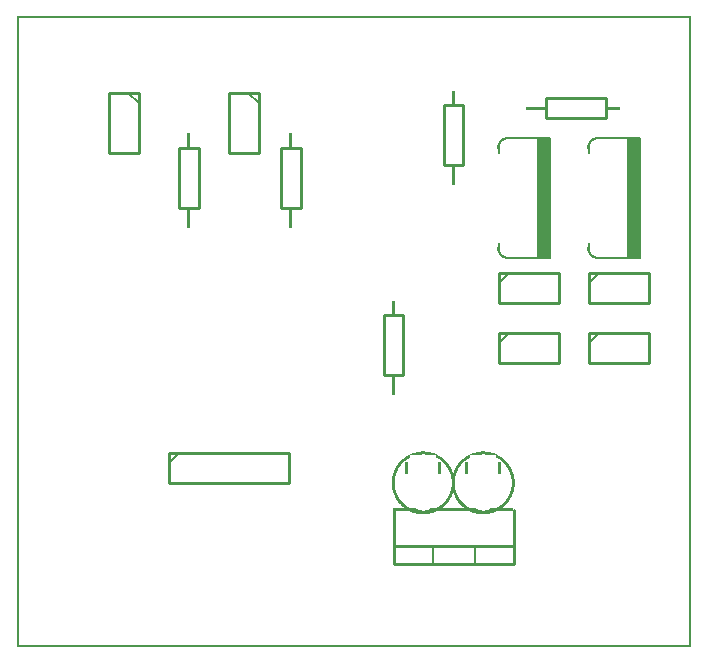
<source format=gbo>
G04 MADE WITH FRITZING*
G04 WWW.FRITZING.ORG*
G04 DOUBLE SIDED*
G04 HOLES PLATED*
G04 CONTOUR ON CENTER OF CONTOUR VECTOR*
%ASAXBY*%
%FSLAX23Y23*%
%MOIN*%
%OFA0B0*%
%SFA1.0B1.0*%
%ADD10R,0.040000X0.400000*%
%ADD11C,0.010000*%
%ADD12C,0.005000*%
%ADD13C,0.008000*%
%ADD14R,0.001000X0.001000*%
%LNSILK0*%
G90*
G70*
G54D10*
X1755Y1498D03*
X2055Y1498D03*
G54D11*
X1255Y278D02*
X1655Y278D01*
D02*
X1655Y278D02*
X1655Y458D01*
D02*
X1255Y458D02*
X1255Y278D01*
D02*
X1255Y278D02*
X1655Y278D01*
D02*
X1655Y278D02*
X1655Y338D01*
D02*
X1655Y338D02*
X1255Y338D01*
D02*
X1255Y338D02*
X1255Y278D01*
G54D12*
D02*
X1385Y278D02*
X1385Y338D01*
D02*
X1525Y278D02*
X1525Y338D01*
G54D11*
D02*
X505Y648D02*
X905Y648D01*
D02*
X905Y648D02*
X905Y548D01*
D02*
X905Y548D02*
X505Y548D01*
D02*
X505Y548D02*
X505Y648D01*
G54D12*
D02*
X540Y648D02*
X505Y613D01*
G54D13*
D02*
X1735Y1298D02*
X1640Y1298D01*
D02*
X1735Y1698D02*
X1640Y1698D01*
D02*
X1735Y1698D02*
X1735Y1298D01*
D02*
X1735Y1298D02*
X1775Y1298D01*
D02*
X1775Y1298D02*
X1775Y1698D01*
D02*
X1775Y1698D02*
X1735Y1698D01*
D02*
X1605Y1333D02*
X1605Y1348D01*
D02*
X1605Y1663D02*
X1605Y1648D01*
D02*
X2035Y1298D02*
X1940Y1298D01*
D02*
X2035Y1698D02*
X1940Y1698D01*
D02*
X2035Y1698D02*
X2035Y1298D01*
D02*
X2035Y1298D02*
X2075Y1298D01*
D02*
X2075Y1298D02*
X2075Y1698D01*
D02*
X2075Y1698D02*
X2035Y1698D01*
D02*
X1905Y1333D02*
X1905Y1348D01*
D02*
X1905Y1663D02*
X1905Y1648D01*
G54D11*
D02*
X1605Y1248D02*
X1805Y1248D01*
D02*
X1805Y1248D02*
X1805Y1148D01*
D02*
X1805Y1148D02*
X1605Y1148D01*
D02*
X1605Y1148D02*
X1605Y1248D01*
G54D12*
D02*
X1640Y1248D02*
X1605Y1213D01*
G54D11*
D02*
X1605Y1048D02*
X1805Y1048D01*
D02*
X1805Y1048D02*
X1805Y948D01*
D02*
X1805Y948D02*
X1605Y948D01*
D02*
X1605Y948D02*
X1605Y1048D01*
G54D12*
D02*
X1640Y1048D02*
X1605Y1013D01*
G54D11*
D02*
X1905Y1048D02*
X2105Y1048D01*
D02*
X2105Y1048D02*
X2105Y948D01*
D02*
X2105Y948D02*
X1905Y948D01*
D02*
X1905Y948D02*
X1905Y1048D01*
G54D12*
D02*
X1940Y1048D02*
X1905Y1013D01*
G54D11*
D02*
X1905Y1248D02*
X2105Y1248D01*
D02*
X2105Y1248D02*
X2105Y1148D01*
D02*
X2105Y1148D02*
X1905Y1148D01*
D02*
X1905Y1148D02*
X1905Y1248D01*
G54D12*
D02*
X1940Y1248D02*
X1905Y1213D01*
G54D11*
D02*
X805Y1848D02*
X805Y1648D01*
D02*
X805Y1648D02*
X705Y1648D01*
D02*
X705Y1648D02*
X705Y1848D01*
D02*
X705Y1848D02*
X805Y1848D01*
G54D12*
D02*
X805Y1813D02*
X770Y1848D01*
G54D11*
D02*
X405Y1848D02*
X405Y1648D01*
D02*
X405Y1648D02*
X305Y1648D01*
D02*
X305Y1648D02*
X305Y1848D01*
D02*
X305Y1848D02*
X405Y1848D01*
G54D12*
D02*
X405Y1813D02*
X370Y1848D01*
G54D11*
D02*
X946Y1466D02*
X946Y1666D01*
D02*
X946Y1666D02*
X880Y1666D01*
D02*
X880Y1666D02*
X880Y1466D01*
D02*
X880Y1466D02*
X946Y1466D01*
D02*
X606Y1466D02*
X606Y1666D01*
D02*
X606Y1666D02*
X540Y1666D01*
D02*
X540Y1666D02*
X540Y1466D01*
D02*
X540Y1466D02*
X606Y1466D01*
D02*
X1488Y1607D02*
X1488Y1807D01*
D02*
X1488Y1807D02*
X1422Y1807D01*
D02*
X1422Y1807D02*
X1422Y1607D01*
D02*
X1422Y1607D02*
X1488Y1607D01*
D02*
X1764Y1765D02*
X1964Y1765D01*
D02*
X1964Y1765D02*
X1964Y1831D01*
D02*
X1964Y1831D02*
X1764Y1831D01*
D02*
X1764Y1831D02*
X1764Y1765D01*
D02*
X1288Y907D02*
X1288Y1107D01*
D02*
X1288Y1107D02*
X1222Y1107D01*
D02*
X1222Y1107D02*
X1222Y907D01*
D02*
X1222Y907D02*
X1288Y907D01*
G54D14*
X0Y2104D02*
X2246Y2104D01*
X0Y2103D02*
X2246Y2103D01*
X0Y2102D02*
X2246Y2102D01*
X0Y2101D02*
X2246Y2101D01*
X0Y2100D02*
X2246Y2100D01*
X0Y2099D02*
X2246Y2099D01*
X0Y2098D02*
X2246Y2098D01*
X0Y2097D02*
X2246Y2097D01*
X0Y2096D02*
X7Y2096D01*
X2239Y2096D02*
X2246Y2096D01*
X0Y2095D02*
X7Y2095D01*
X2239Y2095D02*
X2246Y2095D01*
X0Y2094D02*
X7Y2094D01*
X2239Y2094D02*
X2246Y2094D01*
X0Y2093D02*
X7Y2093D01*
X2239Y2093D02*
X2246Y2093D01*
X0Y2092D02*
X7Y2092D01*
X2239Y2092D02*
X2246Y2092D01*
X0Y2091D02*
X7Y2091D01*
X2239Y2091D02*
X2246Y2091D01*
X0Y2090D02*
X7Y2090D01*
X2239Y2090D02*
X2246Y2090D01*
X0Y2089D02*
X7Y2089D01*
X2239Y2089D02*
X2246Y2089D01*
X0Y2088D02*
X7Y2088D01*
X2239Y2088D02*
X2246Y2088D01*
X0Y2087D02*
X7Y2087D01*
X2239Y2087D02*
X2246Y2087D01*
X0Y2086D02*
X7Y2086D01*
X2239Y2086D02*
X2246Y2086D01*
X0Y2085D02*
X7Y2085D01*
X2239Y2085D02*
X2246Y2085D01*
X0Y2084D02*
X7Y2084D01*
X2239Y2084D02*
X2246Y2084D01*
X0Y2083D02*
X7Y2083D01*
X2239Y2083D02*
X2246Y2083D01*
X0Y2082D02*
X7Y2082D01*
X2239Y2082D02*
X2246Y2082D01*
X0Y2081D02*
X7Y2081D01*
X2239Y2081D02*
X2246Y2081D01*
X0Y2080D02*
X7Y2080D01*
X2239Y2080D02*
X2246Y2080D01*
X0Y2079D02*
X7Y2079D01*
X2239Y2079D02*
X2246Y2079D01*
X0Y2078D02*
X7Y2078D01*
X2239Y2078D02*
X2246Y2078D01*
X0Y2077D02*
X7Y2077D01*
X2239Y2077D02*
X2246Y2077D01*
X0Y2076D02*
X7Y2076D01*
X2239Y2076D02*
X2246Y2076D01*
X0Y2075D02*
X7Y2075D01*
X2239Y2075D02*
X2246Y2075D01*
X0Y2074D02*
X7Y2074D01*
X2239Y2074D02*
X2246Y2074D01*
X0Y2073D02*
X7Y2073D01*
X2239Y2073D02*
X2246Y2073D01*
X0Y2072D02*
X7Y2072D01*
X2239Y2072D02*
X2246Y2072D01*
X0Y2071D02*
X7Y2071D01*
X2239Y2071D02*
X2246Y2071D01*
X0Y2070D02*
X7Y2070D01*
X2239Y2070D02*
X2246Y2070D01*
X0Y2069D02*
X7Y2069D01*
X2239Y2069D02*
X2246Y2069D01*
X0Y2068D02*
X7Y2068D01*
X2239Y2068D02*
X2246Y2068D01*
X0Y2067D02*
X7Y2067D01*
X2239Y2067D02*
X2246Y2067D01*
X0Y2066D02*
X7Y2066D01*
X2239Y2066D02*
X2246Y2066D01*
X0Y2065D02*
X7Y2065D01*
X2239Y2065D02*
X2246Y2065D01*
X0Y2064D02*
X7Y2064D01*
X2239Y2064D02*
X2246Y2064D01*
X0Y2063D02*
X7Y2063D01*
X2239Y2063D02*
X2246Y2063D01*
X0Y2062D02*
X7Y2062D01*
X2239Y2062D02*
X2246Y2062D01*
X0Y2061D02*
X7Y2061D01*
X2239Y2061D02*
X2246Y2061D01*
X0Y2060D02*
X7Y2060D01*
X2239Y2060D02*
X2246Y2060D01*
X0Y2059D02*
X7Y2059D01*
X2239Y2059D02*
X2246Y2059D01*
X0Y2058D02*
X7Y2058D01*
X2239Y2058D02*
X2246Y2058D01*
X0Y2057D02*
X7Y2057D01*
X2239Y2057D02*
X2246Y2057D01*
X0Y2056D02*
X7Y2056D01*
X2239Y2056D02*
X2246Y2056D01*
X0Y2055D02*
X7Y2055D01*
X2239Y2055D02*
X2246Y2055D01*
X0Y2054D02*
X7Y2054D01*
X2239Y2054D02*
X2246Y2054D01*
X0Y2053D02*
X7Y2053D01*
X2239Y2053D02*
X2246Y2053D01*
X0Y2052D02*
X7Y2052D01*
X2239Y2052D02*
X2246Y2052D01*
X0Y2051D02*
X7Y2051D01*
X2239Y2051D02*
X2246Y2051D01*
X0Y2050D02*
X7Y2050D01*
X2239Y2050D02*
X2246Y2050D01*
X0Y2049D02*
X7Y2049D01*
X2239Y2049D02*
X2246Y2049D01*
X0Y2048D02*
X7Y2048D01*
X2239Y2048D02*
X2246Y2048D01*
X0Y2047D02*
X7Y2047D01*
X2239Y2047D02*
X2246Y2047D01*
X0Y2046D02*
X7Y2046D01*
X2239Y2046D02*
X2246Y2046D01*
X0Y2045D02*
X7Y2045D01*
X2239Y2045D02*
X2246Y2045D01*
X0Y2044D02*
X7Y2044D01*
X2239Y2044D02*
X2246Y2044D01*
X0Y2043D02*
X7Y2043D01*
X2239Y2043D02*
X2246Y2043D01*
X0Y2042D02*
X7Y2042D01*
X2239Y2042D02*
X2246Y2042D01*
X0Y2041D02*
X7Y2041D01*
X2239Y2041D02*
X2246Y2041D01*
X0Y2040D02*
X7Y2040D01*
X2239Y2040D02*
X2246Y2040D01*
X0Y2039D02*
X7Y2039D01*
X2239Y2039D02*
X2246Y2039D01*
X0Y2038D02*
X7Y2038D01*
X2239Y2038D02*
X2246Y2038D01*
X0Y2037D02*
X7Y2037D01*
X2239Y2037D02*
X2246Y2037D01*
X0Y2036D02*
X7Y2036D01*
X2239Y2036D02*
X2246Y2036D01*
X0Y2035D02*
X7Y2035D01*
X2239Y2035D02*
X2246Y2035D01*
X0Y2034D02*
X7Y2034D01*
X2239Y2034D02*
X2246Y2034D01*
X0Y2033D02*
X7Y2033D01*
X2239Y2033D02*
X2246Y2033D01*
X0Y2032D02*
X7Y2032D01*
X2239Y2032D02*
X2246Y2032D01*
X0Y2031D02*
X7Y2031D01*
X2239Y2031D02*
X2246Y2031D01*
X0Y2030D02*
X7Y2030D01*
X2239Y2030D02*
X2246Y2030D01*
X0Y2029D02*
X7Y2029D01*
X2239Y2029D02*
X2246Y2029D01*
X0Y2028D02*
X7Y2028D01*
X2239Y2028D02*
X2246Y2028D01*
X0Y2027D02*
X7Y2027D01*
X2239Y2027D02*
X2246Y2027D01*
X0Y2026D02*
X7Y2026D01*
X2239Y2026D02*
X2246Y2026D01*
X0Y2025D02*
X7Y2025D01*
X2239Y2025D02*
X2246Y2025D01*
X0Y2024D02*
X7Y2024D01*
X2239Y2024D02*
X2246Y2024D01*
X0Y2023D02*
X7Y2023D01*
X2239Y2023D02*
X2246Y2023D01*
X0Y2022D02*
X7Y2022D01*
X2239Y2022D02*
X2246Y2022D01*
X0Y2021D02*
X7Y2021D01*
X2239Y2021D02*
X2246Y2021D01*
X0Y2020D02*
X7Y2020D01*
X2239Y2020D02*
X2246Y2020D01*
X0Y2019D02*
X7Y2019D01*
X2239Y2019D02*
X2246Y2019D01*
X0Y2018D02*
X7Y2018D01*
X2239Y2018D02*
X2246Y2018D01*
X0Y2017D02*
X7Y2017D01*
X2239Y2017D02*
X2246Y2017D01*
X0Y2016D02*
X7Y2016D01*
X2239Y2016D02*
X2246Y2016D01*
X0Y2015D02*
X7Y2015D01*
X2239Y2015D02*
X2246Y2015D01*
X0Y2014D02*
X7Y2014D01*
X2239Y2014D02*
X2246Y2014D01*
X0Y2013D02*
X7Y2013D01*
X2239Y2013D02*
X2246Y2013D01*
X0Y2012D02*
X7Y2012D01*
X2239Y2012D02*
X2246Y2012D01*
X0Y2011D02*
X7Y2011D01*
X2239Y2011D02*
X2246Y2011D01*
X0Y2010D02*
X7Y2010D01*
X2239Y2010D02*
X2246Y2010D01*
X0Y2009D02*
X7Y2009D01*
X2239Y2009D02*
X2246Y2009D01*
X0Y2008D02*
X7Y2008D01*
X2239Y2008D02*
X2246Y2008D01*
X0Y2007D02*
X7Y2007D01*
X2239Y2007D02*
X2246Y2007D01*
X0Y2006D02*
X7Y2006D01*
X2239Y2006D02*
X2246Y2006D01*
X0Y2005D02*
X7Y2005D01*
X2239Y2005D02*
X2246Y2005D01*
X0Y2004D02*
X7Y2004D01*
X2239Y2004D02*
X2246Y2004D01*
X0Y2003D02*
X7Y2003D01*
X2239Y2003D02*
X2246Y2003D01*
X0Y2002D02*
X7Y2002D01*
X2239Y2002D02*
X2246Y2002D01*
X0Y2001D02*
X7Y2001D01*
X2239Y2001D02*
X2246Y2001D01*
X0Y2000D02*
X7Y2000D01*
X2239Y2000D02*
X2246Y2000D01*
X0Y1999D02*
X7Y1999D01*
X2239Y1999D02*
X2246Y1999D01*
X0Y1998D02*
X7Y1998D01*
X2239Y1998D02*
X2246Y1998D01*
X0Y1997D02*
X7Y1997D01*
X2239Y1997D02*
X2246Y1997D01*
X0Y1996D02*
X7Y1996D01*
X2239Y1996D02*
X2246Y1996D01*
X0Y1995D02*
X7Y1995D01*
X2239Y1995D02*
X2246Y1995D01*
X0Y1994D02*
X7Y1994D01*
X2239Y1994D02*
X2246Y1994D01*
X0Y1993D02*
X7Y1993D01*
X2239Y1993D02*
X2246Y1993D01*
X0Y1992D02*
X7Y1992D01*
X2239Y1992D02*
X2246Y1992D01*
X0Y1991D02*
X7Y1991D01*
X2239Y1991D02*
X2246Y1991D01*
X0Y1990D02*
X7Y1990D01*
X2239Y1990D02*
X2246Y1990D01*
X0Y1989D02*
X7Y1989D01*
X2239Y1989D02*
X2246Y1989D01*
X0Y1988D02*
X7Y1988D01*
X2239Y1988D02*
X2246Y1988D01*
X0Y1987D02*
X7Y1987D01*
X2239Y1987D02*
X2246Y1987D01*
X0Y1986D02*
X7Y1986D01*
X2239Y1986D02*
X2246Y1986D01*
X0Y1985D02*
X7Y1985D01*
X2239Y1985D02*
X2246Y1985D01*
X0Y1984D02*
X7Y1984D01*
X2239Y1984D02*
X2246Y1984D01*
X0Y1983D02*
X7Y1983D01*
X2239Y1983D02*
X2246Y1983D01*
X0Y1982D02*
X7Y1982D01*
X2239Y1982D02*
X2246Y1982D01*
X0Y1981D02*
X7Y1981D01*
X2239Y1981D02*
X2246Y1981D01*
X0Y1980D02*
X7Y1980D01*
X2239Y1980D02*
X2246Y1980D01*
X0Y1979D02*
X7Y1979D01*
X2239Y1979D02*
X2246Y1979D01*
X0Y1978D02*
X7Y1978D01*
X2239Y1978D02*
X2246Y1978D01*
X0Y1977D02*
X7Y1977D01*
X2239Y1977D02*
X2246Y1977D01*
X0Y1976D02*
X7Y1976D01*
X2239Y1976D02*
X2246Y1976D01*
X0Y1975D02*
X7Y1975D01*
X2239Y1975D02*
X2246Y1975D01*
X0Y1974D02*
X7Y1974D01*
X2239Y1974D02*
X2246Y1974D01*
X0Y1973D02*
X7Y1973D01*
X2239Y1973D02*
X2246Y1973D01*
X0Y1972D02*
X7Y1972D01*
X2239Y1972D02*
X2246Y1972D01*
X0Y1971D02*
X7Y1971D01*
X2239Y1971D02*
X2246Y1971D01*
X0Y1970D02*
X7Y1970D01*
X2239Y1970D02*
X2246Y1970D01*
X0Y1969D02*
X7Y1969D01*
X2239Y1969D02*
X2246Y1969D01*
X0Y1968D02*
X7Y1968D01*
X2239Y1968D02*
X2246Y1968D01*
X0Y1967D02*
X7Y1967D01*
X2239Y1967D02*
X2246Y1967D01*
X0Y1966D02*
X7Y1966D01*
X2239Y1966D02*
X2246Y1966D01*
X0Y1965D02*
X7Y1965D01*
X2239Y1965D02*
X2246Y1965D01*
X0Y1964D02*
X7Y1964D01*
X2239Y1964D02*
X2246Y1964D01*
X0Y1963D02*
X7Y1963D01*
X2239Y1963D02*
X2246Y1963D01*
X0Y1962D02*
X7Y1962D01*
X2239Y1962D02*
X2246Y1962D01*
X0Y1961D02*
X7Y1961D01*
X2239Y1961D02*
X2246Y1961D01*
X0Y1960D02*
X7Y1960D01*
X2239Y1960D02*
X2246Y1960D01*
X0Y1959D02*
X7Y1959D01*
X2239Y1959D02*
X2246Y1959D01*
X0Y1958D02*
X7Y1958D01*
X2239Y1958D02*
X2246Y1958D01*
X0Y1957D02*
X7Y1957D01*
X2239Y1957D02*
X2246Y1957D01*
X0Y1956D02*
X7Y1956D01*
X2239Y1956D02*
X2246Y1956D01*
X0Y1955D02*
X7Y1955D01*
X2239Y1955D02*
X2246Y1955D01*
X0Y1954D02*
X7Y1954D01*
X2239Y1954D02*
X2246Y1954D01*
X0Y1953D02*
X7Y1953D01*
X2239Y1953D02*
X2246Y1953D01*
X0Y1952D02*
X7Y1952D01*
X2239Y1952D02*
X2246Y1952D01*
X0Y1951D02*
X7Y1951D01*
X2239Y1951D02*
X2246Y1951D01*
X0Y1950D02*
X7Y1950D01*
X2239Y1950D02*
X2246Y1950D01*
X0Y1949D02*
X7Y1949D01*
X2239Y1949D02*
X2246Y1949D01*
X0Y1948D02*
X7Y1948D01*
X2239Y1948D02*
X2246Y1948D01*
X0Y1947D02*
X7Y1947D01*
X2239Y1947D02*
X2246Y1947D01*
X0Y1946D02*
X7Y1946D01*
X2239Y1946D02*
X2246Y1946D01*
X0Y1945D02*
X7Y1945D01*
X2239Y1945D02*
X2246Y1945D01*
X0Y1944D02*
X7Y1944D01*
X2239Y1944D02*
X2246Y1944D01*
X0Y1943D02*
X7Y1943D01*
X2239Y1943D02*
X2246Y1943D01*
X0Y1942D02*
X7Y1942D01*
X2239Y1942D02*
X2246Y1942D01*
X0Y1941D02*
X7Y1941D01*
X2239Y1941D02*
X2246Y1941D01*
X0Y1940D02*
X7Y1940D01*
X2239Y1940D02*
X2246Y1940D01*
X0Y1939D02*
X7Y1939D01*
X2239Y1939D02*
X2246Y1939D01*
X0Y1938D02*
X7Y1938D01*
X2239Y1938D02*
X2246Y1938D01*
X0Y1937D02*
X7Y1937D01*
X2239Y1937D02*
X2246Y1937D01*
X0Y1936D02*
X7Y1936D01*
X2239Y1936D02*
X2246Y1936D01*
X0Y1935D02*
X7Y1935D01*
X2239Y1935D02*
X2246Y1935D01*
X0Y1934D02*
X7Y1934D01*
X2239Y1934D02*
X2246Y1934D01*
X0Y1933D02*
X7Y1933D01*
X2239Y1933D02*
X2246Y1933D01*
X0Y1932D02*
X7Y1932D01*
X2239Y1932D02*
X2246Y1932D01*
X0Y1931D02*
X7Y1931D01*
X2239Y1931D02*
X2246Y1931D01*
X0Y1930D02*
X7Y1930D01*
X2239Y1930D02*
X2246Y1930D01*
X0Y1929D02*
X7Y1929D01*
X2239Y1929D02*
X2246Y1929D01*
X0Y1928D02*
X7Y1928D01*
X2239Y1928D02*
X2246Y1928D01*
X0Y1927D02*
X7Y1927D01*
X2239Y1927D02*
X2246Y1927D01*
X0Y1926D02*
X7Y1926D01*
X2239Y1926D02*
X2246Y1926D01*
X0Y1925D02*
X7Y1925D01*
X2239Y1925D02*
X2246Y1925D01*
X0Y1924D02*
X7Y1924D01*
X2239Y1924D02*
X2246Y1924D01*
X0Y1923D02*
X7Y1923D01*
X2239Y1923D02*
X2246Y1923D01*
X0Y1922D02*
X7Y1922D01*
X2239Y1922D02*
X2246Y1922D01*
X0Y1921D02*
X7Y1921D01*
X2239Y1921D02*
X2246Y1921D01*
X0Y1920D02*
X7Y1920D01*
X2239Y1920D02*
X2246Y1920D01*
X0Y1919D02*
X7Y1919D01*
X2239Y1919D02*
X2246Y1919D01*
X0Y1918D02*
X7Y1918D01*
X2239Y1918D02*
X2246Y1918D01*
X0Y1917D02*
X7Y1917D01*
X2239Y1917D02*
X2246Y1917D01*
X0Y1916D02*
X7Y1916D01*
X2239Y1916D02*
X2246Y1916D01*
X0Y1915D02*
X7Y1915D01*
X2239Y1915D02*
X2246Y1915D01*
X0Y1914D02*
X7Y1914D01*
X2239Y1914D02*
X2246Y1914D01*
X0Y1913D02*
X7Y1913D01*
X2239Y1913D02*
X2246Y1913D01*
X0Y1912D02*
X7Y1912D01*
X2239Y1912D02*
X2246Y1912D01*
X0Y1911D02*
X7Y1911D01*
X2239Y1911D02*
X2246Y1911D01*
X0Y1910D02*
X7Y1910D01*
X2239Y1910D02*
X2246Y1910D01*
X0Y1909D02*
X7Y1909D01*
X2239Y1909D02*
X2246Y1909D01*
X0Y1908D02*
X7Y1908D01*
X2239Y1908D02*
X2246Y1908D01*
X0Y1907D02*
X7Y1907D01*
X2239Y1907D02*
X2246Y1907D01*
X0Y1906D02*
X7Y1906D01*
X2239Y1906D02*
X2246Y1906D01*
X0Y1905D02*
X7Y1905D01*
X2239Y1905D02*
X2246Y1905D01*
X0Y1904D02*
X7Y1904D01*
X2239Y1904D02*
X2246Y1904D01*
X0Y1903D02*
X7Y1903D01*
X2239Y1903D02*
X2246Y1903D01*
X0Y1902D02*
X7Y1902D01*
X2239Y1902D02*
X2246Y1902D01*
X0Y1901D02*
X7Y1901D01*
X2239Y1901D02*
X2246Y1901D01*
X0Y1900D02*
X7Y1900D01*
X2239Y1900D02*
X2246Y1900D01*
X0Y1899D02*
X7Y1899D01*
X2239Y1899D02*
X2246Y1899D01*
X0Y1898D02*
X7Y1898D01*
X2239Y1898D02*
X2246Y1898D01*
X0Y1897D02*
X7Y1897D01*
X2239Y1897D02*
X2246Y1897D01*
X0Y1896D02*
X7Y1896D01*
X2239Y1896D02*
X2246Y1896D01*
X0Y1895D02*
X7Y1895D01*
X2239Y1895D02*
X2246Y1895D01*
X0Y1894D02*
X7Y1894D01*
X2239Y1894D02*
X2246Y1894D01*
X0Y1893D02*
X7Y1893D01*
X2239Y1893D02*
X2246Y1893D01*
X0Y1892D02*
X7Y1892D01*
X2239Y1892D02*
X2246Y1892D01*
X0Y1891D02*
X7Y1891D01*
X2239Y1891D02*
X2246Y1891D01*
X0Y1890D02*
X7Y1890D01*
X2239Y1890D02*
X2246Y1890D01*
X0Y1889D02*
X7Y1889D01*
X2239Y1889D02*
X2246Y1889D01*
X0Y1888D02*
X7Y1888D01*
X2239Y1888D02*
X2246Y1888D01*
X0Y1887D02*
X7Y1887D01*
X2239Y1887D02*
X2246Y1887D01*
X0Y1886D02*
X7Y1886D01*
X2239Y1886D02*
X2246Y1886D01*
X0Y1885D02*
X7Y1885D01*
X2239Y1885D02*
X2246Y1885D01*
X0Y1884D02*
X7Y1884D01*
X2239Y1884D02*
X2246Y1884D01*
X0Y1883D02*
X7Y1883D01*
X2239Y1883D02*
X2246Y1883D01*
X0Y1882D02*
X7Y1882D01*
X2239Y1882D02*
X2246Y1882D01*
X0Y1881D02*
X7Y1881D01*
X2239Y1881D02*
X2246Y1881D01*
X0Y1880D02*
X7Y1880D01*
X2239Y1880D02*
X2246Y1880D01*
X0Y1879D02*
X7Y1879D01*
X2239Y1879D02*
X2246Y1879D01*
X0Y1878D02*
X7Y1878D01*
X2239Y1878D02*
X2246Y1878D01*
X0Y1877D02*
X7Y1877D01*
X2239Y1877D02*
X2246Y1877D01*
X0Y1876D02*
X7Y1876D01*
X2239Y1876D02*
X2246Y1876D01*
X0Y1875D02*
X7Y1875D01*
X2239Y1875D02*
X2246Y1875D01*
X0Y1874D02*
X7Y1874D01*
X2239Y1874D02*
X2246Y1874D01*
X0Y1873D02*
X7Y1873D01*
X2239Y1873D02*
X2246Y1873D01*
X0Y1872D02*
X7Y1872D01*
X2239Y1872D02*
X2246Y1872D01*
X0Y1871D02*
X7Y1871D01*
X2239Y1871D02*
X2246Y1871D01*
X0Y1870D02*
X7Y1870D01*
X2239Y1870D02*
X2246Y1870D01*
X0Y1869D02*
X7Y1869D01*
X2239Y1869D02*
X2246Y1869D01*
X0Y1868D02*
X7Y1868D01*
X2239Y1868D02*
X2246Y1868D01*
X0Y1867D02*
X7Y1867D01*
X2239Y1867D02*
X2246Y1867D01*
X0Y1866D02*
X7Y1866D01*
X2239Y1866D02*
X2246Y1866D01*
X0Y1865D02*
X7Y1865D01*
X2239Y1865D02*
X2246Y1865D01*
X0Y1864D02*
X7Y1864D01*
X2239Y1864D02*
X2246Y1864D01*
X0Y1863D02*
X7Y1863D01*
X2239Y1863D02*
X2246Y1863D01*
X0Y1862D02*
X7Y1862D01*
X2239Y1862D02*
X2246Y1862D01*
X0Y1861D02*
X7Y1861D01*
X2239Y1861D02*
X2246Y1861D01*
X0Y1860D02*
X7Y1860D01*
X2239Y1860D02*
X2246Y1860D01*
X0Y1859D02*
X7Y1859D01*
X2239Y1859D02*
X2246Y1859D01*
X0Y1858D02*
X7Y1858D01*
X2239Y1858D02*
X2246Y1858D01*
X0Y1857D02*
X7Y1857D01*
X2239Y1857D02*
X2246Y1857D01*
X0Y1856D02*
X7Y1856D01*
X2239Y1856D02*
X2246Y1856D01*
X0Y1855D02*
X7Y1855D01*
X1450Y1855D02*
X1459Y1855D01*
X2239Y1855D02*
X2246Y1855D01*
X0Y1854D02*
X7Y1854D01*
X1450Y1854D02*
X1459Y1854D01*
X2239Y1854D02*
X2246Y1854D01*
X0Y1853D02*
X7Y1853D01*
X1450Y1853D02*
X1459Y1853D01*
X2239Y1853D02*
X2246Y1853D01*
X0Y1852D02*
X7Y1852D01*
X1450Y1852D02*
X1459Y1852D01*
X2239Y1852D02*
X2246Y1852D01*
X0Y1851D02*
X7Y1851D01*
X1450Y1851D02*
X1459Y1851D01*
X2239Y1851D02*
X2246Y1851D01*
X0Y1850D02*
X7Y1850D01*
X1450Y1850D02*
X1459Y1850D01*
X2239Y1850D02*
X2246Y1850D01*
X0Y1849D02*
X7Y1849D01*
X1450Y1849D02*
X1459Y1849D01*
X2239Y1849D02*
X2246Y1849D01*
X0Y1848D02*
X7Y1848D01*
X1450Y1848D02*
X1459Y1848D01*
X2239Y1848D02*
X2246Y1848D01*
X0Y1847D02*
X7Y1847D01*
X1450Y1847D02*
X1459Y1847D01*
X2239Y1847D02*
X2246Y1847D01*
X0Y1846D02*
X7Y1846D01*
X1450Y1846D02*
X1459Y1846D01*
X2239Y1846D02*
X2246Y1846D01*
X0Y1845D02*
X7Y1845D01*
X1450Y1845D02*
X1459Y1845D01*
X2239Y1845D02*
X2246Y1845D01*
X0Y1844D02*
X7Y1844D01*
X1450Y1844D02*
X1459Y1844D01*
X2239Y1844D02*
X2246Y1844D01*
X0Y1843D02*
X7Y1843D01*
X1450Y1843D02*
X1459Y1843D01*
X2239Y1843D02*
X2246Y1843D01*
X0Y1842D02*
X7Y1842D01*
X1450Y1842D02*
X1459Y1842D01*
X2239Y1842D02*
X2246Y1842D01*
X0Y1841D02*
X7Y1841D01*
X1450Y1841D02*
X1459Y1841D01*
X2239Y1841D02*
X2246Y1841D01*
X0Y1840D02*
X7Y1840D01*
X1450Y1840D02*
X1459Y1840D01*
X2239Y1840D02*
X2246Y1840D01*
X0Y1839D02*
X7Y1839D01*
X1450Y1839D02*
X1459Y1839D01*
X2239Y1839D02*
X2246Y1839D01*
X0Y1838D02*
X7Y1838D01*
X1450Y1838D02*
X1459Y1838D01*
X2239Y1838D02*
X2246Y1838D01*
X0Y1837D02*
X7Y1837D01*
X1450Y1837D02*
X1459Y1837D01*
X2239Y1837D02*
X2246Y1837D01*
X0Y1836D02*
X7Y1836D01*
X1450Y1836D02*
X1459Y1836D01*
X2239Y1836D02*
X2246Y1836D01*
X0Y1835D02*
X7Y1835D01*
X1450Y1835D02*
X1459Y1835D01*
X2239Y1835D02*
X2246Y1835D01*
X0Y1834D02*
X7Y1834D01*
X1450Y1834D02*
X1459Y1834D01*
X2239Y1834D02*
X2246Y1834D01*
X0Y1833D02*
X7Y1833D01*
X1450Y1833D02*
X1459Y1833D01*
X2239Y1833D02*
X2246Y1833D01*
X0Y1832D02*
X7Y1832D01*
X1450Y1832D02*
X1459Y1832D01*
X2239Y1832D02*
X2246Y1832D01*
X0Y1831D02*
X7Y1831D01*
X1450Y1831D02*
X1459Y1831D01*
X2239Y1831D02*
X2246Y1831D01*
X0Y1830D02*
X7Y1830D01*
X1450Y1830D02*
X1459Y1830D01*
X2239Y1830D02*
X2246Y1830D01*
X0Y1829D02*
X7Y1829D01*
X1450Y1829D02*
X1459Y1829D01*
X2239Y1829D02*
X2246Y1829D01*
X0Y1828D02*
X7Y1828D01*
X1450Y1828D02*
X1459Y1828D01*
X2239Y1828D02*
X2246Y1828D01*
X0Y1827D02*
X7Y1827D01*
X1450Y1827D02*
X1459Y1827D01*
X2239Y1827D02*
X2246Y1827D01*
X0Y1826D02*
X7Y1826D01*
X1450Y1826D02*
X1459Y1826D01*
X2239Y1826D02*
X2246Y1826D01*
X0Y1825D02*
X7Y1825D01*
X1450Y1825D02*
X1459Y1825D01*
X2239Y1825D02*
X2246Y1825D01*
X0Y1824D02*
X7Y1824D01*
X1450Y1824D02*
X1459Y1824D01*
X2239Y1824D02*
X2246Y1824D01*
X0Y1823D02*
X7Y1823D01*
X1450Y1823D02*
X1459Y1823D01*
X2239Y1823D02*
X2246Y1823D01*
X0Y1822D02*
X7Y1822D01*
X1450Y1822D02*
X1459Y1822D01*
X2239Y1822D02*
X2246Y1822D01*
X0Y1821D02*
X7Y1821D01*
X1450Y1821D02*
X1459Y1821D01*
X2239Y1821D02*
X2246Y1821D01*
X0Y1820D02*
X7Y1820D01*
X1450Y1820D02*
X1459Y1820D01*
X2239Y1820D02*
X2246Y1820D01*
X0Y1819D02*
X7Y1819D01*
X1450Y1819D02*
X1459Y1819D01*
X2239Y1819D02*
X2246Y1819D01*
X0Y1818D02*
X7Y1818D01*
X1450Y1818D02*
X1459Y1818D01*
X2239Y1818D02*
X2246Y1818D01*
X0Y1817D02*
X7Y1817D01*
X1450Y1817D02*
X1459Y1817D01*
X2239Y1817D02*
X2246Y1817D01*
X0Y1816D02*
X7Y1816D01*
X1450Y1816D02*
X1459Y1816D01*
X2239Y1816D02*
X2246Y1816D01*
X0Y1815D02*
X7Y1815D01*
X1450Y1815D02*
X1459Y1815D01*
X2239Y1815D02*
X2246Y1815D01*
X0Y1814D02*
X7Y1814D01*
X1450Y1814D02*
X1459Y1814D01*
X2239Y1814D02*
X2246Y1814D01*
X0Y1813D02*
X7Y1813D01*
X1450Y1813D02*
X1459Y1813D01*
X2239Y1813D02*
X2246Y1813D01*
X0Y1812D02*
X7Y1812D01*
X1450Y1812D02*
X1459Y1812D01*
X2239Y1812D02*
X2246Y1812D01*
X0Y1811D02*
X7Y1811D01*
X1450Y1811D02*
X1459Y1811D01*
X2239Y1811D02*
X2246Y1811D01*
X0Y1810D02*
X7Y1810D01*
X1450Y1810D02*
X1459Y1810D01*
X2239Y1810D02*
X2246Y1810D01*
X0Y1809D02*
X7Y1809D01*
X1450Y1809D02*
X1459Y1809D01*
X2239Y1809D02*
X2246Y1809D01*
X0Y1808D02*
X7Y1808D01*
X1450Y1808D02*
X1459Y1808D01*
X2239Y1808D02*
X2246Y1808D01*
X0Y1807D02*
X7Y1807D01*
X2239Y1807D02*
X2246Y1807D01*
X0Y1806D02*
X7Y1806D01*
X2239Y1806D02*
X2246Y1806D01*
X0Y1805D02*
X7Y1805D01*
X2239Y1805D02*
X2246Y1805D01*
X0Y1804D02*
X7Y1804D01*
X2239Y1804D02*
X2246Y1804D01*
X0Y1803D02*
X7Y1803D01*
X2239Y1803D02*
X2246Y1803D01*
X0Y1802D02*
X7Y1802D01*
X1697Y1802D02*
X1763Y1802D01*
X1964Y1802D02*
X2011Y1802D01*
X2239Y1802D02*
X2246Y1802D01*
X0Y1801D02*
X7Y1801D01*
X1697Y1801D02*
X1763Y1801D01*
X1964Y1801D02*
X2011Y1801D01*
X2239Y1801D02*
X2246Y1801D01*
X0Y1800D02*
X7Y1800D01*
X1697Y1800D02*
X1763Y1800D01*
X1964Y1800D02*
X2011Y1800D01*
X2239Y1800D02*
X2246Y1800D01*
X0Y1799D02*
X7Y1799D01*
X1697Y1799D02*
X1763Y1799D01*
X1964Y1799D02*
X2011Y1799D01*
X2239Y1799D02*
X2246Y1799D01*
X0Y1798D02*
X7Y1798D01*
X1697Y1798D02*
X1763Y1798D01*
X1964Y1798D02*
X2011Y1798D01*
X2239Y1798D02*
X2246Y1798D01*
X0Y1797D02*
X7Y1797D01*
X1697Y1797D02*
X1763Y1797D01*
X1964Y1797D02*
X2011Y1797D01*
X2239Y1797D02*
X2246Y1797D01*
X0Y1796D02*
X7Y1796D01*
X1697Y1796D02*
X1763Y1796D01*
X1964Y1796D02*
X2011Y1796D01*
X2239Y1796D02*
X2246Y1796D01*
X0Y1795D02*
X7Y1795D01*
X1697Y1795D02*
X1763Y1795D01*
X1964Y1795D02*
X2011Y1795D01*
X2239Y1795D02*
X2246Y1795D01*
X0Y1794D02*
X7Y1794D01*
X1697Y1794D02*
X1763Y1794D01*
X1964Y1794D02*
X2011Y1794D01*
X2239Y1794D02*
X2246Y1794D01*
X0Y1793D02*
X7Y1793D01*
X1697Y1793D02*
X1763Y1793D01*
X1964Y1793D02*
X2011Y1793D01*
X2239Y1793D02*
X2246Y1793D01*
X0Y1792D02*
X7Y1792D01*
X2239Y1792D02*
X2246Y1792D01*
X0Y1791D02*
X7Y1791D01*
X2239Y1791D02*
X2246Y1791D01*
X0Y1790D02*
X7Y1790D01*
X2239Y1790D02*
X2246Y1790D01*
X0Y1789D02*
X7Y1789D01*
X2239Y1789D02*
X2246Y1789D01*
X0Y1788D02*
X7Y1788D01*
X2239Y1788D02*
X2246Y1788D01*
X0Y1787D02*
X7Y1787D01*
X2239Y1787D02*
X2246Y1787D01*
X0Y1786D02*
X7Y1786D01*
X2239Y1786D02*
X2246Y1786D01*
X0Y1785D02*
X7Y1785D01*
X2239Y1785D02*
X2246Y1785D01*
X0Y1784D02*
X7Y1784D01*
X2239Y1784D02*
X2246Y1784D01*
X0Y1783D02*
X7Y1783D01*
X2239Y1783D02*
X2246Y1783D01*
X0Y1782D02*
X7Y1782D01*
X2239Y1782D02*
X2246Y1782D01*
X0Y1781D02*
X7Y1781D01*
X2239Y1781D02*
X2246Y1781D01*
X0Y1780D02*
X7Y1780D01*
X2239Y1780D02*
X2246Y1780D01*
X0Y1779D02*
X7Y1779D01*
X2239Y1779D02*
X2246Y1779D01*
X0Y1778D02*
X7Y1778D01*
X2239Y1778D02*
X2246Y1778D01*
X0Y1777D02*
X7Y1777D01*
X2239Y1777D02*
X2246Y1777D01*
X0Y1776D02*
X7Y1776D01*
X2239Y1776D02*
X2246Y1776D01*
X0Y1775D02*
X7Y1775D01*
X2239Y1775D02*
X2246Y1775D01*
X0Y1774D02*
X7Y1774D01*
X2239Y1774D02*
X2246Y1774D01*
X0Y1773D02*
X7Y1773D01*
X2239Y1773D02*
X2246Y1773D01*
X0Y1772D02*
X7Y1772D01*
X2239Y1772D02*
X2246Y1772D01*
X0Y1771D02*
X7Y1771D01*
X2239Y1771D02*
X2246Y1771D01*
X0Y1770D02*
X7Y1770D01*
X2239Y1770D02*
X2246Y1770D01*
X0Y1769D02*
X7Y1769D01*
X2239Y1769D02*
X2246Y1769D01*
X0Y1768D02*
X7Y1768D01*
X2239Y1768D02*
X2246Y1768D01*
X0Y1767D02*
X7Y1767D01*
X2239Y1767D02*
X2246Y1767D01*
X0Y1766D02*
X7Y1766D01*
X2239Y1766D02*
X2246Y1766D01*
X0Y1765D02*
X7Y1765D01*
X2239Y1765D02*
X2246Y1765D01*
X0Y1764D02*
X7Y1764D01*
X2239Y1764D02*
X2246Y1764D01*
X0Y1763D02*
X7Y1763D01*
X2239Y1763D02*
X2246Y1763D01*
X0Y1762D02*
X7Y1762D01*
X2239Y1762D02*
X2246Y1762D01*
X0Y1761D02*
X7Y1761D01*
X2239Y1761D02*
X2246Y1761D01*
X0Y1760D02*
X7Y1760D01*
X2239Y1760D02*
X2246Y1760D01*
X0Y1759D02*
X7Y1759D01*
X2239Y1759D02*
X2246Y1759D01*
X0Y1758D02*
X7Y1758D01*
X2239Y1758D02*
X2246Y1758D01*
X0Y1757D02*
X7Y1757D01*
X2239Y1757D02*
X2246Y1757D01*
X0Y1756D02*
X7Y1756D01*
X2239Y1756D02*
X2246Y1756D01*
X0Y1755D02*
X7Y1755D01*
X2239Y1755D02*
X2246Y1755D01*
X0Y1754D02*
X7Y1754D01*
X2239Y1754D02*
X2246Y1754D01*
X0Y1753D02*
X7Y1753D01*
X2239Y1753D02*
X2246Y1753D01*
X0Y1752D02*
X7Y1752D01*
X2239Y1752D02*
X2246Y1752D01*
X0Y1751D02*
X7Y1751D01*
X2239Y1751D02*
X2246Y1751D01*
X0Y1750D02*
X7Y1750D01*
X2239Y1750D02*
X2246Y1750D01*
X0Y1749D02*
X7Y1749D01*
X2239Y1749D02*
X2246Y1749D01*
X0Y1748D02*
X7Y1748D01*
X2239Y1748D02*
X2246Y1748D01*
X0Y1747D02*
X7Y1747D01*
X2239Y1747D02*
X2246Y1747D01*
X0Y1746D02*
X7Y1746D01*
X2239Y1746D02*
X2246Y1746D01*
X0Y1745D02*
X7Y1745D01*
X2239Y1745D02*
X2246Y1745D01*
X0Y1744D02*
X7Y1744D01*
X2239Y1744D02*
X2246Y1744D01*
X0Y1743D02*
X7Y1743D01*
X2239Y1743D02*
X2246Y1743D01*
X0Y1742D02*
X7Y1742D01*
X2239Y1742D02*
X2246Y1742D01*
X0Y1741D02*
X7Y1741D01*
X2239Y1741D02*
X2246Y1741D01*
X0Y1740D02*
X7Y1740D01*
X2239Y1740D02*
X2246Y1740D01*
X0Y1739D02*
X7Y1739D01*
X2239Y1739D02*
X2246Y1739D01*
X0Y1738D02*
X7Y1738D01*
X2239Y1738D02*
X2246Y1738D01*
X0Y1737D02*
X7Y1737D01*
X2239Y1737D02*
X2246Y1737D01*
X0Y1736D02*
X7Y1736D01*
X2239Y1736D02*
X2246Y1736D01*
X0Y1735D02*
X7Y1735D01*
X2239Y1735D02*
X2246Y1735D01*
X0Y1734D02*
X7Y1734D01*
X2239Y1734D02*
X2246Y1734D01*
X0Y1733D02*
X7Y1733D01*
X2239Y1733D02*
X2246Y1733D01*
X0Y1732D02*
X7Y1732D01*
X2239Y1732D02*
X2246Y1732D01*
X0Y1731D02*
X7Y1731D01*
X2239Y1731D02*
X2246Y1731D01*
X0Y1730D02*
X7Y1730D01*
X2239Y1730D02*
X2246Y1730D01*
X0Y1729D02*
X7Y1729D01*
X2239Y1729D02*
X2246Y1729D01*
X0Y1728D02*
X7Y1728D01*
X2239Y1728D02*
X2246Y1728D01*
X0Y1727D02*
X7Y1727D01*
X2239Y1727D02*
X2246Y1727D01*
X0Y1726D02*
X7Y1726D01*
X2239Y1726D02*
X2246Y1726D01*
X0Y1725D02*
X7Y1725D01*
X2239Y1725D02*
X2246Y1725D01*
X0Y1724D02*
X7Y1724D01*
X2239Y1724D02*
X2246Y1724D01*
X0Y1723D02*
X7Y1723D01*
X2239Y1723D02*
X2246Y1723D01*
X0Y1722D02*
X7Y1722D01*
X2239Y1722D02*
X2246Y1722D01*
X0Y1721D02*
X7Y1721D01*
X2239Y1721D02*
X2246Y1721D01*
X0Y1720D02*
X7Y1720D01*
X2239Y1720D02*
X2246Y1720D01*
X0Y1719D02*
X7Y1719D01*
X2239Y1719D02*
X2246Y1719D01*
X0Y1718D02*
X7Y1718D01*
X2239Y1718D02*
X2246Y1718D01*
X0Y1717D02*
X7Y1717D01*
X2239Y1717D02*
X2246Y1717D01*
X0Y1716D02*
X7Y1716D01*
X2239Y1716D02*
X2246Y1716D01*
X0Y1715D02*
X7Y1715D01*
X2239Y1715D02*
X2246Y1715D01*
X0Y1714D02*
X7Y1714D01*
X568Y1714D02*
X577Y1714D01*
X908Y1714D02*
X917Y1714D01*
X2239Y1714D02*
X2246Y1714D01*
X0Y1713D02*
X7Y1713D01*
X568Y1713D02*
X577Y1713D01*
X908Y1713D02*
X917Y1713D01*
X2239Y1713D02*
X2246Y1713D01*
X0Y1712D02*
X7Y1712D01*
X568Y1712D02*
X577Y1712D01*
X908Y1712D02*
X917Y1712D01*
X2239Y1712D02*
X2246Y1712D01*
X0Y1711D02*
X7Y1711D01*
X568Y1711D02*
X577Y1711D01*
X908Y1711D02*
X917Y1711D01*
X2239Y1711D02*
X2246Y1711D01*
X0Y1710D02*
X7Y1710D01*
X568Y1710D02*
X577Y1710D01*
X908Y1710D02*
X917Y1710D01*
X2239Y1710D02*
X2246Y1710D01*
X0Y1709D02*
X7Y1709D01*
X568Y1709D02*
X577Y1709D01*
X908Y1709D02*
X917Y1709D01*
X2239Y1709D02*
X2246Y1709D01*
X0Y1708D02*
X7Y1708D01*
X568Y1708D02*
X577Y1708D01*
X908Y1708D02*
X917Y1708D01*
X2239Y1708D02*
X2246Y1708D01*
X0Y1707D02*
X7Y1707D01*
X568Y1707D02*
X577Y1707D01*
X908Y1707D02*
X917Y1707D01*
X2239Y1707D02*
X2246Y1707D01*
X0Y1706D02*
X7Y1706D01*
X568Y1706D02*
X577Y1706D01*
X908Y1706D02*
X917Y1706D01*
X2239Y1706D02*
X2246Y1706D01*
X0Y1705D02*
X7Y1705D01*
X568Y1705D02*
X577Y1705D01*
X908Y1705D02*
X917Y1705D01*
X2239Y1705D02*
X2246Y1705D01*
X0Y1704D02*
X7Y1704D01*
X568Y1704D02*
X577Y1704D01*
X908Y1704D02*
X917Y1704D01*
X2239Y1704D02*
X2246Y1704D01*
X0Y1703D02*
X7Y1703D01*
X568Y1703D02*
X577Y1703D01*
X908Y1703D02*
X917Y1703D01*
X2239Y1703D02*
X2246Y1703D01*
X0Y1702D02*
X7Y1702D01*
X568Y1702D02*
X577Y1702D01*
X908Y1702D02*
X917Y1702D01*
X2239Y1702D02*
X2246Y1702D01*
X0Y1701D02*
X7Y1701D01*
X568Y1701D02*
X577Y1701D01*
X908Y1701D02*
X917Y1701D01*
X1631Y1701D02*
X1639Y1701D01*
X1931Y1701D02*
X1939Y1701D01*
X2239Y1701D02*
X2246Y1701D01*
X0Y1700D02*
X7Y1700D01*
X568Y1700D02*
X577Y1700D01*
X908Y1700D02*
X917Y1700D01*
X1627Y1700D02*
X1639Y1700D01*
X1927Y1700D02*
X1939Y1700D01*
X2239Y1700D02*
X2246Y1700D01*
X0Y1699D02*
X7Y1699D01*
X568Y1699D02*
X577Y1699D01*
X908Y1699D02*
X917Y1699D01*
X1624Y1699D02*
X1639Y1699D01*
X1924Y1699D02*
X1939Y1699D01*
X2239Y1699D02*
X2246Y1699D01*
X0Y1698D02*
X7Y1698D01*
X568Y1698D02*
X577Y1698D01*
X908Y1698D02*
X917Y1698D01*
X1622Y1698D02*
X1639Y1698D01*
X1922Y1698D02*
X1939Y1698D01*
X2239Y1698D02*
X2246Y1698D01*
X0Y1697D02*
X7Y1697D01*
X568Y1697D02*
X577Y1697D01*
X908Y1697D02*
X917Y1697D01*
X1620Y1697D02*
X1639Y1697D01*
X1920Y1697D02*
X1938Y1697D01*
X2239Y1697D02*
X2246Y1697D01*
X0Y1696D02*
X7Y1696D01*
X568Y1696D02*
X577Y1696D01*
X908Y1696D02*
X917Y1696D01*
X1618Y1696D02*
X1639Y1696D01*
X1918Y1696D02*
X1938Y1696D01*
X2239Y1696D02*
X2246Y1696D01*
X0Y1695D02*
X7Y1695D01*
X568Y1695D02*
X577Y1695D01*
X908Y1695D02*
X917Y1695D01*
X1617Y1695D02*
X1638Y1695D01*
X1917Y1695D02*
X1938Y1695D01*
X2239Y1695D02*
X2246Y1695D01*
X0Y1694D02*
X7Y1694D01*
X568Y1694D02*
X577Y1694D01*
X908Y1694D02*
X917Y1694D01*
X1615Y1694D02*
X1638Y1694D01*
X1915Y1694D02*
X1938Y1694D01*
X2239Y1694D02*
X2246Y1694D01*
X0Y1693D02*
X7Y1693D01*
X568Y1693D02*
X577Y1693D01*
X908Y1693D02*
X917Y1693D01*
X1614Y1693D02*
X1630Y1693D01*
X1914Y1693D02*
X1930Y1693D01*
X2239Y1693D02*
X2246Y1693D01*
X0Y1692D02*
X7Y1692D01*
X568Y1692D02*
X577Y1692D01*
X908Y1692D02*
X917Y1692D01*
X1613Y1692D02*
X1627Y1692D01*
X1913Y1692D02*
X1927Y1692D01*
X2239Y1692D02*
X2246Y1692D01*
X0Y1691D02*
X7Y1691D01*
X568Y1691D02*
X577Y1691D01*
X908Y1691D02*
X917Y1691D01*
X1612Y1691D02*
X1625Y1691D01*
X1912Y1691D02*
X1924Y1691D01*
X2239Y1691D02*
X2246Y1691D01*
X0Y1690D02*
X7Y1690D01*
X568Y1690D02*
X577Y1690D01*
X908Y1690D02*
X917Y1690D01*
X1611Y1690D02*
X1623Y1690D01*
X1911Y1690D02*
X1923Y1690D01*
X2239Y1690D02*
X2246Y1690D01*
X0Y1689D02*
X7Y1689D01*
X568Y1689D02*
X577Y1689D01*
X908Y1689D02*
X917Y1689D01*
X1610Y1689D02*
X1621Y1689D01*
X1910Y1689D02*
X1921Y1689D01*
X2239Y1689D02*
X2246Y1689D01*
X0Y1688D02*
X7Y1688D01*
X568Y1688D02*
X577Y1688D01*
X908Y1688D02*
X917Y1688D01*
X1609Y1688D02*
X1620Y1688D01*
X1909Y1688D02*
X1920Y1688D01*
X2239Y1688D02*
X2246Y1688D01*
X0Y1687D02*
X7Y1687D01*
X568Y1687D02*
X577Y1687D01*
X908Y1687D02*
X917Y1687D01*
X1608Y1687D02*
X1618Y1687D01*
X1908Y1687D02*
X1918Y1687D01*
X2239Y1687D02*
X2246Y1687D01*
X0Y1686D02*
X7Y1686D01*
X568Y1686D02*
X577Y1686D01*
X908Y1686D02*
X917Y1686D01*
X1608Y1686D02*
X1617Y1686D01*
X1908Y1686D02*
X1917Y1686D01*
X2239Y1686D02*
X2246Y1686D01*
X0Y1685D02*
X7Y1685D01*
X568Y1685D02*
X577Y1685D01*
X908Y1685D02*
X917Y1685D01*
X1607Y1685D02*
X1616Y1685D01*
X1907Y1685D02*
X1916Y1685D01*
X2239Y1685D02*
X2246Y1685D01*
X0Y1684D02*
X7Y1684D01*
X568Y1684D02*
X577Y1684D01*
X908Y1684D02*
X917Y1684D01*
X1606Y1684D02*
X1615Y1684D01*
X1906Y1684D02*
X1915Y1684D01*
X2239Y1684D02*
X2246Y1684D01*
X0Y1683D02*
X7Y1683D01*
X568Y1683D02*
X577Y1683D01*
X908Y1683D02*
X917Y1683D01*
X1606Y1683D02*
X1614Y1683D01*
X1906Y1683D02*
X1914Y1683D01*
X2239Y1683D02*
X2246Y1683D01*
X0Y1682D02*
X7Y1682D01*
X568Y1682D02*
X577Y1682D01*
X908Y1682D02*
X917Y1682D01*
X1605Y1682D02*
X1614Y1682D01*
X1905Y1682D02*
X1914Y1682D01*
X2239Y1682D02*
X2246Y1682D01*
X0Y1681D02*
X7Y1681D01*
X568Y1681D02*
X577Y1681D01*
X908Y1681D02*
X917Y1681D01*
X1605Y1681D02*
X1613Y1681D01*
X1905Y1681D02*
X1913Y1681D01*
X2239Y1681D02*
X2246Y1681D01*
X0Y1680D02*
X7Y1680D01*
X568Y1680D02*
X577Y1680D01*
X908Y1680D02*
X917Y1680D01*
X1604Y1680D02*
X1612Y1680D01*
X1904Y1680D02*
X1912Y1680D01*
X2239Y1680D02*
X2246Y1680D01*
X0Y1679D02*
X7Y1679D01*
X568Y1679D02*
X577Y1679D01*
X908Y1679D02*
X917Y1679D01*
X1604Y1679D02*
X1612Y1679D01*
X1904Y1679D02*
X1912Y1679D01*
X2239Y1679D02*
X2246Y1679D01*
X0Y1678D02*
X7Y1678D01*
X568Y1678D02*
X577Y1678D01*
X908Y1678D02*
X917Y1678D01*
X1603Y1678D02*
X1611Y1678D01*
X1903Y1678D02*
X1911Y1678D01*
X2239Y1678D02*
X2246Y1678D01*
X0Y1677D02*
X7Y1677D01*
X568Y1677D02*
X577Y1677D01*
X908Y1677D02*
X917Y1677D01*
X1603Y1677D02*
X1611Y1677D01*
X1903Y1677D02*
X1910Y1677D01*
X2239Y1677D02*
X2246Y1677D01*
X0Y1676D02*
X7Y1676D01*
X568Y1676D02*
X577Y1676D01*
X908Y1676D02*
X917Y1676D01*
X1603Y1676D02*
X1610Y1676D01*
X1903Y1676D02*
X1910Y1676D01*
X2239Y1676D02*
X2246Y1676D01*
X0Y1675D02*
X7Y1675D01*
X568Y1675D02*
X577Y1675D01*
X908Y1675D02*
X917Y1675D01*
X1602Y1675D02*
X1610Y1675D01*
X1902Y1675D02*
X1910Y1675D01*
X2239Y1675D02*
X2246Y1675D01*
X0Y1674D02*
X7Y1674D01*
X568Y1674D02*
X577Y1674D01*
X908Y1674D02*
X917Y1674D01*
X1602Y1674D02*
X1609Y1674D01*
X1902Y1674D02*
X1909Y1674D01*
X2239Y1674D02*
X2246Y1674D01*
X0Y1673D02*
X7Y1673D01*
X568Y1673D02*
X577Y1673D01*
X908Y1673D02*
X917Y1673D01*
X1602Y1673D02*
X1609Y1673D01*
X1902Y1673D02*
X1909Y1673D01*
X2239Y1673D02*
X2246Y1673D01*
X0Y1672D02*
X7Y1672D01*
X568Y1672D02*
X577Y1672D01*
X908Y1672D02*
X917Y1672D01*
X1602Y1672D02*
X1609Y1672D01*
X1902Y1672D02*
X1909Y1672D01*
X2239Y1672D02*
X2246Y1672D01*
X0Y1671D02*
X7Y1671D01*
X568Y1671D02*
X577Y1671D01*
X908Y1671D02*
X917Y1671D01*
X1601Y1671D02*
X1608Y1671D01*
X1901Y1671D02*
X1908Y1671D01*
X2239Y1671D02*
X2246Y1671D01*
X0Y1670D02*
X7Y1670D01*
X568Y1670D02*
X577Y1670D01*
X908Y1670D02*
X917Y1670D01*
X1601Y1670D02*
X1608Y1670D01*
X1901Y1670D02*
X1908Y1670D01*
X2239Y1670D02*
X2246Y1670D01*
X0Y1669D02*
X7Y1669D01*
X568Y1669D02*
X577Y1669D01*
X908Y1669D02*
X917Y1669D01*
X1601Y1669D02*
X1608Y1669D01*
X1901Y1669D02*
X1908Y1669D01*
X2239Y1669D02*
X2246Y1669D01*
X0Y1668D02*
X7Y1668D01*
X568Y1668D02*
X577Y1668D01*
X908Y1668D02*
X917Y1668D01*
X1601Y1668D02*
X1608Y1668D01*
X1901Y1668D02*
X1908Y1668D01*
X2239Y1668D02*
X2246Y1668D01*
X0Y1667D02*
X7Y1667D01*
X568Y1667D02*
X577Y1667D01*
X908Y1667D02*
X917Y1667D01*
X1601Y1667D02*
X1608Y1667D01*
X1901Y1667D02*
X1908Y1667D01*
X2239Y1667D02*
X2246Y1667D01*
X0Y1666D02*
X7Y1666D01*
X1601Y1666D02*
X1608Y1666D01*
X1901Y1666D02*
X1908Y1666D01*
X2239Y1666D02*
X2246Y1666D01*
X0Y1665D02*
X7Y1665D01*
X1601Y1665D02*
X1608Y1665D01*
X1901Y1665D02*
X1908Y1665D01*
X2239Y1665D02*
X2246Y1665D01*
X0Y1664D02*
X7Y1664D01*
X1601Y1664D02*
X1608Y1664D01*
X1901Y1664D02*
X1908Y1664D01*
X2239Y1664D02*
X2246Y1664D01*
X0Y1663D02*
X7Y1663D01*
X1601Y1663D02*
X1604Y1663D01*
X1901Y1663D02*
X1904Y1663D01*
X2239Y1663D02*
X2246Y1663D01*
X0Y1662D02*
X7Y1662D01*
X2239Y1662D02*
X2246Y1662D01*
X0Y1661D02*
X7Y1661D01*
X2239Y1661D02*
X2246Y1661D01*
X0Y1660D02*
X7Y1660D01*
X2239Y1660D02*
X2246Y1660D01*
X0Y1659D02*
X7Y1659D01*
X2239Y1659D02*
X2246Y1659D01*
X0Y1658D02*
X7Y1658D01*
X2239Y1658D02*
X2246Y1658D01*
X0Y1657D02*
X7Y1657D01*
X2239Y1657D02*
X2246Y1657D01*
X0Y1656D02*
X7Y1656D01*
X2239Y1656D02*
X2246Y1656D01*
X0Y1655D02*
X7Y1655D01*
X2239Y1655D02*
X2246Y1655D01*
X0Y1654D02*
X7Y1654D01*
X2239Y1654D02*
X2246Y1654D01*
X0Y1653D02*
X7Y1653D01*
X2239Y1653D02*
X2246Y1653D01*
X0Y1652D02*
X7Y1652D01*
X2239Y1652D02*
X2246Y1652D01*
X0Y1651D02*
X7Y1651D01*
X2239Y1651D02*
X2246Y1651D01*
X0Y1650D02*
X7Y1650D01*
X2239Y1650D02*
X2246Y1650D01*
X0Y1649D02*
X7Y1649D01*
X2239Y1649D02*
X2246Y1649D01*
X0Y1648D02*
X7Y1648D01*
X2239Y1648D02*
X2246Y1648D01*
X0Y1647D02*
X7Y1647D01*
X2239Y1647D02*
X2246Y1647D01*
X0Y1646D02*
X7Y1646D01*
X2239Y1646D02*
X2246Y1646D01*
X0Y1645D02*
X7Y1645D01*
X2239Y1645D02*
X2246Y1645D01*
X0Y1644D02*
X7Y1644D01*
X2239Y1644D02*
X2246Y1644D01*
X0Y1643D02*
X7Y1643D01*
X2239Y1643D02*
X2246Y1643D01*
X0Y1642D02*
X7Y1642D01*
X2239Y1642D02*
X2246Y1642D01*
X0Y1641D02*
X7Y1641D01*
X2239Y1641D02*
X2246Y1641D01*
X0Y1640D02*
X7Y1640D01*
X2239Y1640D02*
X2246Y1640D01*
X0Y1639D02*
X7Y1639D01*
X2239Y1639D02*
X2246Y1639D01*
X0Y1638D02*
X7Y1638D01*
X2239Y1638D02*
X2246Y1638D01*
X0Y1637D02*
X7Y1637D01*
X2239Y1637D02*
X2246Y1637D01*
X0Y1636D02*
X7Y1636D01*
X2239Y1636D02*
X2246Y1636D01*
X0Y1635D02*
X7Y1635D01*
X2239Y1635D02*
X2246Y1635D01*
X0Y1634D02*
X7Y1634D01*
X2239Y1634D02*
X2246Y1634D01*
X0Y1633D02*
X7Y1633D01*
X2239Y1633D02*
X2246Y1633D01*
X0Y1632D02*
X7Y1632D01*
X2239Y1632D02*
X2246Y1632D01*
X0Y1631D02*
X7Y1631D01*
X2239Y1631D02*
X2246Y1631D01*
X0Y1630D02*
X7Y1630D01*
X2239Y1630D02*
X2246Y1630D01*
X0Y1629D02*
X7Y1629D01*
X2239Y1629D02*
X2246Y1629D01*
X0Y1628D02*
X7Y1628D01*
X2239Y1628D02*
X2246Y1628D01*
X0Y1627D02*
X7Y1627D01*
X2239Y1627D02*
X2246Y1627D01*
X0Y1626D02*
X7Y1626D01*
X2239Y1626D02*
X2246Y1626D01*
X0Y1625D02*
X7Y1625D01*
X2239Y1625D02*
X2246Y1625D01*
X0Y1624D02*
X7Y1624D01*
X2239Y1624D02*
X2246Y1624D01*
X0Y1623D02*
X7Y1623D01*
X2239Y1623D02*
X2246Y1623D01*
X0Y1622D02*
X7Y1622D01*
X2239Y1622D02*
X2246Y1622D01*
X0Y1621D02*
X7Y1621D01*
X2239Y1621D02*
X2246Y1621D01*
X0Y1620D02*
X7Y1620D01*
X2239Y1620D02*
X2246Y1620D01*
X0Y1619D02*
X7Y1619D01*
X2239Y1619D02*
X2246Y1619D01*
X0Y1618D02*
X7Y1618D01*
X2239Y1618D02*
X2246Y1618D01*
X0Y1617D02*
X7Y1617D01*
X2239Y1617D02*
X2246Y1617D01*
X0Y1616D02*
X7Y1616D01*
X2239Y1616D02*
X2246Y1616D01*
X0Y1615D02*
X7Y1615D01*
X2239Y1615D02*
X2246Y1615D01*
X0Y1614D02*
X7Y1614D01*
X2239Y1614D02*
X2246Y1614D01*
X0Y1613D02*
X7Y1613D01*
X2239Y1613D02*
X2246Y1613D01*
X0Y1612D02*
X7Y1612D01*
X2239Y1612D02*
X2246Y1612D01*
X0Y1611D02*
X7Y1611D01*
X2239Y1611D02*
X2246Y1611D01*
X0Y1610D02*
X7Y1610D01*
X2239Y1610D02*
X2246Y1610D01*
X0Y1609D02*
X7Y1609D01*
X2239Y1609D02*
X2246Y1609D01*
X0Y1608D02*
X7Y1608D01*
X2239Y1608D02*
X2246Y1608D01*
X0Y1607D02*
X7Y1607D01*
X1450Y1607D02*
X1459Y1607D01*
X2239Y1607D02*
X2246Y1607D01*
X0Y1606D02*
X7Y1606D01*
X1450Y1606D02*
X1459Y1606D01*
X2239Y1606D02*
X2246Y1606D01*
X0Y1605D02*
X7Y1605D01*
X1450Y1605D02*
X1459Y1605D01*
X2239Y1605D02*
X2246Y1605D01*
X0Y1604D02*
X7Y1604D01*
X1450Y1604D02*
X1459Y1604D01*
X2239Y1604D02*
X2246Y1604D01*
X0Y1603D02*
X7Y1603D01*
X1450Y1603D02*
X1459Y1603D01*
X2239Y1603D02*
X2246Y1603D01*
X0Y1602D02*
X7Y1602D01*
X1450Y1602D02*
X1459Y1602D01*
X2239Y1602D02*
X2246Y1602D01*
X0Y1601D02*
X7Y1601D01*
X1450Y1601D02*
X1459Y1601D01*
X2239Y1601D02*
X2246Y1601D01*
X0Y1600D02*
X7Y1600D01*
X1450Y1600D02*
X1459Y1600D01*
X2239Y1600D02*
X2246Y1600D01*
X0Y1599D02*
X7Y1599D01*
X1450Y1599D02*
X1459Y1599D01*
X2239Y1599D02*
X2246Y1599D01*
X0Y1598D02*
X7Y1598D01*
X1450Y1598D02*
X1459Y1598D01*
X2239Y1598D02*
X2246Y1598D01*
X0Y1597D02*
X7Y1597D01*
X1450Y1597D02*
X1459Y1597D01*
X2239Y1597D02*
X2246Y1597D01*
X0Y1596D02*
X7Y1596D01*
X1450Y1596D02*
X1459Y1596D01*
X2239Y1596D02*
X2246Y1596D01*
X0Y1595D02*
X7Y1595D01*
X1450Y1595D02*
X1459Y1595D01*
X2239Y1595D02*
X2246Y1595D01*
X0Y1594D02*
X7Y1594D01*
X1450Y1594D02*
X1459Y1594D01*
X2239Y1594D02*
X2246Y1594D01*
X0Y1593D02*
X7Y1593D01*
X1450Y1593D02*
X1459Y1593D01*
X2239Y1593D02*
X2246Y1593D01*
X0Y1592D02*
X7Y1592D01*
X1450Y1592D02*
X1459Y1592D01*
X2239Y1592D02*
X2246Y1592D01*
X0Y1591D02*
X7Y1591D01*
X1450Y1591D02*
X1459Y1591D01*
X2239Y1591D02*
X2246Y1591D01*
X0Y1590D02*
X7Y1590D01*
X1450Y1590D02*
X1459Y1590D01*
X2239Y1590D02*
X2246Y1590D01*
X0Y1589D02*
X7Y1589D01*
X1450Y1589D02*
X1459Y1589D01*
X2239Y1589D02*
X2246Y1589D01*
X0Y1588D02*
X7Y1588D01*
X1450Y1588D02*
X1459Y1588D01*
X2239Y1588D02*
X2246Y1588D01*
X0Y1587D02*
X7Y1587D01*
X1450Y1587D02*
X1459Y1587D01*
X2239Y1587D02*
X2246Y1587D01*
X0Y1586D02*
X7Y1586D01*
X1450Y1586D02*
X1459Y1586D01*
X2239Y1586D02*
X2246Y1586D01*
X0Y1585D02*
X7Y1585D01*
X1450Y1585D02*
X1459Y1585D01*
X2239Y1585D02*
X2246Y1585D01*
X0Y1584D02*
X7Y1584D01*
X1450Y1584D02*
X1459Y1584D01*
X2239Y1584D02*
X2246Y1584D01*
X0Y1583D02*
X7Y1583D01*
X1450Y1583D02*
X1459Y1583D01*
X2239Y1583D02*
X2246Y1583D01*
X0Y1582D02*
X7Y1582D01*
X1450Y1582D02*
X1459Y1582D01*
X2239Y1582D02*
X2246Y1582D01*
X0Y1581D02*
X7Y1581D01*
X1450Y1581D02*
X1459Y1581D01*
X2239Y1581D02*
X2246Y1581D01*
X0Y1580D02*
X7Y1580D01*
X1450Y1580D02*
X1459Y1580D01*
X2239Y1580D02*
X2246Y1580D01*
X0Y1579D02*
X7Y1579D01*
X1450Y1579D02*
X1459Y1579D01*
X2239Y1579D02*
X2246Y1579D01*
X0Y1578D02*
X7Y1578D01*
X1450Y1578D02*
X1459Y1578D01*
X2239Y1578D02*
X2246Y1578D01*
X0Y1577D02*
X7Y1577D01*
X1450Y1577D02*
X1459Y1577D01*
X2239Y1577D02*
X2246Y1577D01*
X0Y1576D02*
X7Y1576D01*
X1450Y1576D02*
X1459Y1576D01*
X2239Y1576D02*
X2246Y1576D01*
X0Y1575D02*
X7Y1575D01*
X1450Y1575D02*
X1459Y1575D01*
X2239Y1575D02*
X2246Y1575D01*
X0Y1574D02*
X7Y1574D01*
X1450Y1574D02*
X1459Y1574D01*
X2239Y1574D02*
X2246Y1574D01*
X0Y1573D02*
X7Y1573D01*
X1450Y1573D02*
X1459Y1573D01*
X2239Y1573D02*
X2246Y1573D01*
X0Y1572D02*
X7Y1572D01*
X1450Y1572D02*
X1459Y1572D01*
X2239Y1572D02*
X2246Y1572D01*
X0Y1571D02*
X7Y1571D01*
X1450Y1571D02*
X1459Y1571D01*
X2239Y1571D02*
X2246Y1571D01*
X0Y1570D02*
X7Y1570D01*
X1450Y1570D02*
X1459Y1570D01*
X2239Y1570D02*
X2246Y1570D01*
X0Y1569D02*
X7Y1569D01*
X1450Y1569D02*
X1459Y1569D01*
X2239Y1569D02*
X2246Y1569D01*
X0Y1568D02*
X7Y1568D01*
X1450Y1568D02*
X1459Y1568D01*
X2239Y1568D02*
X2246Y1568D01*
X0Y1567D02*
X7Y1567D01*
X1450Y1567D02*
X1459Y1567D01*
X2239Y1567D02*
X2246Y1567D01*
X0Y1566D02*
X7Y1566D01*
X1450Y1566D02*
X1459Y1566D01*
X2239Y1566D02*
X2246Y1566D01*
X0Y1565D02*
X7Y1565D01*
X1450Y1565D02*
X1459Y1565D01*
X2239Y1565D02*
X2246Y1565D01*
X0Y1564D02*
X7Y1564D01*
X1450Y1564D02*
X1459Y1564D01*
X2239Y1564D02*
X2246Y1564D01*
X0Y1563D02*
X7Y1563D01*
X1450Y1563D02*
X1459Y1563D01*
X2239Y1563D02*
X2246Y1563D01*
X0Y1562D02*
X7Y1562D01*
X1450Y1562D02*
X1459Y1562D01*
X2239Y1562D02*
X2246Y1562D01*
X0Y1561D02*
X7Y1561D01*
X1450Y1561D02*
X1459Y1561D01*
X2239Y1561D02*
X2246Y1561D01*
X0Y1560D02*
X7Y1560D01*
X1450Y1560D02*
X1459Y1560D01*
X2239Y1560D02*
X2246Y1560D01*
X0Y1559D02*
X7Y1559D01*
X1450Y1559D02*
X1459Y1559D01*
X2239Y1559D02*
X2246Y1559D01*
X0Y1558D02*
X7Y1558D01*
X1450Y1558D02*
X1459Y1558D01*
X2239Y1558D02*
X2246Y1558D01*
X0Y1557D02*
X7Y1557D01*
X1450Y1557D02*
X1459Y1557D01*
X2239Y1557D02*
X2246Y1557D01*
X0Y1556D02*
X7Y1556D01*
X1450Y1556D02*
X1459Y1556D01*
X2239Y1556D02*
X2246Y1556D01*
X0Y1555D02*
X7Y1555D01*
X1450Y1555D02*
X1459Y1555D01*
X2239Y1555D02*
X2246Y1555D01*
X0Y1554D02*
X7Y1554D01*
X1450Y1554D02*
X1459Y1554D01*
X2239Y1554D02*
X2246Y1554D01*
X0Y1553D02*
X7Y1553D01*
X1450Y1553D02*
X1459Y1553D01*
X2239Y1553D02*
X2246Y1553D01*
X0Y1552D02*
X7Y1552D01*
X1450Y1552D02*
X1459Y1552D01*
X2239Y1552D02*
X2246Y1552D01*
X0Y1551D02*
X7Y1551D01*
X1450Y1551D02*
X1459Y1551D01*
X2239Y1551D02*
X2246Y1551D01*
X0Y1550D02*
X7Y1550D01*
X1450Y1550D02*
X1459Y1550D01*
X2239Y1550D02*
X2246Y1550D01*
X0Y1549D02*
X7Y1549D01*
X1450Y1549D02*
X1459Y1549D01*
X2239Y1549D02*
X2246Y1549D01*
X0Y1548D02*
X7Y1548D01*
X1450Y1548D02*
X1459Y1548D01*
X2239Y1548D02*
X2246Y1548D01*
X0Y1547D02*
X7Y1547D01*
X1450Y1547D02*
X1459Y1547D01*
X2239Y1547D02*
X2246Y1547D01*
X0Y1546D02*
X7Y1546D01*
X1450Y1546D02*
X1459Y1546D01*
X2239Y1546D02*
X2246Y1546D01*
X0Y1545D02*
X7Y1545D01*
X1450Y1545D02*
X1459Y1545D01*
X2239Y1545D02*
X2246Y1545D01*
X0Y1544D02*
X7Y1544D01*
X1450Y1544D02*
X1459Y1544D01*
X2239Y1544D02*
X2246Y1544D01*
X0Y1543D02*
X7Y1543D01*
X1450Y1543D02*
X1459Y1543D01*
X2239Y1543D02*
X2246Y1543D01*
X0Y1542D02*
X7Y1542D01*
X1450Y1542D02*
X1459Y1542D01*
X2239Y1542D02*
X2246Y1542D01*
X0Y1541D02*
X7Y1541D01*
X1450Y1541D02*
X1459Y1541D01*
X2239Y1541D02*
X2246Y1541D01*
X0Y1540D02*
X7Y1540D01*
X2239Y1540D02*
X2246Y1540D01*
X0Y1539D02*
X7Y1539D01*
X2239Y1539D02*
X2246Y1539D01*
X0Y1538D02*
X7Y1538D01*
X2239Y1538D02*
X2246Y1538D01*
X0Y1537D02*
X7Y1537D01*
X2239Y1537D02*
X2246Y1537D01*
X0Y1536D02*
X7Y1536D01*
X2239Y1536D02*
X2246Y1536D01*
X0Y1535D02*
X7Y1535D01*
X2239Y1535D02*
X2246Y1535D01*
X0Y1534D02*
X7Y1534D01*
X2239Y1534D02*
X2246Y1534D01*
X0Y1533D02*
X7Y1533D01*
X2239Y1533D02*
X2246Y1533D01*
X0Y1532D02*
X7Y1532D01*
X2239Y1532D02*
X2246Y1532D01*
X0Y1531D02*
X7Y1531D01*
X2239Y1531D02*
X2246Y1531D01*
X0Y1530D02*
X7Y1530D01*
X2239Y1530D02*
X2246Y1530D01*
X0Y1529D02*
X7Y1529D01*
X2239Y1529D02*
X2246Y1529D01*
X0Y1528D02*
X7Y1528D01*
X2239Y1528D02*
X2246Y1528D01*
X0Y1527D02*
X7Y1527D01*
X2239Y1527D02*
X2246Y1527D01*
X0Y1526D02*
X7Y1526D01*
X2239Y1526D02*
X2246Y1526D01*
X0Y1525D02*
X7Y1525D01*
X2239Y1525D02*
X2246Y1525D01*
X0Y1524D02*
X7Y1524D01*
X2239Y1524D02*
X2246Y1524D01*
X0Y1523D02*
X7Y1523D01*
X2239Y1523D02*
X2246Y1523D01*
X0Y1522D02*
X7Y1522D01*
X2239Y1522D02*
X2246Y1522D01*
X0Y1521D02*
X7Y1521D01*
X2239Y1521D02*
X2246Y1521D01*
X0Y1520D02*
X7Y1520D01*
X2239Y1520D02*
X2246Y1520D01*
X0Y1519D02*
X7Y1519D01*
X2239Y1519D02*
X2246Y1519D01*
X0Y1518D02*
X7Y1518D01*
X2239Y1518D02*
X2246Y1518D01*
X0Y1517D02*
X7Y1517D01*
X2239Y1517D02*
X2246Y1517D01*
X0Y1516D02*
X7Y1516D01*
X2239Y1516D02*
X2246Y1516D01*
X0Y1515D02*
X7Y1515D01*
X2239Y1515D02*
X2246Y1515D01*
X0Y1514D02*
X7Y1514D01*
X2239Y1514D02*
X2246Y1514D01*
X0Y1513D02*
X7Y1513D01*
X2239Y1513D02*
X2246Y1513D01*
X0Y1512D02*
X7Y1512D01*
X2239Y1512D02*
X2246Y1512D01*
X0Y1511D02*
X7Y1511D01*
X2239Y1511D02*
X2246Y1511D01*
X0Y1510D02*
X7Y1510D01*
X2239Y1510D02*
X2246Y1510D01*
X0Y1509D02*
X7Y1509D01*
X2239Y1509D02*
X2246Y1509D01*
X0Y1508D02*
X7Y1508D01*
X2239Y1508D02*
X2246Y1508D01*
X0Y1507D02*
X7Y1507D01*
X2239Y1507D02*
X2246Y1507D01*
X0Y1506D02*
X7Y1506D01*
X2239Y1506D02*
X2246Y1506D01*
X0Y1505D02*
X7Y1505D01*
X2239Y1505D02*
X2246Y1505D01*
X0Y1504D02*
X7Y1504D01*
X2239Y1504D02*
X2246Y1504D01*
X0Y1503D02*
X7Y1503D01*
X2239Y1503D02*
X2246Y1503D01*
X0Y1502D02*
X7Y1502D01*
X2239Y1502D02*
X2246Y1502D01*
X0Y1501D02*
X7Y1501D01*
X2239Y1501D02*
X2246Y1501D01*
X0Y1500D02*
X7Y1500D01*
X2239Y1500D02*
X2246Y1500D01*
X0Y1499D02*
X7Y1499D01*
X2239Y1499D02*
X2246Y1499D01*
X0Y1498D02*
X7Y1498D01*
X2239Y1498D02*
X2246Y1498D01*
X0Y1497D02*
X7Y1497D01*
X2239Y1497D02*
X2246Y1497D01*
X0Y1496D02*
X7Y1496D01*
X2239Y1496D02*
X2246Y1496D01*
X0Y1495D02*
X7Y1495D01*
X2239Y1495D02*
X2246Y1495D01*
X0Y1494D02*
X7Y1494D01*
X2239Y1494D02*
X2246Y1494D01*
X0Y1493D02*
X7Y1493D01*
X2239Y1493D02*
X2246Y1493D01*
X0Y1492D02*
X7Y1492D01*
X2239Y1492D02*
X2246Y1492D01*
X0Y1491D02*
X7Y1491D01*
X2239Y1491D02*
X2246Y1491D01*
X0Y1490D02*
X7Y1490D01*
X2239Y1490D02*
X2246Y1490D01*
X0Y1489D02*
X7Y1489D01*
X2239Y1489D02*
X2246Y1489D01*
X0Y1488D02*
X7Y1488D01*
X2239Y1488D02*
X2246Y1488D01*
X0Y1487D02*
X7Y1487D01*
X2239Y1487D02*
X2246Y1487D01*
X0Y1486D02*
X7Y1486D01*
X2239Y1486D02*
X2246Y1486D01*
X0Y1485D02*
X7Y1485D01*
X2239Y1485D02*
X2246Y1485D01*
X0Y1484D02*
X7Y1484D01*
X2239Y1484D02*
X2246Y1484D01*
X0Y1483D02*
X7Y1483D01*
X2239Y1483D02*
X2246Y1483D01*
X0Y1482D02*
X7Y1482D01*
X2239Y1482D02*
X2246Y1482D01*
X0Y1481D02*
X7Y1481D01*
X2239Y1481D02*
X2246Y1481D01*
X0Y1480D02*
X7Y1480D01*
X2239Y1480D02*
X2246Y1480D01*
X0Y1479D02*
X7Y1479D01*
X2239Y1479D02*
X2246Y1479D01*
X0Y1478D02*
X7Y1478D01*
X2239Y1478D02*
X2246Y1478D01*
X0Y1477D02*
X7Y1477D01*
X2239Y1477D02*
X2246Y1477D01*
X0Y1476D02*
X7Y1476D01*
X2239Y1476D02*
X2246Y1476D01*
X0Y1475D02*
X7Y1475D01*
X2239Y1475D02*
X2246Y1475D01*
X0Y1474D02*
X7Y1474D01*
X2239Y1474D02*
X2246Y1474D01*
X0Y1473D02*
X7Y1473D01*
X2239Y1473D02*
X2246Y1473D01*
X0Y1472D02*
X7Y1472D01*
X2239Y1472D02*
X2246Y1472D01*
X0Y1471D02*
X7Y1471D01*
X2239Y1471D02*
X2246Y1471D01*
X0Y1470D02*
X7Y1470D01*
X2239Y1470D02*
X2246Y1470D01*
X0Y1469D02*
X7Y1469D01*
X2239Y1469D02*
X2246Y1469D01*
X0Y1468D02*
X7Y1468D01*
X2239Y1468D02*
X2246Y1468D01*
X0Y1467D02*
X7Y1467D01*
X2239Y1467D02*
X2246Y1467D01*
X0Y1466D02*
X7Y1466D01*
X568Y1466D02*
X577Y1466D01*
X909Y1466D02*
X917Y1466D01*
X2239Y1466D02*
X2246Y1466D01*
X0Y1465D02*
X7Y1465D01*
X568Y1465D02*
X577Y1465D01*
X908Y1465D02*
X917Y1465D01*
X2239Y1465D02*
X2246Y1465D01*
X0Y1464D02*
X7Y1464D01*
X568Y1464D02*
X577Y1464D01*
X908Y1464D02*
X917Y1464D01*
X2239Y1464D02*
X2246Y1464D01*
X0Y1463D02*
X7Y1463D01*
X568Y1463D02*
X577Y1463D01*
X908Y1463D02*
X917Y1463D01*
X2239Y1463D02*
X2246Y1463D01*
X0Y1462D02*
X7Y1462D01*
X568Y1462D02*
X577Y1462D01*
X908Y1462D02*
X917Y1462D01*
X2239Y1462D02*
X2246Y1462D01*
X0Y1461D02*
X7Y1461D01*
X568Y1461D02*
X577Y1461D01*
X908Y1461D02*
X917Y1461D01*
X2239Y1461D02*
X2246Y1461D01*
X0Y1460D02*
X7Y1460D01*
X568Y1460D02*
X577Y1460D01*
X908Y1460D02*
X917Y1460D01*
X2239Y1460D02*
X2246Y1460D01*
X0Y1459D02*
X7Y1459D01*
X568Y1459D02*
X577Y1459D01*
X908Y1459D02*
X917Y1459D01*
X2239Y1459D02*
X2246Y1459D01*
X0Y1458D02*
X7Y1458D01*
X568Y1458D02*
X577Y1458D01*
X908Y1458D02*
X917Y1458D01*
X2239Y1458D02*
X2246Y1458D01*
X0Y1457D02*
X7Y1457D01*
X568Y1457D02*
X577Y1457D01*
X908Y1457D02*
X917Y1457D01*
X2239Y1457D02*
X2246Y1457D01*
X0Y1456D02*
X7Y1456D01*
X568Y1456D02*
X577Y1456D01*
X908Y1456D02*
X917Y1456D01*
X2239Y1456D02*
X2246Y1456D01*
X0Y1455D02*
X7Y1455D01*
X568Y1455D02*
X577Y1455D01*
X908Y1455D02*
X917Y1455D01*
X2239Y1455D02*
X2246Y1455D01*
X0Y1454D02*
X7Y1454D01*
X568Y1454D02*
X577Y1454D01*
X908Y1454D02*
X917Y1454D01*
X2239Y1454D02*
X2246Y1454D01*
X0Y1453D02*
X7Y1453D01*
X568Y1453D02*
X577Y1453D01*
X908Y1453D02*
X917Y1453D01*
X2239Y1453D02*
X2246Y1453D01*
X0Y1452D02*
X7Y1452D01*
X568Y1452D02*
X577Y1452D01*
X908Y1452D02*
X917Y1452D01*
X2239Y1452D02*
X2246Y1452D01*
X0Y1451D02*
X7Y1451D01*
X568Y1451D02*
X577Y1451D01*
X908Y1451D02*
X917Y1451D01*
X2239Y1451D02*
X2246Y1451D01*
X0Y1450D02*
X7Y1450D01*
X568Y1450D02*
X577Y1450D01*
X908Y1450D02*
X917Y1450D01*
X2239Y1450D02*
X2246Y1450D01*
X0Y1449D02*
X7Y1449D01*
X568Y1449D02*
X577Y1449D01*
X908Y1449D02*
X917Y1449D01*
X2239Y1449D02*
X2246Y1449D01*
X0Y1448D02*
X7Y1448D01*
X568Y1448D02*
X577Y1448D01*
X908Y1448D02*
X917Y1448D01*
X2239Y1448D02*
X2246Y1448D01*
X0Y1447D02*
X7Y1447D01*
X568Y1447D02*
X577Y1447D01*
X908Y1447D02*
X917Y1447D01*
X2239Y1447D02*
X2246Y1447D01*
X0Y1446D02*
X7Y1446D01*
X568Y1446D02*
X577Y1446D01*
X908Y1446D02*
X917Y1446D01*
X2239Y1446D02*
X2246Y1446D01*
X0Y1445D02*
X7Y1445D01*
X568Y1445D02*
X577Y1445D01*
X908Y1445D02*
X917Y1445D01*
X2239Y1445D02*
X2246Y1445D01*
X0Y1444D02*
X7Y1444D01*
X568Y1444D02*
X577Y1444D01*
X908Y1444D02*
X917Y1444D01*
X2239Y1444D02*
X2246Y1444D01*
X0Y1443D02*
X7Y1443D01*
X568Y1443D02*
X577Y1443D01*
X908Y1443D02*
X917Y1443D01*
X2239Y1443D02*
X2246Y1443D01*
X0Y1442D02*
X7Y1442D01*
X568Y1442D02*
X577Y1442D01*
X908Y1442D02*
X917Y1442D01*
X2239Y1442D02*
X2246Y1442D01*
X0Y1441D02*
X7Y1441D01*
X568Y1441D02*
X577Y1441D01*
X908Y1441D02*
X917Y1441D01*
X2239Y1441D02*
X2246Y1441D01*
X0Y1440D02*
X7Y1440D01*
X568Y1440D02*
X577Y1440D01*
X908Y1440D02*
X917Y1440D01*
X2239Y1440D02*
X2246Y1440D01*
X0Y1439D02*
X7Y1439D01*
X568Y1439D02*
X577Y1439D01*
X908Y1439D02*
X917Y1439D01*
X2239Y1439D02*
X2246Y1439D01*
X0Y1438D02*
X7Y1438D01*
X568Y1438D02*
X577Y1438D01*
X908Y1438D02*
X917Y1438D01*
X2239Y1438D02*
X2246Y1438D01*
X0Y1437D02*
X7Y1437D01*
X568Y1437D02*
X577Y1437D01*
X908Y1437D02*
X917Y1437D01*
X2239Y1437D02*
X2246Y1437D01*
X0Y1436D02*
X7Y1436D01*
X568Y1436D02*
X577Y1436D01*
X908Y1436D02*
X917Y1436D01*
X2239Y1436D02*
X2246Y1436D01*
X0Y1435D02*
X7Y1435D01*
X568Y1435D02*
X577Y1435D01*
X908Y1435D02*
X917Y1435D01*
X2239Y1435D02*
X2246Y1435D01*
X0Y1434D02*
X7Y1434D01*
X568Y1434D02*
X577Y1434D01*
X908Y1434D02*
X917Y1434D01*
X2239Y1434D02*
X2246Y1434D01*
X0Y1433D02*
X7Y1433D01*
X568Y1433D02*
X577Y1433D01*
X908Y1433D02*
X917Y1433D01*
X2239Y1433D02*
X2246Y1433D01*
X0Y1432D02*
X7Y1432D01*
X568Y1432D02*
X577Y1432D01*
X908Y1432D02*
X917Y1432D01*
X2239Y1432D02*
X2246Y1432D01*
X0Y1431D02*
X7Y1431D01*
X568Y1431D02*
X577Y1431D01*
X908Y1431D02*
X917Y1431D01*
X2239Y1431D02*
X2246Y1431D01*
X0Y1430D02*
X7Y1430D01*
X568Y1430D02*
X577Y1430D01*
X908Y1430D02*
X917Y1430D01*
X2239Y1430D02*
X2246Y1430D01*
X0Y1429D02*
X7Y1429D01*
X568Y1429D02*
X577Y1429D01*
X908Y1429D02*
X917Y1429D01*
X2239Y1429D02*
X2246Y1429D01*
X0Y1428D02*
X7Y1428D01*
X568Y1428D02*
X577Y1428D01*
X908Y1428D02*
X917Y1428D01*
X2239Y1428D02*
X2246Y1428D01*
X0Y1427D02*
X7Y1427D01*
X568Y1427D02*
X577Y1427D01*
X908Y1427D02*
X917Y1427D01*
X2239Y1427D02*
X2246Y1427D01*
X0Y1426D02*
X7Y1426D01*
X568Y1426D02*
X577Y1426D01*
X908Y1426D02*
X917Y1426D01*
X2239Y1426D02*
X2246Y1426D01*
X0Y1425D02*
X7Y1425D01*
X568Y1425D02*
X577Y1425D01*
X908Y1425D02*
X917Y1425D01*
X2239Y1425D02*
X2246Y1425D01*
X0Y1424D02*
X7Y1424D01*
X568Y1424D02*
X577Y1424D01*
X908Y1424D02*
X917Y1424D01*
X2239Y1424D02*
X2246Y1424D01*
X0Y1423D02*
X7Y1423D01*
X568Y1423D02*
X577Y1423D01*
X908Y1423D02*
X917Y1423D01*
X2239Y1423D02*
X2246Y1423D01*
X0Y1422D02*
X7Y1422D01*
X568Y1422D02*
X577Y1422D01*
X908Y1422D02*
X917Y1422D01*
X2239Y1422D02*
X2246Y1422D01*
X0Y1421D02*
X7Y1421D01*
X568Y1421D02*
X577Y1421D01*
X908Y1421D02*
X917Y1421D01*
X2239Y1421D02*
X2246Y1421D01*
X0Y1420D02*
X7Y1420D01*
X568Y1420D02*
X577Y1420D01*
X908Y1420D02*
X917Y1420D01*
X2239Y1420D02*
X2246Y1420D01*
X0Y1419D02*
X7Y1419D01*
X568Y1419D02*
X577Y1419D01*
X908Y1419D02*
X917Y1419D01*
X2239Y1419D02*
X2246Y1419D01*
X0Y1418D02*
X7Y1418D01*
X568Y1418D02*
X577Y1418D01*
X908Y1418D02*
X917Y1418D01*
X2239Y1418D02*
X2246Y1418D01*
X0Y1417D02*
X7Y1417D01*
X568Y1417D02*
X577Y1417D01*
X908Y1417D02*
X917Y1417D01*
X2239Y1417D02*
X2246Y1417D01*
X0Y1416D02*
X7Y1416D01*
X568Y1416D02*
X577Y1416D01*
X908Y1416D02*
X917Y1416D01*
X2239Y1416D02*
X2246Y1416D01*
X0Y1415D02*
X7Y1415D01*
X568Y1415D02*
X577Y1415D01*
X908Y1415D02*
X917Y1415D01*
X2239Y1415D02*
X2246Y1415D01*
X0Y1414D02*
X7Y1414D01*
X568Y1414D02*
X577Y1414D01*
X908Y1414D02*
X917Y1414D01*
X2239Y1414D02*
X2246Y1414D01*
X0Y1413D02*
X7Y1413D01*
X568Y1413D02*
X577Y1413D01*
X908Y1413D02*
X917Y1413D01*
X2239Y1413D02*
X2246Y1413D01*
X0Y1412D02*
X7Y1412D01*
X568Y1412D02*
X577Y1412D01*
X908Y1412D02*
X917Y1412D01*
X2239Y1412D02*
X2246Y1412D01*
X0Y1411D02*
X7Y1411D01*
X568Y1411D02*
X577Y1411D01*
X908Y1411D02*
X917Y1411D01*
X2239Y1411D02*
X2246Y1411D01*
X0Y1410D02*
X7Y1410D01*
X568Y1410D02*
X577Y1410D01*
X908Y1410D02*
X917Y1410D01*
X2239Y1410D02*
X2246Y1410D01*
X0Y1409D02*
X7Y1409D01*
X568Y1409D02*
X577Y1409D01*
X908Y1409D02*
X917Y1409D01*
X2239Y1409D02*
X2246Y1409D01*
X0Y1408D02*
X7Y1408D01*
X568Y1408D02*
X577Y1408D01*
X908Y1408D02*
X917Y1408D01*
X2239Y1408D02*
X2246Y1408D01*
X0Y1407D02*
X7Y1407D01*
X568Y1407D02*
X577Y1407D01*
X908Y1407D02*
X917Y1407D01*
X2239Y1407D02*
X2246Y1407D01*
X0Y1406D02*
X7Y1406D01*
X568Y1406D02*
X577Y1406D01*
X908Y1406D02*
X917Y1406D01*
X2239Y1406D02*
X2246Y1406D01*
X0Y1405D02*
X7Y1405D01*
X568Y1405D02*
X577Y1405D01*
X908Y1405D02*
X917Y1405D01*
X2239Y1405D02*
X2246Y1405D01*
X0Y1404D02*
X7Y1404D01*
X568Y1404D02*
X577Y1404D01*
X908Y1404D02*
X917Y1404D01*
X2239Y1404D02*
X2246Y1404D01*
X0Y1403D02*
X7Y1403D01*
X568Y1403D02*
X577Y1403D01*
X908Y1403D02*
X917Y1403D01*
X2239Y1403D02*
X2246Y1403D01*
X0Y1402D02*
X7Y1402D01*
X568Y1402D02*
X577Y1402D01*
X908Y1402D02*
X917Y1402D01*
X2239Y1402D02*
X2246Y1402D01*
X0Y1401D02*
X7Y1401D01*
X568Y1401D02*
X577Y1401D01*
X908Y1401D02*
X917Y1401D01*
X2239Y1401D02*
X2246Y1401D01*
X0Y1400D02*
X7Y1400D01*
X568Y1400D02*
X577Y1400D01*
X908Y1400D02*
X917Y1400D01*
X2239Y1400D02*
X2246Y1400D01*
X0Y1399D02*
X7Y1399D01*
X908Y1399D02*
X910Y1399D01*
X915Y1399D02*
X917Y1399D01*
X2239Y1399D02*
X2246Y1399D01*
X0Y1398D02*
X7Y1398D01*
X2239Y1398D02*
X2246Y1398D01*
X0Y1397D02*
X7Y1397D01*
X2239Y1397D02*
X2246Y1397D01*
X0Y1396D02*
X7Y1396D01*
X2239Y1396D02*
X2246Y1396D01*
X0Y1395D02*
X7Y1395D01*
X2239Y1395D02*
X2246Y1395D01*
X0Y1394D02*
X7Y1394D01*
X2239Y1394D02*
X2246Y1394D01*
X0Y1393D02*
X7Y1393D01*
X2239Y1393D02*
X2246Y1393D01*
X0Y1392D02*
X7Y1392D01*
X2239Y1392D02*
X2246Y1392D01*
X0Y1391D02*
X7Y1391D01*
X2239Y1391D02*
X2246Y1391D01*
X0Y1390D02*
X7Y1390D01*
X2239Y1390D02*
X2246Y1390D01*
X0Y1389D02*
X7Y1389D01*
X2239Y1389D02*
X2246Y1389D01*
X0Y1388D02*
X7Y1388D01*
X2239Y1388D02*
X2246Y1388D01*
X0Y1387D02*
X7Y1387D01*
X2239Y1387D02*
X2246Y1387D01*
X0Y1386D02*
X7Y1386D01*
X2239Y1386D02*
X2246Y1386D01*
X0Y1385D02*
X7Y1385D01*
X2239Y1385D02*
X2246Y1385D01*
X0Y1384D02*
X7Y1384D01*
X2239Y1384D02*
X2246Y1384D01*
X0Y1383D02*
X7Y1383D01*
X2239Y1383D02*
X2246Y1383D01*
X0Y1382D02*
X7Y1382D01*
X2239Y1382D02*
X2246Y1382D01*
X0Y1381D02*
X7Y1381D01*
X2239Y1381D02*
X2246Y1381D01*
X0Y1380D02*
X7Y1380D01*
X2239Y1380D02*
X2246Y1380D01*
X0Y1379D02*
X7Y1379D01*
X2239Y1379D02*
X2246Y1379D01*
X0Y1378D02*
X7Y1378D01*
X2239Y1378D02*
X2246Y1378D01*
X0Y1377D02*
X7Y1377D01*
X2239Y1377D02*
X2246Y1377D01*
X0Y1376D02*
X7Y1376D01*
X2239Y1376D02*
X2246Y1376D01*
X0Y1375D02*
X7Y1375D01*
X2239Y1375D02*
X2246Y1375D01*
X0Y1374D02*
X7Y1374D01*
X2239Y1374D02*
X2246Y1374D01*
X0Y1373D02*
X7Y1373D01*
X2239Y1373D02*
X2246Y1373D01*
X0Y1372D02*
X7Y1372D01*
X2239Y1372D02*
X2246Y1372D01*
X0Y1371D02*
X7Y1371D01*
X2239Y1371D02*
X2246Y1371D01*
X0Y1370D02*
X7Y1370D01*
X2239Y1370D02*
X2246Y1370D01*
X0Y1369D02*
X7Y1369D01*
X2239Y1369D02*
X2246Y1369D01*
X0Y1368D02*
X7Y1368D01*
X2239Y1368D02*
X2246Y1368D01*
X0Y1367D02*
X7Y1367D01*
X2239Y1367D02*
X2246Y1367D01*
X0Y1366D02*
X7Y1366D01*
X2239Y1366D02*
X2246Y1366D01*
X0Y1365D02*
X7Y1365D01*
X2239Y1365D02*
X2246Y1365D01*
X0Y1364D02*
X7Y1364D01*
X2239Y1364D02*
X2246Y1364D01*
X0Y1363D02*
X7Y1363D01*
X2239Y1363D02*
X2246Y1363D01*
X0Y1362D02*
X7Y1362D01*
X2239Y1362D02*
X2246Y1362D01*
X0Y1361D02*
X7Y1361D01*
X2239Y1361D02*
X2246Y1361D01*
X0Y1360D02*
X7Y1360D01*
X2239Y1360D02*
X2246Y1360D01*
X0Y1359D02*
X7Y1359D01*
X2239Y1359D02*
X2246Y1359D01*
X0Y1358D02*
X7Y1358D01*
X2239Y1358D02*
X2246Y1358D01*
X0Y1357D02*
X7Y1357D01*
X2239Y1357D02*
X2246Y1357D01*
X0Y1356D02*
X7Y1356D01*
X2239Y1356D02*
X2246Y1356D01*
X0Y1355D02*
X7Y1355D01*
X2239Y1355D02*
X2246Y1355D01*
X0Y1354D02*
X7Y1354D01*
X2239Y1354D02*
X2246Y1354D01*
X0Y1353D02*
X7Y1353D01*
X2239Y1353D02*
X2246Y1353D01*
X0Y1352D02*
X7Y1352D01*
X2239Y1352D02*
X2246Y1352D01*
X0Y1351D02*
X7Y1351D01*
X2239Y1351D02*
X2246Y1351D01*
X0Y1350D02*
X7Y1350D01*
X2239Y1350D02*
X2246Y1350D01*
X0Y1349D02*
X7Y1349D01*
X2239Y1349D02*
X2246Y1349D01*
X0Y1348D02*
X7Y1348D01*
X2239Y1348D02*
X2246Y1348D01*
X0Y1347D02*
X7Y1347D01*
X2239Y1347D02*
X2246Y1347D01*
X0Y1346D02*
X7Y1346D01*
X2239Y1346D02*
X2246Y1346D01*
X0Y1345D02*
X7Y1345D01*
X2239Y1345D02*
X2246Y1345D01*
X0Y1344D02*
X7Y1344D01*
X2239Y1344D02*
X2246Y1344D01*
X0Y1343D02*
X7Y1343D01*
X2239Y1343D02*
X2246Y1343D01*
X0Y1342D02*
X7Y1342D01*
X2239Y1342D02*
X2246Y1342D01*
X0Y1341D02*
X7Y1341D01*
X2239Y1341D02*
X2246Y1341D01*
X0Y1340D02*
X7Y1340D01*
X2239Y1340D02*
X2246Y1340D01*
X0Y1339D02*
X7Y1339D01*
X2239Y1339D02*
X2246Y1339D01*
X0Y1338D02*
X7Y1338D01*
X2239Y1338D02*
X2246Y1338D01*
X0Y1337D02*
X7Y1337D01*
X2239Y1337D02*
X2246Y1337D01*
X0Y1336D02*
X7Y1336D01*
X2239Y1336D02*
X2246Y1336D01*
X0Y1335D02*
X7Y1335D01*
X2239Y1335D02*
X2246Y1335D01*
X0Y1334D02*
X7Y1334D01*
X2239Y1334D02*
X2246Y1334D01*
X0Y1333D02*
X7Y1333D01*
X1601Y1333D02*
X1606Y1333D01*
X1901Y1333D02*
X1906Y1333D01*
X2239Y1333D02*
X2246Y1333D01*
X0Y1332D02*
X7Y1332D01*
X1601Y1332D02*
X1608Y1332D01*
X1901Y1332D02*
X1908Y1332D01*
X2239Y1332D02*
X2246Y1332D01*
X0Y1331D02*
X7Y1331D01*
X1601Y1331D02*
X1608Y1331D01*
X1901Y1331D02*
X1908Y1331D01*
X2239Y1331D02*
X2246Y1331D01*
X0Y1330D02*
X7Y1330D01*
X1601Y1330D02*
X1608Y1330D01*
X1901Y1330D02*
X1908Y1330D01*
X2239Y1330D02*
X2246Y1330D01*
X0Y1329D02*
X7Y1329D01*
X1601Y1329D02*
X1608Y1329D01*
X1901Y1329D02*
X1908Y1329D01*
X2239Y1329D02*
X2246Y1329D01*
X0Y1328D02*
X7Y1328D01*
X1601Y1328D02*
X1608Y1328D01*
X1901Y1328D02*
X1908Y1328D01*
X2239Y1328D02*
X2246Y1328D01*
X0Y1327D02*
X7Y1327D01*
X1601Y1327D02*
X1608Y1327D01*
X1901Y1327D02*
X1908Y1327D01*
X2239Y1327D02*
X2246Y1327D01*
X0Y1326D02*
X7Y1326D01*
X1601Y1326D02*
X1608Y1326D01*
X1901Y1326D02*
X1908Y1326D01*
X2239Y1326D02*
X2246Y1326D01*
X0Y1325D02*
X7Y1325D01*
X1601Y1325D02*
X1608Y1325D01*
X1901Y1325D02*
X1908Y1325D01*
X2239Y1325D02*
X2246Y1325D01*
X0Y1324D02*
X7Y1324D01*
X1602Y1324D02*
X1609Y1324D01*
X1902Y1324D02*
X1909Y1324D01*
X2239Y1324D02*
X2246Y1324D01*
X0Y1323D02*
X7Y1323D01*
X1602Y1323D02*
X1609Y1323D01*
X1902Y1323D02*
X1909Y1323D01*
X2239Y1323D02*
X2246Y1323D01*
X0Y1322D02*
X7Y1322D01*
X1602Y1322D02*
X1609Y1322D01*
X1902Y1322D02*
X1909Y1322D01*
X2239Y1322D02*
X2246Y1322D01*
X0Y1321D02*
X7Y1321D01*
X1602Y1321D02*
X1610Y1321D01*
X1902Y1321D02*
X1910Y1321D01*
X2239Y1321D02*
X2246Y1321D01*
X0Y1320D02*
X7Y1320D01*
X1603Y1320D02*
X1610Y1320D01*
X1903Y1320D02*
X1910Y1320D01*
X2239Y1320D02*
X2246Y1320D01*
X0Y1319D02*
X7Y1319D01*
X1603Y1319D02*
X1611Y1319D01*
X1903Y1319D02*
X1911Y1319D01*
X2239Y1319D02*
X2246Y1319D01*
X0Y1318D02*
X7Y1318D01*
X1603Y1318D02*
X1611Y1318D01*
X1903Y1318D02*
X1911Y1318D01*
X2239Y1318D02*
X2246Y1318D01*
X0Y1317D02*
X7Y1317D01*
X1604Y1317D02*
X1612Y1317D01*
X1904Y1317D02*
X1912Y1317D01*
X2239Y1317D02*
X2246Y1317D01*
X0Y1316D02*
X7Y1316D01*
X1604Y1316D02*
X1612Y1316D01*
X1904Y1316D02*
X1912Y1316D01*
X2239Y1316D02*
X2246Y1316D01*
X0Y1315D02*
X7Y1315D01*
X1605Y1315D02*
X1613Y1315D01*
X1905Y1315D02*
X1913Y1315D01*
X2239Y1315D02*
X2246Y1315D01*
X0Y1314D02*
X7Y1314D01*
X1605Y1314D02*
X1614Y1314D01*
X1905Y1314D02*
X1914Y1314D01*
X2239Y1314D02*
X2246Y1314D01*
X0Y1313D02*
X7Y1313D01*
X1606Y1313D02*
X1614Y1313D01*
X1906Y1313D02*
X1914Y1313D01*
X2239Y1313D02*
X2246Y1313D01*
X0Y1312D02*
X7Y1312D01*
X1606Y1312D02*
X1615Y1312D01*
X1906Y1312D02*
X1915Y1312D01*
X2239Y1312D02*
X2246Y1312D01*
X0Y1311D02*
X7Y1311D01*
X1607Y1311D02*
X1616Y1311D01*
X1907Y1311D02*
X1916Y1311D01*
X2239Y1311D02*
X2246Y1311D01*
X0Y1310D02*
X7Y1310D01*
X1608Y1310D02*
X1617Y1310D01*
X1908Y1310D02*
X1917Y1310D01*
X2239Y1310D02*
X2246Y1310D01*
X0Y1309D02*
X7Y1309D01*
X1609Y1309D02*
X1618Y1309D01*
X1908Y1309D02*
X1918Y1309D01*
X2239Y1309D02*
X2246Y1309D01*
X0Y1308D02*
X7Y1308D01*
X1609Y1308D02*
X1620Y1308D01*
X1909Y1308D02*
X1920Y1308D01*
X2239Y1308D02*
X2246Y1308D01*
X0Y1307D02*
X7Y1307D01*
X1610Y1307D02*
X1621Y1307D01*
X1910Y1307D02*
X1921Y1307D01*
X2239Y1307D02*
X2246Y1307D01*
X0Y1306D02*
X7Y1306D01*
X1611Y1306D02*
X1623Y1306D01*
X1911Y1306D02*
X1923Y1306D01*
X2239Y1306D02*
X2246Y1306D01*
X0Y1305D02*
X7Y1305D01*
X1612Y1305D02*
X1625Y1305D01*
X1912Y1305D02*
X1925Y1305D01*
X2239Y1305D02*
X2246Y1305D01*
X0Y1304D02*
X7Y1304D01*
X1613Y1304D02*
X1627Y1304D01*
X1913Y1304D02*
X1927Y1304D01*
X2239Y1304D02*
X2246Y1304D01*
X0Y1303D02*
X7Y1303D01*
X1614Y1303D02*
X1630Y1303D01*
X1914Y1303D02*
X1930Y1303D01*
X2239Y1303D02*
X2246Y1303D01*
X0Y1302D02*
X7Y1302D01*
X1616Y1302D02*
X1638Y1302D01*
X1915Y1302D02*
X1938Y1302D01*
X2239Y1302D02*
X2246Y1302D01*
X0Y1301D02*
X7Y1301D01*
X1617Y1301D02*
X1638Y1301D01*
X1917Y1301D02*
X1938Y1301D01*
X2239Y1301D02*
X2246Y1301D01*
X0Y1300D02*
X7Y1300D01*
X1618Y1300D02*
X1639Y1300D01*
X1918Y1300D02*
X1938Y1300D01*
X2239Y1300D02*
X2246Y1300D01*
X0Y1299D02*
X7Y1299D01*
X1620Y1299D02*
X1639Y1299D01*
X1920Y1299D02*
X1938Y1299D01*
X2239Y1299D02*
X2246Y1299D01*
X0Y1298D02*
X7Y1298D01*
X1622Y1298D02*
X1639Y1298D01*
X1922Y1298D02*
X1939Y1298D01*
X2239Y1298D02*
X2246Y1298D01*
X0Y1297D02*
X7Y1297D01*
X1624Y1297D02*
X1639Y1297D01*
X1924Y1297D02*
X1939Y1297D01*
X2239Y1297D02*
X2246Y1297D01*
X0Y1296D02*
X7Y1296D01*
X1627Y1296D02*
X1639Y1296D01*
X1927Y1296D02*
X1939Y1296D01*
X2239Y1296D02*
X2246Y1296D01*
X0Y1295D02*
X7Y1295D01*
X1631Y1295D02*
X1639Y1295D01*
X1931Y1295D02*
X1939Y1295D01*
X2239Y1295D02*
X2246Y1295D01*
X0Y1294D02*
X7Y1294D01*
X2239Y1294D02*
X2246Y1294D01*
X0Y1293D02*
X7Y1293D01*
X2239Y1293D02*
X2246Y1293D01*
X0Y1292D02*
X7Y1292D01*
X2239Y1292D02*
X2246Y1292D01*
X0Y1291D02*
X7Y1291D01*
X2239Y1291D02*
X2246Y1291D01*
X0Y1290D02*
X7Y1290D01*
X2239Y1290D02*
X2246Y1290D01*
X0Y1289D02*
X7Y1289D01*
X2239Y1289D02*
X2246Y1289D01*
X0Y1288D02*
X7Y1288D01*
X2239Y1288D02*
X2246Y1288D01*
X0Y1287D02*
X7Y1287D01*
X2239Y1287D02*
X2246Y1287D01*
X0Y1286D02*
X7Y1286D01*
X2239Y1286D02*
X2246Y1286D01*
X0Y1285D02*
X7Y1285D01*
X2239Y1285D02*
X2246Y1285D01*
X0Y1284D02*
X7Y1284D01*
X2239Y1284D02*
X2246Y1284D01*
X0Y1283D02*
X7Y1283D01*
X2239Y1283D02*
X2246Y1283D01*
X0Y1282D02*
X7Y1282D01*
X2239Y1282D02*
X2246Y1282D01*
X0Y1281D02*
X7Y1281D01*
X2239Y1281D02*
X2246Y1281D01*
X0Y1280D02*
X7Y1280D01*
X2239Y1280D02*
X2246Y1280D01*
X0Y1279D02*
X7Y1279D01*
X2239Y1279D02*
X2246Y1279D01*
X0Y1278D02*
X7Y1278D01*
X2239Y1278D02*
X2246Y1278D01*
X0Y1277D02*
X7Y1277D01*
X2239Y1277D02*
X2246Y1277D01*
X0Y1276D02*
X7Y1276D01*
X2239Y1276D02*
X2246Y1276D01*
X0Y1275D02*
X7Y1275D01*
X2239Y1275D02*
X2246Y1275D01*
X0Y1274D02*
X7Y1274D01*
X2239Y1274D02*
X2246Y1274D01*
X0Y1273D02*
X7Y1273D01*
X2239Y1273D02*
X2246Y1273D01*
X0Y1272D02*
X7Y1272D01*
X2239Y1272D02*
X2246Y1272D01*
X0Y1271D02*
X7Y1271D01*
X2239Y1271D02*
X2246Y1271D01*
X0Y1270D02*
X7Y1270D01*
X2239Y1270D02*
X2246Y1270D01*
X0Y1269D02*
X7Y1269D01*
X2239Y1269D02*
X2246Y1269D01*
X0Y1268D02*
X7Y1268D01*
X2239Y1268D02*
X2246Y1268D01*
X0Y1267D02*
X7Y1267D01*
X2239Y1267D02*
X2246Y1267D01*
X0Y1266D02*
X7Y1266D01*
X2239Y1266D02*
X2246Y1266D01*
X0Y1265D02*
X7Y1265D01*
X2239Y1265D02*
X2246Y1265D01*
X0Y1264D02*
X7Y1264D01*
X2239Y1264D02*
X2246Y1264D01*
X0Y1263D02*
X7Y1263D01*
X2239Y1263D02*
X2246Y1263D01*
X0Y1262D02*
X7Y1262D01*
X2239Y1262D02*
X2246Y1262D01*
X0Y1261D02*
X7Y1261D01*
X2239Y1261D02*
X2246Y1261D01*
X0Y1260D02*
X7Y1260D01*
X2239Y1260D02*
X2246Y1260D01*
X0Y1259D02*
X7Y1259D01*
X2239Y1259D02*
X2246Y1259D01*
X0Y1258D02*
X7Y1258D01*
X2239Y1258D02*
X2246Y1258D01*
X0Y1257D02*
X7Y1257D01*
X2239Y1257D02*
X2246Y1257D01*
X0Y1256D02*
X7Y1256D01*
X2239Y1256D02*
X2246Y1256D01*
X0Y1255D02*
X7Y1255D01*
X2239Y1255D02*
X2246Y1255D01*
X0Y1254D02*
X7Y1254D01*
X2239Y1254D02*
X2246Y1254D01*
X0Y1253D02*
X7Y1253D01*
X2239Y1253D02*
X2246Y1253D01*
X0Y1252D02*
X7Y1252D01*
X2239Y1252D02*
X2246Y1252D01*
X0Y1251D02*
X7Y1251D01*
X2239Y1251D02*
X2246Y1251D01*
X0Y1250D02*
X7Y1250D01*
X2239Y1250D02*
X2246Y1250D01*
X0Y1249D02*
X7Y1249D01*
X2239Y1249D02*
X2246Y1249D01*
X0Y1248D02*
X7Y1248D01*
X2239Y1248D02*
X2246Y1248D01*
X0Y1247D02*
X7Y1247D01*
X2239Y1247D02*
X2246Y1247D01*
X0Y1246D02*
X7Y1246D01*
X2239Y1246D02*
X2246Y1246D01*
X0Y1245D02*
X7Y1245D01*
X2239Y1245D02*
X2246Y1245D01*
X0Y1244D02*
X7Y1244D01*
X2239Y1244D02*
X2246Y1244D01*
X0Y1243D02*
X7Y1243D01*
X2239Y1243D02*
X2246Y1243D01*
X0Y1242D02*
X7Y1242D01*
X2239Y1242D02*
X2246Y1242D01*
X0Y1241D02*
X7Y1241D01*
X2239Y1241D02*
X2246Y1241D01*
X0Y1240D02*
X7Y1240D01*
X2239Y1240D02*
X2246Y1240D01*
X0Y1239D02*
X7Y1239D01*
X2239Y1239D02*
X2246Y1239D01*
X0Y1238D02*
X7Y1238D01*
X2239Y1238D02*
X2246Y1238D01*
X0Y1237D02*
X7Y1237D01*
X2239Y1237D02*
X2246Y1237D01*
X0Y1236D02*
X7Y1236D01*
X2239Y1236D02*
X2246Y1236D01*
X0Y1235D02*
X7Y1235D01*
X2239Y1235D02*
X2246Y1235D01*
X0Y1234D02*
X7Y1234D01*
X2239Y1234D02*
X2246Y1234D01*
X0Y1233D02*
X7Y1233D01*
X2239Y1233D02*
X2246Y1233D01*
X0Y1232D02*
X7Y1232D01*
X2239Y1232D02*
X2246Y1232D01*
X0Y1231D02*
X7Y1231D01*
X2239Y1231D02*
X2246Y1231D01*
X0Y1230D02*
X7Y1230D01*
X2239Y1230D02*
X2246Y1230D01*
X0Y1229D02*
X7Y1229D01*
X2239Y1229D02*
X2246Y1229D01*
X0Y1228D02*
X7Y1228D01*
X2239Y1228D02*
X2246Y1228D01*
X0Y1227D02*
X7Y1227D01*
X2239Y1227D02*
X2246Y1227D01*
X0Y1226D02*
X7Y1226D01*
X2239Y1226D02*
X2246Y1226D01*
X0Y1225D02*
X7Y1225D01*
X2239Y1225D02*
X2246Y1225D01*
X0Y1224D02*
X7Y1224D01*
X2239Y1224D02*
X2246Y1224D01*
X0Y1223D02*
X7Y1223D01*
X2239Y1223D02*
X2246Y1223D01*
X0Y1222D02*
X7Y1222D01*
X2239Y1222D02*
X2246Y1222D01*
X0Y1221D02*
X7Y1221D01*
X2239Y1221D02*
X2246Y1221D01*
X0Y1220D02*
X7Y1220D01*
X2239Y1220D02*
X2246Y1220D01*
X0Y1219D02*
X7Y1219D01*
X2239Y1219D02*
X2246Y1219D01*
X0Y1218D02*
X7Y1218D01*
X2239Y1218D02*
X2246Y1218D01*
X0Y1217D02*
X7Y1217D01*
X2239Y1217D02*
X2246Y1217D01*
X0Y1216D02*
X7Y1216D01*
X2239Y1216D02*
X2246Y1216D01*
X0Y1215D02*
X7Y1215D01*
X2239Y1215D02*
X2246Y1215D01*
X0Y1214D02*
X7Y1214D01*
X2239Y1214D02*
X2246Y1214D01*
X0Y1213D02*
X7Y1213D01*
X2239Y1213D02*
X2246Y1213D01*
X0Y1212D02*
X7Y1212D01*
X2239Y1212D02*
X2246Y1212D01*
X0Y1211D02*
X7Y1211D01*
X2239Y1211D02*
X2246Y1211D01*
X0Y1210D02*
X7Y1210D01*
X2239Y1210D02*
X2246Y1210D01*
X0Y1209D02*
X7Y1209D01*
X2239Y1209D02*
X2246Y1209D01*
X0Y1208D02*
X7Y1208D01*
X2239Y1208D02*
X2246Y1208D01*
X0Y1207D02*
X7Y1207D01*
X2239Y1207D02*
X2246Y1207D01*
X0Y1206D02*
X7Y1206D01*
X2239Y1206D02*
X2246Y1206D01*
X0Y1205D02*
X7Y1205D01*
X2239Y1205D02*
X2246Y1205D01*
X0Y1204D02*
X7Y1204D01*
X2239Y1204D02*
X2246Y1204D01*
X0Y1203D02*
X7Y1203D01*
X2239Y1203D02*
X2246Y1203D01*
X0Y1202D02*
X7Y1202D01*
X2239Y1202D02*
X2246Y1202D01*
X0Y1201D02*
X7Y1201D01*
X2239Y1201D02*
X2246Y1201D01*
X0Y1200D02*
X7Y1200D01*
X2239Y1200D02*
X2246Y1200D01*
X0Y1199D02*
X7Y1199D01*
X2239Y1199D02*
X2246Y1199D01*
X0Y1198D02*
X7Y1198D01*
X2239Y1198D02*
X2246Y1198D01*
X0Y1197D02*
X7Y1197D01*
X2239Y1197D02*
X2246Y1197D01*
X0Y1196D02*
X7Y1196D01*
X2239Y1196D02*
X2246Y1196D01*
X0Y1195D02*
X7Y1195D01*
X2239Y1195D02*
X2246Y1195D01*
X0Y1194D02*
X7Y1194D01*
X2239Y1194D02*
X2246Y1194D01*
X0Y1193D02*
X7Y1193D01*
X2239Y1193D02*
X2246Y1193D01*
X0Y1192D02*
X7Y1192D01*
X2239Y1192D02*
X2246Y1192D01*
X0Y1191D02*
X7Y1191D01*
X2239Y1191D02*
X2246Y1191D01*
X0Y1190D02*
X7Y1190D01*
X2239Y1190D02*
X2246Y1190D01*
X0Y1189D02*
X7Y1189D01*
X2239Y1189D02*
X2246Y1189D01*
X0Y1188D02*
X7Y1188D01*
X2239Y1188D02*
X2246Y1188D01*
X0Y1187D02*
X7Y1187D01*
X2239Y1187D02*
X2246Y1187D01*
X0Y1186D02*
X7Y1186D01*
X2239Y1186D02*
X2246Y1186D01*
X0Y1185D02*
X7Y1185D01*
X2239Y1185D02*
X2246Y1185D01*
X0Y1184D02*
X7Y1184D01*
X2239Y1184D02*
X2246Y1184D01*
X0Y1183D02*
X7Y1183D01*
X2239Y1183D02*
X2246Y1183D01*
X0Y1182D02*
X7Y1182D01*
X2239Y1182D02*
X2246Y1182D01*
X0Y1181D02*
X7Y1181D01*
X2239Y1181D02*
X2246Y1181D01*
X0Y1180D02*
X7Y1180D01*
X2239Y1180D02*
X2246Y1180D01*
X0Y1179D02*
X7Y1179D01*
X2239Y1179D02*
X2246Y1179D01*
X0Y1178D02*
X7Y1178D01*
X2239Y1178D02*
X2246Y1178D01*
X0Y1177D02*
X7Y1177D01*
X2239Y1177D02*
X2246Y1177D01*
X0Y1176D02*
X7Y1176D01*
X2239Y1176D02*
X2246Y1176D01*
X0Y1175D02*
X7Y1175D01*
X2239Y1175D02*
X2246Y1175D01*
X0Y1174D02*
X7Y1174D01*
X2239Y1174D02*
X2246Y1174D01*
X0Y1173D02*
X7Y1173D01*
X2239Y1173D02*
X2246Y1173D01*
X0Y1172D02*
X7Y1172D01*
X2239Y1172D02*
X2246Y1172D01*
X0Y1171D02*
X7Y1171D01*
X2239Y1171D02*
X2246Y1171D01*
X0Y1170D02*
X7Y1170D01*
X2239Y1170D02*
X2246Y1170D01*
X0Y1169D02*
X7Y1169D01*
X2239Y1169D02*
X2246Y1169D01*
X0Y1168D02*
X7Y1168D01*
X2239Y1168D02*
X2246Y1168D01*
X0Y1167D02*
X7Y1167D01*
X2239Y1167D02*
X2246Y1167D01*
X0Y1166D02*
X7Y1166D01*
X2239Y1166D02*
X2246Y1166D01*
X0Y1165D02*
X7Y1165D01*
X2239Y1165D02*
X2246Y1165D01*
X0Y1164D02*
X7Y1164D01*
X2239Y1164D02*
X2246Y1164D01*
X0Y1163D02*
X7Y1163D01*
X2239Y1163D02*
X2246Y1163D01*
X0Y1162D02*
X7Y1162D01*
X2239Y1162D02*
X2246Y1162D01*
X0Y1161D02*
X7Y1161D01*
X2239Y1161D02*
X2246Y1161D01*
X0Y1160D02*
X7Y1160D01*
X2239Y1160D02*
X2246Y1160D01*
X0Y1159D02*
X7Y1159D01*
X2239Y1159D02*
X2246Y1159D01*
X0Y1158D02*
X7Y1158D01*
X2239Y1158D02*
X2246Y1158D01*
X0Y1157D02*
X7Y1157D01*
X2239Y1157D02*
X2246Y1157D01*
X0Y1156D02*
X7Y1156D01*
X2239Y1156D02*
X2246Y1156D01*
X0Y1155D02*
X7Y1155D01*
X1250Y1155D02*
X1259Y1155D01*
X2239Y1155D02*
X2246Y1155D01*
X0Y1154D02*
X7Y1154D01*
X1250Y1154D02*
X1259Y1154D01*
X2239Y1154D02*
X2246Y1154D01*
X0Y1153D02*
X7Y1153D01*
X1250Y1153D02*
X1259Y1153D01*
X2239Y1153D02*
X2246Y1153D01*
X0Y1152D02*
X7Y1152D01*
X1250Y1152D02*
X1259Y1152D01*
X2239Y1152D02*
X2246Y1152D01*
X0Y1151D02*
X7Y1151D01*
X1250Y1151D02*
X1259Y1151D01*
X2239Y1151D02*
X2246Y1151D01*
X0Y1150D02*
X7Y1150D01*
X1250Y1150D02*
X1259Y1150D01*
X2239Y1150D02*
X2246Y1150D01*
X0Y1149D02*
X7Y1149D01*
X1250Y1149D02*
X1259Y1149D01*
X2239Y1149D02*
X2246Y1149D01*
X0Y1148D02*
X7Y1148D01*
X1250Y1148D02*
X1259Y1148D01*
X2239Y1148D02*
X2246Y1148D01*
X0Y1147D02*
X7Y1147D01*
X1250Y1147D02*
X1259Y1147D01*
X2239Y1147D02*
X2246Y1147D01*
X0Y1146D02*
X7Y1146D01*
X1250Y1146D02*
X1259Y1146D01*
X2239Y1146D02*
X2246Y1146D01*
X0Y1145D02*
X7Y1145D01*
X1250Y1145D02*
X1259Y1145D01*
X2239Y1145D02*
X2246Y1145D01*
X0Y1144D02*
X7Y1144D01*
X1250Y1144D02*
X1259Y1144D01*
X2239Y1144D02*
X2246Y1144D01*
X0Y1143D02*
X7Y1143D01*
X1250Y1143D02*
X1259Y1143D01*
X2239Y1143D02*
X2246Y1143D01*
X0Y1142D02*
X7Y1142D01*
X1250Y1142D02*
X1259Y1142D01*
X2239Y1142D02*
X2246Y1142D01*
X0Y1141D02*
X7Y1141D01*
X1250Y1141D02*
X1259Y1141D01*
X2239Y1141D02*
X2246Y1141D01*
X0Y1140D02*
X7Y1140D01*
X1250Y1140D02*
X1259Y1140D01*
X2239Y1140D02*
X2246Y1140D01*
X0Y1139D02*
X7Y1139D01*
X1250Y1139D02*
X1259Y1139D01*
X2239Y1139D02*
X2246Y1139D01*
X0Y1138D02*
X7Y1138D01*
X1250Y1138D02*
X1259Y1138D01*
X2239Y1138D02*
X2246Y1138D01*
X0Y1137D02*
X7Y1137D01*
X1250Y1137D02*
X1259Y1137D01*
X2239Y1137D02*
X2246Y1137D01*
X0Y1136D02*
X7Y1136D01*
X1250Y1136D02*
X1259Y1136D01*
X2239Y1136D02*
X2246Y1136D01*
X0Y1135D02*
X7Y1135D01*
X1250Y1135D02*
X1259Y1135D01*
X2239Y1135D02*
X2246Y1135D01*
X0Y1134D02*
X7Y1134D01*
X1250Y1134D02*
X1259Y1134D01*
X2239Y1134D02*
X2246Y1134D01*
X0Y1133D02*
X7Y1133D01*
X1250Y1133D02*
X1259Y1133D01*
X2239Y1133D02*
X2246Y1133D01*
X0Y1132D02*
X7Y1132D01*
X1250Y1132D02*
X1259Y1132D01*
X2239Y1132D02*
X2246Y1132D01*
X0Y1131D02*
X7Y1131D01*
X1250Y1131D02*
X1259Y1131D01*
X2239Y1131D02*
X2246Y1131D01*
X0Y1130D02*
X7Y1130D01*
X1250Y1130D02*
X1259Y1130D01*
X2239Y1130D02*
X2246Y1130D01*
X0Y1129D02*
X7Y1129D01*
X1250Y1129D02*
X1259Y1129D01*
X2239Y1129D02*
X2246Y1129D01*
X0Y1128D02*
X7Y1128D01*
X1250Y1128D02*
X1259Y1128D01*
X2239Y1128D02*
X2246Y1128D01*
X0Y1127D02*
X7Y1127D01*
X1250Y1127D02*
X1259Y1127D01*
X2239Y1127D02*
X2246Y1127D01*
X0Y1126D02*
X7Y1126D01*
X1250Y1126D02*
X1259Y1126D01*
X2239Y1126D02*
X2246Y1126D01*
X0Y1125D02*
X7Y1125D01*
X1250Y1125D02*
X1259Y1125D01*
X2239Y1125D02*
X2246Y1125D01*
X0Y1124D02*
X7Y1124D01*
X1250Y1124D02*
X1259Y1124D01*
X2239Y1124D02*
X2246Y1124D01*
X0Y1123D02*
X7Y1123D01*
X1250Y1123D02*
X1259Y1123D01*
X2239Y1123D02*
X2246Y1123D01*
X0Y1122D02*
X7Y1122D01*
X1250Y1122D02*
X1259Y1122D01*
X2239Y1122D02*
X2246Y1122D01*
X0Y1121D02*
X7Y1121D01*
X1250Y1121D02*
X1259Y1121D01*
X2239Y1121D02*
X2246Y1121D01*
X0Y1120D02*
X7Y1120D01*
X1250Y1120D02*
X1259Y1120D01*
X2239Y1120D02*
X2246Y1120D01*
X0Y1119D02*
X7Y1119D01*
X1250Y1119D02*
X1259Y1119D01*
X2239Y1119D02*
X2246Y1119D01*
X0Y1118D02*
X7Y1118D01*
X1250Y1118D02*
X1259Y1118D01*
X2239Y1118D02*
X2246Y1118D01*
X0Y1117D02*
X7Y1117D01*
X1250Y1117D02*
X1259Y1117D01*
X2239Y1117D02*
X2246Y1117D01*
X0Y1116D02*
X7Y1116D01*
X1250Y1116D02*
X1259Y1116D01*
X2239Y1116D02*
X2246Y1116D01*
X0Y1115D02*
X7Y1115D01*
X1250Y1115D02*
X1259Y1115D01*
X2239Y1115D02*
X2246Y1115D01*
X0Y1114D02*
X7Y1114D01*
X1250Y1114D02*
X1259Y1114D01*
X2239Y1114D02*
X2246Y1114D01*
X0Y1113D02*
X7Y1113D01*
X1250Y1113D02*
X1259Y1113D01*
X2239Y1113D02*
X2246Y1113D01*
X0Y1112D02*
X7Y1112D01*
X1250Y1112D02*
X1259Y1112D01*
X2239Y1112D02*
X2246Y1112D01*
X0Y1111D02*
X7Y1111D01*
X1250Y1111D02*
X1259Y1111D01*
X2239Y1111D02*
X2246Y1111D01*
X0Y1110D02*
X7Y1110D01*
X1250Y1110D02*
X1259Y1110D01*
X2239Y1110D02*
X2246Y1110D01*
X0Y1109D02*
X7Y1109D01*
X1250Y1109D02*
X1259Y1109D01*
X2239Y1109D02*
X2246Y1109D01*
X0Y1108D02*
X7Y1108D01*
X1250Y1108D02*
X1259Y1108D01*
X2239Y1108D02*
X2246Y1108D01*
X0Y1107D02*
X7Y1107D01*
X2239Y1107D02*
X2246Y1107D01*
X0Y1106D02*
X7Y1106D01*
X2239Y1106D02*
X2246Y1106D01*
X0Y1105D02*
X7Y1105D01*
X2239Y1105D02*
X2246Y1105D01*
X0Y1104D02*
X7Y1104D01*
X2239Y1104D02*
X2246Y1104D01*
X0Y1103D02*
X7Y1103D01*
X2239Y1103D02*
X2246Y1103D01*
X0Y1102D02*
X7Y1102D01*
X2239Y1102D02*
X2246Y1102D01*
X0Y1101D02*
X7Y1101D01*
X2239Y1101D02*
X2246Y1101D01*
X0Y1100D02*
X7Y1100D01*
X2239Y1100D02*
X2246Y1100D01*
X0Y1099D02*
X7Y1099D01*
X2239Y1099D02*
X2246Y1099D01*
X0Y1098D02*
X7Y1098D01*
X2239Y1098D02*
X2246Y1098D01*
X0Y1097D02*
X7Y1097D01*
X2239Y1097D02*
X2246Y1097D01*
X0Y1096D02*
X7Y1096D01*
X2239Y1096D02*
X2246Y1096D01*
X0Y1095D02*
X7Y1095D01*
X2239Y1095D02*
X2246Y1095D01*
X0Y1094D02*
X7Y1094D01*
X2239Y1094D02*
X2246Y1094D01*
X0Y1093D02*
X7Y1093D01*
X2239Y1093D02*
X2246Y1093D01*
X0Y1092D02*
X7Y1092D01*
X2239Y1092D02*
X2246Y1092D01*
X0Y1091D02*
X7Y1091D01*
X2239Y1091D02*
X2246Y1091D01*
X0Y1090D02*
X7Y1090D01*
X2239Y1090D02*
X2246Y1090D01*
X0Y1089D02*
X7Y1089D01*
X2239Y1089D02*
X2246Y1089D01*
X0Y1088D02*
X7Y1088D01*
X2239Y1088D02*
X2246Y1088D01*
X0Y1087D02*
X7Y1087D01*
X2239Y1087D02*
X2246Y1087D01*
X0Y1086D02*
X7Y1086D01*
X2239Y1086D02*
X2246Y1086D01*
X0Y1085D02*
X7Y1085D01*
X2239Y1085D02*
X2246Y1085D01*
X0Y1084D02*
X7Y1084D01*
X2239Y1084D02*
X2246Y1084D01*
X0Y1083D02*
X7Y1083D01*
X2239Y1083D02*
X2246Y1083D01*
X0Y1082D02*
X7Y1082D01*
X2239Y1082D02*
X2246Y1082D01*
X0Y1081D02*
X7Y1081D01*
X2239Y1081D02*
X2246Y1081D01*
X0Y1080D02*
X7Y1080D01*
X2239Y1080D02*
X2246Y1080D01*
X0Y1079D02*
X7Y1079D01*
X2239Y1079D02*
X2246Y1079D01*
X0Y1078D02*
X7Y1078D01*
X2239Y1078D02*
X2246Y1078D01*
X0Y1077D02*
X7Y1077D01*
X2239Y1077D02*
X2246Y1077D01*
X0Y1076D02*
X7Y1076D01*
X2239Y1076D02*
X2246Y1076D01*
X0Y1075D02*
X7Y1075D01*
X2239Y1075D02*
X2246Y1075D01*
X0Y1074D02*
X7Y1074D01*
X2239Y1074D02*
X2246Y1074D01*
X0Y1073D02*
X7Y1073D01*
X2239Y1073D02*
X2246Y1073D01*
X0Y1072D02*
X7Y1072D01*
X2239Y1072D02*
X2246Y1072D01*
X0Y1071D02*
X7Y1071D01*
X2239Y1071D02*
X2246Y1071D01*
X0Y1070D02*
X7Y1070D01*
X2239Y1070D02*
X2246Y1070D01*
X0Y1069D02*
X7Y1069D01*
X2239Y1069D02*
X2246Y1069D01*
X0Y1068D02*
X7Y1068D01*
X2239Y1068D02*
X2246Y1068D01*
X0Y1067D02*
X7Y1067D01*
X2239Y1067D02*
X2246Y1067D01*
X0Y1066D02*
X7Y1066D01*
X2239Y1066D02*
X2246Y1066D01*
X0Y1065D02*
X7Y1065D01*
X2239Y1065D02*
X2246Y1065D01*
X0Y1064D02*
X7Y1064D01*
X2239Y1064D02*
X2246Y1064D01*
X0Y1063D02*
X7Y1063D01*
X2239Y1063D02*
X2246Y1063D01*
X0Y1062D02*
X7Y1062D01*
X2239Y1062D02*
X2246Y1062D01*
X0Y1061D02*
X7Y1061D01*
X2239Y1061D02*
X2246Y1061D01*
X0Y1060D02*
X7Y1060D01*
X2239Y1060D02*
X2246Y1060D01*
X0Y1059D02*
X7Y1059D01*
X2239Y1059D02*
X2246Y1059D01*
X0Y1058D02*
X7Y1058D01*
X2239Y1058D02*
X2246Y1058D01*
X0Y1057D02*
X7Y1057D01*
X2239Y1057D02*
X2246Y1057D01*
X0Y1056D02*
X7Y1056D01*
X2239Y1056D02*
X2246Y1056D01*
X0Y1055D02*
X7Y1055D01*
X2239Y1055D02*
X2246Y1055D01*
X0Y1054D02*
X7Y1054D01*
X2239Y1054D02*
X2246Y1054D01*
X0Y1053D02*
X7Y1053D01*
X2239Y1053D02*
X2246Y1053D01*
X0Y1052D02*
X7Y1052D01*
X2239Y1052D02*
X2246Y1052D01*
X0Y1051D02*
X7Y1051D01*
X2239Y1051D02*
X2246Y1051D01*
X0Y1050D02*
X7Y1050D01*
X2239Y1050D02*
X2246Y1050D01*
X0Y1049D02*
X7Y1049D01*
X2239Y1049D02*
X2246Y1049D01*
X0Y1048D02*
X7Y1048D01*
X2239Y1048D02*
X2246Y1048D01*
X0Y1047D02*
X7Y1047D01*
X2239Y1047D02*
X2246Y1047D01*
X0Y1046D02*
X7Y1046D01*
X2239Y1046D02*
X2246Y1046D01*
X0Y1045D02*
X7Y1045D01*
X2239Y1045D02*
X2246Y1045D01*
X0Y1044D02*
X7Y1044D01*
X2239Y1044D02*
X2246Y1044D01*
X0Y1043D02*
X7Y1043D01*
X2239Y1043D02*
X2246Y1043D01*
X0Y1042D02*
X7Y1042D01*
X2239Y1042D02*
X2246Y1042D01*
X0Y1041D02*
X7Y1041D01*
X2239Y1041D02*
X2246Y1041D01*
X0Y1040D02*
X7Y1040D01*
X2239Y1040D02*
X2246Y1040D01*
X0Y1039D02*
X7Y1039D01*
X2239Y1039D02*
X2246Y1039D01*
X0Y1038D02*
X7Y1038D01*
X2239Y1038D02*
X2246Y1038D01*
X0Y1037D02*
X7Y1037D01*
X2239Y1037D02*
X2246Y1037D01*
X0Y1036D02*
X7Y1036D01*
X2239Y1036D02*
X2246Y1036D01*
X0Y1035D02*
X7Y1035D01*
X2239Y1035D02*
X2246Y1035D01*
X0Y1034D02*
X7Y1034D01*
X2239Y1034D02*
X2246Y1034D01*
X0Y1033D02*
X7Y1033D01*
X2239Y1033D02*
X2246Y1033D01*
X0Y1032D02*
X7Y1032D01*
X2239Y1032D02*
X2246Y1032D01*
X0Y1031D02*
X7Y1031D01*
X2239Y1031D02*
X2246Y1031D01*
X0Y1030D02*
X7Y1030D01*
X2239Y1030D02*
X2246Y1030D01*
X0Y1029D02*
X7Y1029D01*
X2239Y1029D02*
X2246Y1029D01*
X0Y1028D02*
X7Y1028D01*
X2239Y1028D02*
X2246Y1028D01*
X0Y1027D02*
X7Y1027D01*
X2239Y1027D02*
X2246Y1027D01*
X0Y1026D02*
X7Y1026D01*
X2239Y1026D02*
X2246Y1026D01*
X0Y1025D02*
X7Y1025D01*
X2239Y1025D02*
X2246Y1025D01*
X0Y1024D02*
X7Y1024D01*
X2239Y1024D02*
X2246Y1024D01*
X0Y1023D02*
X7Y1023D01*
X2239Y1023D02*
X2246Y1023D01*
X0Y1022D02*
X7Y1022D01*
X2239Y1022D02*
X2246Y1022D01*
X0Y1021D02*
X7Y1021D01*
X2239Y1021D02*
X2246Y1021D01*
X0Y1020D02*
X7Y1020D01*
X2239Y1020D02*
X2246Y1020D01*
X0Y1019D02*
X7Y1019D01*
X2239Y1019D02*
X2246Y1019D01*
X0Y1018D02*
X7Y1018D01*
X2239Y1018D02*
X2246Y1018D01*
X0Y1017D02*
X7Y1017D01*
X2239Y1017D02*
X2246Y1017D01*
X0Y1016D02*
X7Y1016D01*
X2239Y1016D02*
X2246Y1016D01*
X0Y1015D02*
X7Y1015D01*
X2239Y1015D02*
X2246Y1015D01*
X0Y1014D02*
X7Y1014D01*
X2239Y1014D02*
X2246Y1014D01*
X0Y1013D02*
X7Y1013D01*
X2239Y1013D02*
X2246Y1013D01*
X0Y1012D02*
X7Y1012D01*
X2239Y1012D02*
X2246Y1012D01*
X0Y1011D02*
X7Y1011D01*
X2239Y1011D02*
X2246Y1011D01*
X0Y1010D02*
X7Y1010D01*
X2239Y1010D02*
X2246Y1010D01*
X0Y1009D02*
X7Y1009D01*
X2239Y1009D02*
X2246Y1009D01*
X0Y1008D02*
X7Y1008D01*
X2239Y1008D02*
X2246Y1008D01*
X0Y1007D02*
X7Y1007D01*
X2239Y1007D02*
X2246Y1007D01*
X0Y1006D02*
X7Y1006D01*
X2239Y1006D02*
X2246Y1006D01*
X0Y1005D02*
X7Y1005D01*
X2239Y1005D02*
X2246Y1005D01*
X0Y1004D02*
X7Y1004D01*
X2239Y1004D02*
X2246Y1004D01*
X0Y1003D02*
X7Y1003D01*
X2239Y1003D02*
X2246Y1003D01*
X0Y1002D02*
X7Y1002D01*
X2239Y1002D02*
X2246Y1002D01*
X0Y1001D02*
X7Y1001D01*
X2239Y1001D02*
X2246Y1001D01*
X0Y1000D02*
X7Y1000D01*
X2239Y1000D02*
X2246Y1000D01*
X0Y999D02*
X7Y999D01*
X2239Y999D02*
X2246Y999D01*
X0Y998D02*
X7Y998D01*
X2239Y998D02*
X2246Y998D01*
X0Y997D02*
X7Y997D01*
X2239Y997D02*
X2246Y997D01*
X0Y996D02*
X7Y996D01*
X2239Y996D02*
X2246Y996D01*
X0Y995D02*
X7Y995D01*
X2239Y995D02*
X2246Y995D01*
X0Y994D02*
X7Y994D01*
X2239Y994D02*
X2246Y994D01*
X0Y993D02*
X7Y993D01*
X2239Y993D02*
X2246Y993D01*
X0Y992D02*
X7Y992D01*
X2239Y992D02*
X2246Y992D01*
X0Y991D02*
X7Y991D01*
X2239Y991D02*
X2246Y991D01*
X0Y990D02*
X7Y990D01*
X2239Y990D02*
X2246Y990D01*
X0Y989D02*
X7Y989D01*
X2239Y989D02*
X2246Y989D01*
X0Y988D02*
X7Y988D01*
X2239Y988D02*
X2246Y988D01*
X0Y987D02*
X7Y987D01*
X2239Y987D02*
X2246Y987D01*
X0Y986D02*
X7Y986D01*
X2239Y986D02*
X2246Y986D01*
X0Y985D02*
X7Y985D01*
X2239Y985D02*
X2246Y985D01*
X0Y984D02*
X7Y984D01*
X2239Y984D02*
X2246Y984D01*
X0Y983D02*
X7Y983D01*
X2239Y983D02*
X2246Y983D01*
X0Y982D02*
X7Y982D01*
X2239Y982D02*
X2246Y982D01*
X0Y981D02*
X7Y981D01*
X2239Y981D02*
X2246Y981D01*
X0Y980D02*
X7Y980D01*
X2239Y980D02*
X2246Y980D01*
X0Y979D02*
X7Y979D01*
X2239Y979D02*
X2246Y979D01*
X0Y978D02*
X7Y978D01*
X2239Y978D02*
X2246Y978D01*
X0Y977D02*
X7Y977D01*
X2239Y977D02*
X2246Y977D01*
X0Y976D02*
X7Y976D01*
X2239Y976D02*
X2246Y976D01*
X0Y975D02*
X7Y975D01*
X2239Y975D02*
X2246Y975D01*
X0Y974D02*
X7Y974D01*
X2239Y974D02*
X2246Y974D01*
X0Y973D02*
X7Y973D01*
X2239Y973D02*
X2246Y973D01*
X0Y972D02*
X7Y972D01*
X2239Y972D02*
X2246Y972D01*
X0Y971D02*
X7Y971D01*
X2239Y971D02*
X2246Y971D01*
X0Y970D02*
X7Y970D01*
X2239Y970D02*
X2246Y970D01*
X0Y969D02*
X7Y969D01*
X2239Y969D02*
X2246Y969D01*
X0Y968D02*
X7Y968D01*
X2239Y968D02*
X2246Y968D01*
X0Y967D02*
X7Y967D01*
X2239Y967D02*
X2246Y967D01*
X0Y966D02*
X7Y966D01*
X2239Y966D02*
X2246Y966D01*
X0Y965D02*
X7Y965D01*
X2239Y965D02*
X2246Y965D01*
X0Y964D02*
X7Y964D01*
X2239Y964D02*
X2246Y964D01*
X0Y963D02*
X7Y963D01*
X2239Y963D02*
X2246Y963D01*
X0Y962D02*
X7Y962D01*
X2239Y962D02*
X2246Y962D01*
X0Y961D02*
X7Y961D01*
X2239Y961D02*
X2246Y961D01*
X0Y960D02*
X7Y960D01*
X2239Y960D02*
X2246Y960D01*
X0Y959D02*
X7Y959D01*
X2239Y959D02*
X2246Y959D01*
X0Y958D02*
X7Y958D01*
X2239Y958D02*
X2246Y958D01*
X0Y957D02*
X7Y957D01*
X2239Y957D02*
X2246Y957D01*
X0Y956D02*
X7Y956D01*
X2239Y956D02*
X2246Y956D01*
X0Y955D02*
X7Y955D01*
X2239Y955D02*
X2246Y955D01*
X0Y954D02*
X7Y954D01*
X2239Y954D02*
X2246Y954D01*
X0Y953D02*
X7Y953D01*
X2239Y953D02*
X2246Y953D01*
X0Y952D02*
X7Y952D01*
X2239Y952D02*
X2246Y952D01*
X0Y951D02*
X7Y951D01*
X2239Y951D02*
X2246Y951D01*
X0Y950D02*
X7Y950D01*
X2239Y950D02*
X2246Y950D01*
X0Y949D02*
X7Y949D01*
X2239Y949D02*
X2246Y949D01*
X0Y948D02*
X7Y948D01*
X2239Y948D02*
X2246Y948D01*
X0Y947D02*
X7Y947D01*
X2239Y947D02*
X2246Y947D01*
X0Y946D02*
X7Y946D01*
X2239Y946D02*
X2246Y946D01*
X0Y945D02*
X7Y945D01*
X2239Y945D02*
X2246Y945D01*
X0Y944D02*
X7Y944D01*
X2239Y944D02*
X2246Y944D01*
X0Y943D02*
X7Y943D01*
X2239Y943D02*
X2246Y943D01*
X0Y942D02*
X7Y942D01*
X2239Y942D02*
X2246Y942D01*
X0Y941D02*
X7Y941D01*
X2239Y941D02*
X2246Y941D01*
X0Y940D02*
X7Y940D01*
X2239Y940D02*
X2246Y940D01*
X0Y939D02*
X7Y939D01*
X2239Y939D02*
X2246Y939D01*
X0Y938D02*
X7Y938D01*
X2239Y938D02*
X2246Y938D01*
X0Y937D02*
X7Y937D01*
X2239Y937D02*
X2246Y937D01*
X0Y936D02*
X7Y936D01*
X2239Y936D02*
X2246Y936D01*
X0Y935D02*
X7Y935D01*
X2239Y935D02*
X2246Y935D01*
X0Y934D02*
X7Y934D01*
X2239Y934D02*
X2246Y934D01*
X0Y933D02*
X7Y933D01*
X2239Y933D02*
X2246Y933D01*
X0Y932D02*
X7Y932D01*
X2239Y932D02*
X2246Y932D01*
X0Y931D02*
X7Y931D01*
X2239Y931D02*
X2246Y931D01*
X0Y930D02*
X7Y930D01*
X2239Y930D02*
X2246Y930D01*
X0Y929D02*
X7Y929D01*
X2239Y929D02*
X2246Y929D01*
X0Y928D02*
X7Y928D01*
X2239Y928D02*
X2246Y928D01*
X0Y927D02*
X7Y927D01*
X2239Y927D02*
X2246Y927D01*
X0Y926D02*
X7Y926D01*
X2239Y926D02*
X2246Y926D01*
X0Y925D02*
X7Y925D01*
X2239Y925D02*
X2246Y925D01*
X0Y924D02*
X7Y924D01*
X2239Y924D02*
X2246Y924D01*
X0Y923D02*
X7Y923D01*
X2239Y923D02*
X2246Y923D01*
X0Y922D02*
X7Y922D01*
X2239Y922D02*
X2246Y922D01*
X0Y921D02*
X7Y921D01*
X2239Y921D02*
X2246Y921D01*
X0Y920D02*
X7Y920D01*
X2239Y920D02*
X2246Y920D01*
X0Y919D02*
X7Y919D01*
X2239Y919D02*
X2246Y919D01*
X0Y918D02*
X7Y918D01*
X2239Y918D02*
X2246Y918D01*
X0Y917D02*
X7Y917D01*
X2239Y917D02*
X2246Y917D01*
X0Y916D02*
X7Y916D01*
X2239Y916D02*
X2246Y916D01*
X0Y915D02*
X7Y915D01*
X2239Y915D02*
X2246Y915D01*
X0Y914D02*
X7Y914D01*
X2239Y914D02*
X2246Y914D01*
X0Y913D02*
X7Y913D01*
X2239Y913D02*
X2246Y913D01*
X0Y912D02*
X7Y912D01*
X2239Y912D02*
X2246Y912D01*
X0Y911D02*
X7Y911D01*
X2239Y911D02*
X2246Y911D01*
X0Y910D02*
X7Y910D01*
X2239Y910D02*
X2246Y910D01*
X0Y909D02*
X7Y909D01*
X2239Y909D02*
X2246Y909D01*
X0Y908D02*
X7Y908D01*
X2239Y908D02*
X2246Y908D01*
X0Y907D02*
X7Y907D01*
X1250Y907D02*
X1259Y907D01*
X2239Y907D02*
X2246Y907D01*
X0Y906D02*
X7Y906D01*
X1250Y906D02*
X1259Y906D01*
X2239Y906D02*
X2246Y906D01*
X0Y905D02*
X7Y905D01*
X1250Y905D02*
X1259Y905D01*
X2239Y905D02*
X2246Y905D01*
X0Y904D02*
X7Y904D01*
X1250Y904D02*
X1259Y904D01*
X2239Y904D02*
X2246Y904D01*
X0Y903D02*
X7Y903D01*
X1250Y903D02*
X1259Y903D01*
X2239Y903D02*
X2246Y903D01*
X0Y902D02*
X7Y902D01*
X1250Y902D02*
X1259Y902D01*
X2239Y902D02*
X2246Y902D01*
X0Y901D02*
X7Y901D01*
X1250Y901D02*
X1259Y901D01*
X2239Y901D02*
X2246Y901D01*
X0Y900D02*
X7Y900D01*
X1250Y900D02*
X1259Y900D01*
X2239Y900D02*
X2246Y900D01*
X0Y899D02*
X7Y899D01*
X1250Y899D02*
X1259Y899D01*
X2239Y899D02*
X2246Y899D01*
X0Y898D02*
X7Y898D01*
X1250Y898D02*
X1259Y898D01*
X2239Y898D02*
X2246Y898D01*
X0Y897D02*
X7Y897D01*
X1250Y897D02*
X1259Y897D01*
X2239Y897D02*
X2246Y897D01*
X0Y896D02*
X7Y896D01*
X1250Y896D02*
X1259Y896D01*
X2239Y896D02*
X2246Y896D01*
X0Y895D02*
X7Y895D01*
X1250Y895D02*
X1259Y895D01*
X2239Y895D02*
X2246Y895D01*
X0Y894D02*
X7Y894D01*
X1250Y894D02*
X1259Y894D01*
X2239Y894D02*
X2246Y894D01*
X0Y893D02*
X7Y893D01*
X1250Y893D02*
X1259Y893D01*
X2239Y893D02*
X2246Y893D01*
X0Y892D02*
X7Y892D01*
X1250Y892D02*
X1259Y892D01*
X2239Y892D02*
X2246Y892D01*
X0Y891D02*
X7Y891D01*
X1250Y891D02*
X1259Y891D01*
X2239Y891D02*
X2246Y891D01*
X0Y890D02*
X7Y890D01*
X1250Y890D02*
X1259Y890D01*
X2239Y890D02*
X2246Y890D01*
X0Y889D02*
X7Y889D01*
X1250Y889D02*
X1259Y889D01*
X2239Y889D02*
X2246Y889D01*
X0Y888D02*
X7Y888D01*
X1250Y888D02*
X1259Y888D01*
X2239Y888D02*
X2246Y888D01*
X0Y887D02*
X7Y887D01*
X1250Y887D02*
X1259Y887D01*
X2239Y887D02*
X2246Y887D01*
X0Y886D02*
X7Y886D01*
X1250Y886D02*
X1259Y886D01*
X2239Y886D02*
X2246Y886D01*
X0Y885D02*
X7Y885D01*
X1250Y885D02*
X1259Y885D01*
X2239Y885D02*
X2246Y885D01*
X0Y884D02*
X7Y884D01*
X1250Y884D02*
X1259Y884D01*
X2239Y884D02*
X2246Y884D01*
X0Y883D02*
X7Y883D01*
X1250Y883D02*
X1259Y883D01*
X2239Y883D02*
X2246Y883D01*
X0Y882D02*
X7Y882D01*
X1250Y882D02*
X1259Y882D01*
X2239Y882D02*
X2246Y882D01*
X0Y881D02*
X7Y881D01*
X1250Y881D02*
X1259Y881D01*
X2239Y881D02*
X2246Y881D01*
X0Y880D02*
X7Y880D01*
X1250Y880D02*
X1259Y880D01*
X2239Y880D02*
X2246Y880D01*
X0Y879D02*
X7Y879D01*
X1250Y879D02*
X1259Y879D01*
X2239Y879D02*
X2246Y879D01*
X0Y878D02*
X7Y878D01*
X1250Y878D02*
X1259Y878D01*
X2239Y878D02*
X2246Y878D01*
X0Y877D02*
X7Y877D01*
X1250Y877D02*
X1259Y877D01*
X2239Y877D02*
X2246Y877D01*
X0Y876D02*
X7Y876D01*
X1250Y876D02*
X1259Y876D01*
X2239Y876D02*
X2246Y876D01*
X0Y875D02*
X7Y875D01*
X1250Y875D02*
X1259Y875D01*
X2239Y875D02*
X2246Y875D01*
X0Y874D02*
X7Y874D01*
X1250Y874D02*
X1259Y874D01*
X2239Y874D02*
X2246Y874D01*
X0Y873D02*
X7Y873D01*
X1250Y873D02*
X1259Y873D01*
X2239Y873D02*
X2246Y873D01*
X0Y872D02*
X7Y872D01*
X1250Y872D02*
X1259Y872D01*
X2239Y872D02*
X2246Y872D01*
X0Y871D02*
X7Y871D01*
X1250Y871D02*
X1259Y871D01*
X2239Y871D02*
X2246Y871D01*
X0Y870D02*
X7Y870D01*
X1250Y870D02*
X1259Y870D01*
X2239Y870D02*
X2246Y870D01*
X0Y869D02*
X7Y869D01*
X1250Y869D02*
X1259Y869D01*
X2239Y869D02*
X2246Y869D01*
X0Y868D02*
X7Y868D01*
X1250Y868D02*
X1259Y868D01*
X2239Y868D02*
X2246Y868D01*
X0Y867D02*
X7Y867D01*
X1250Y867D02*
X1259Y867D01*
X2239Y867D02*
X2246Y867D01*
X0Y866D02*
X7Y866D01*
X1250Y866D02*
X1259Y866D01*
X2239Y866D02*
X2246Y866D01*
X0Y865D02*
X7Y865D01*
X1250Y865D02*
X1259Y865D01*
X2239Y865D02*
X2246Y865D01*
X0Y864D02*
X7Y864D01*
X1250Y864D02*
X1259Y864D01*
X2239Y864D02*
X2246Y864D01*
X0Y863D02*
X7Y863D01*
X1250Y863D02*
X1259Y863D01*
X2239Y863D02*
X2246Y863D01*
X0Y862D02*
X7Y862D01*
X1250Y862D02*
X1259Y862D01*
X2239Y862D02*
X2246Y862D01*
X0Y861D02*
X7Y861D01*
X1250Y861D02*
X1259Y861D01*
X2239Y861D02*
X2246Y861D01*
X0Y860D02*
X7Y860D01*
X1250Y860D02*
X1259Y860D01*
X2239Y860D02*
X2246Y860D01*
X0Y859D02*
X7Y859D01*
X1250Y859D02*
X1259Y859D01*
X2239Y859D02*
X2246Y859D01*
X0Y858D02*
X7Y858D01*
X1250Y858D02*
X1259Y858D01*
X2239Y858D02*
X2246Y858D01*
X0Y857D02*
X7Y857D01*
X1250Y857D02*
X1259Y857D01*
X2239Y857D02*
X2246Y857D01*
X0Y856D02*
X7Y856D01*
X1250Y856D02*
X1259Y856D01*
X2239Y856D02*
X2246Y856D01*
X0Y855D02*
X7Y855D01*
X1250Y855D02*
X1259Y855D01*
X2239Y855D02*
X2246Y855D01*
X0Y854D02*
X7Y854D01*
X1250Y854D02*
X1259Y854D01*
X2239Y854D02*
X2246Y854D01*
X0Y853D02*
X7Y853D01*
X1250Y853D02*
X1259Y853D01*
X2239Y853D02*
X2246Y853D01*
X0Y852D02*
X7Y852D01*
X1250Y852D02*
X1259Y852D01*
X2239Y852D02*
X2246Y852D01*
X0Y851D02*
X7Y851D01*
X1250Y851D02*
X1259Y851D01*
X2239Y851D02*
X2246Y851D01*
X0Y850D02*
X7Y850D01*
X1250Y850D02*
X1259Y850D01*
X2239Y850D02*
X2246Y850D01*
X0Y849D02*
X7Y849D01*
X1250Y849D02*
X1259Y849D01*
X2239Y849D02*
X2246Y849D01*
X0Y848D02*
X7Y848D01*
X1250Y848D02*
X1259Y848D01*
X2239Y848D02*
X2246Y848D01*
X0Y847D02*
X7Y847D01*
X1250Y847D02*
X1259Y847D01*
X2239Y847D02*
X2246Y847D01*
X0Y846D02*
X7Y846D01*
X1250Y846D02*
X1259Y846D01*
X2239Y846D02*
X2246Y846D01*
X0Y845D02*
X7Y845D01*
X1250Y845D02*
X1259Y845D01*
X2239Y845D02*
X2246Y845D01*
X0Y844D02*
X7Y844D01*
X1250Y844D02*
X1259Y844D01*
X2239Y844D02*
X2246Y844D01*
X0Y843D02*
X7Y843D01*
X1250Y843D02*
X1259Y843D01*
X2239Y843D02*
X2246Y843D01*
X0Y842D02*
X7Y842D01*
X1250Y842D02*
X1259Y842D01*
X2239Y842D02*
X2246Y842D01*
X0Y841D02*
X7Y841D01*
X1250Y841D02*
X1259Y841D01*
X2239Y841D02*
X2246Y841D01*
X0Y840D02*
X7Y840D01*
X2239Y840D02*
X2246Y840D01*
X0Y839D02*
X7Y839D01*
X2239Y839D02*
X2246Y839D01*
X0Y838D02*
X7Y838D01*
X2239Y838D02*
X2246Y838D01*
X0Y837D02*
X7Y837D01*
X2239Y837D02*
X2246Y837D01*
X0Y836D02*
X7Y836D01*
X2239Y836D02*
X2246Y836D01*
X0Y835D02*
X7Y835D01*
X2239Y835D02*
X2246Y835D01*
X0Y834D02*
X7Y834D01*
X2239Y834D02*
X2246Y834D01*
X0Y833D02*
X7Y833D01*
X2239Y833D02*
X2246Y833D01*
X0Y832D02*
X7Y832D01*
X2239Y832D02*
X2246Y832D01*
X0Y831D02*
X7Y831D01*
X2239Y831D02*
X2246Y831D01*
X0Y830D02*
X7Y830D01*
X2239Y830D02*
X2246Y830D01*
X0Y829D02*
X7Y829D01*
X2239Y829D02*
X2246Y829D01*
X0Y828D02*
X7Y828D01*
X2239Y828D02*
X2246Y828D01*
X0Y827D02*
X7Y827D01*
X2239Y827D02*
X2246Y827D01*
X0Y826D02*
X7Y826D01*
X2239Y826D02*
X2246Y826D01*
X0Y825D02*
X7Y825D01*
X2239Y825D02*
X2246Y825D01*
X0Y824D02*
X7Y824D01*
X2239Y824D02*
X2246Y824D01*
X0Y823D02*
X7Y823D01*
X2239Y823D02*
X2246Y823D01*
X0Y822D02*
X7Y822D01*
X2239Y822D02*
X2246Y822D01*
X0Y821D02*
X7Y821D01*
X2239Y821D02*
X2246Y821D01*
X0Y820D02*
X7Y820D01*
X2239Y820D02*
X2246Y820D01*
X0Y819D02*
X7Y819D01*
X2239Y819D02*
X2246Y819D01*
X0Y818D02*
X7Y818D01*
X2239Y818D02*
X2246Y818D01*
X0Y817D02*
X7Y817D01*
X2239Y817D02*
X2246Y817D01*
X0Y816D02*
X7Y816D01*
X2239Y816D02*
X2246Y816D01*
X0Y815D02*
X7Y815D01*
X2239Y815D02*
X2246Y815D01*
X0Y814D02*
X7Y814D01*
X2239Y814D02*
X2246Y814D01*
X0Y813D02*
X7Y813D01*
X2239Y813D02*
X2246Y813D01*
X0Y812D02*
X7Y812D01*
X2239Y812D02*
X2246Y812D01*
X0Y811D02*
X7Y811D01*
X2239Y811D02*
X2246Y811D01*
X0Y810D02*
X7Y810D01*
X2239Y810D02*
X2246Y810D01*
X0Y809D02*
X7Y809D01*
X2239Y809D02*
X2246Y809D01*
X0Y808D02*
X7Y808D01*
X2239Y808D02*
X2246Y808D01*
X0Y807D02*
X7Y807D01*
X2239Y807D02*
X2246Y807D01*
X0Y806D02*
X7Y806D01*
X2239Y806D02*
X2246Y806D01*
X0Y805D02*
X7Y805D01*
X2239Y805D02*
X2246Y805D01*
X0Y804D02*
X7Y804D01*
X2239Y804D02*
X2246Y804D01*
X0Y803D02*
X7Y803D01*
X2239Y803D02*
X2246Y803D01*
X0Y802D02*
X7Y802D01*
X2239Y802D02*
X2246Y802D01*
X0Y801D02*
X7Y801D01*
X2239Y801D02*
X2246Y801D01*
X0Y800D02*
X7Y800D01*
X2239Y800D02*
X2246Y800D01*
X0Y799D02*
X7Y799D01*
X2239Y799D02*
X2246Y799D01*
X0Y798D02*
X7Y798D01*
X2239Y798D02*
X2246Y798D01*
X0Y797D02*
X7Y797D01*
X2239Y797D02*
X2246Y797D01*
X0Y796D02*
X7Y796D01*
X2239Y796D02*
X2246Y796D01*
X0Y795D02*
X7Y795D01*
X2239Y795D02*
X2246Y795D01*
X0Y794D02*
X7Y794D01*
X2239Y794D02*
X2246Y794D01*
X0Y793D02*
X7Y793D01*
X2239Y793D02*
X2246Y793D01*
X0Y792D02*
X7Y792D01*
X2239Y792D02*
X2246Y792D01*
X0Y791D02*
X7Y791D01*
X2239Y791D02*
X2246Y791D01*
X0Y790D02*
X7Y790D01*
X2239Y790D02*
X2246Y790D01*
X0Y789D02*
X7Y789D01*
X2239Y789D02*
X2246Y789D01*
X0Y788D02*
X7Y788D01*
X2239Y788D02*
X2246Y788D01*
X0Y787D02*
X7Y787D01*
X2239Y787D02*
X2246Y787D01*
X0Y786D02*
X7Y786D01*
X2239Y786D02*
X2246Y786D01*
X0Y785D02*
X7Y785D01*
X2239Y785D02*
X2246Y785D01*
X0Y784D02*
X7Y784D01*
X2239Y784D02*
X2246Y784D01*
X0Y783D02*
X7Y783D01*
X2239Y783D02*
X2246Y783D01*
X0Y782D02*
X7Y782D01*
X2239Y782D02*
X2246Y782D01*
X0Y781D02*
X7Y781D01*
X2239Y781D02*
X2246Y781D01*
X0Y780D02*
X7Y780D01*
X2239Y780D02*
X2246Y780D01*
X0Y779D02*
X7Y779D01*
X2239Y779D02*
X2246Y779D01*
X0Y778D02*
X7Y778D01*
X2239Y778D02*
X2246Y778D01*
X0Y777D02*
X7Y777D01*
X2239Y777D02*
X2246Y777D01*
X0Y776D02*
X7Y776D01*
X2239Y776D02*
X2246Y776D01*
X0Y775D02*
X7Y775D01*
X2239Y775D02*
X2246Y775D01*
X0Y774D02*
X7Y774D01*
X2239Y774D02*
X2246Y774D01*
X0Y773D02*
X7Y773D01*
X2239Y773D02*
X2246Y773D01*
X0Y772D02*
X7Y772D01*
X2239Y772D02*
X2246Y772D01*
X0Y771D02*
X7Y771D01*
X2239Y771D02*
X2246Y771D01*
X0Y770D02*
X7Y770D01*
X2239Y770D02*
X2246Y770D01*
X0Y769D02*
X7Y769D01*
X2239Y769D02*
X2246Y769D01*
X0Y768D02*
X7Y768D01*
X2239Y768D02*
X2246Y768D01*
X0Y767D02*
X7Y767D01*
X2239Y767D02*
X2246Y767D01*
X0Y766D02*
X7Y766D01*
X2239Y766D02*
X2246Y766D01*
X0Y765D02*
X7Y765D01*
X2239Y765D02*
X2246Y765D01*
X0Y764D02*
X7Y764D01*
X2239Y764D02*
X2246Y764D01*
X0Y763D02*
X7Y763D01*
X2239Y763D02*
X2246Y763D01*
X0Y762D02*
X7Y762D01*
X2239Y762D02*
X2246Y762D01*
X0Y761D02*
X7Y761D01*
X2239Y761D02*
X2246Y761D01*
X0Y760D02*
X7Y760D01*
X2239Y760D02*
X2246Y760D01*
X0Y759D02*
X7Y759D01*
X2239Y759D02*
X2246Y759D01*
X0Y758D02*
X7Y758D01*
X2239Y758D02*
X2246Y758D01*
X0Y757D02*
X7Y757D01*
X2239Y757D02*
X2246Y757D01*
X0Y756D02*
X7Y756D01*
X2239Y756D02*
X2246Y756D01*
X0Y755D02*
X7Y755D01*
X2239Y755D02*
X2246Y755D01*
X0Y754D02*
X7Y754D01*
X2239Y754D02*
X2246Y754D01*
X0Y753D02*
X7Y753D01*
X2239Y753D02*
X2246Y753D01*
X0Y752D02*
X7Y752D01*
X2239Y752D02*
X2246Y752D01*
X0Y751D02*
X7Y751D01*
X2239Y751D02*
X2246Y751D01*
X0Y750D02*
X7Y750D01*
X2239Y750D02*
X2246Y750D01*
X0Y749D02*
X7Y749D01*
X2239Y749D02*
X2246Y749D01*
X0Y748D02*
X7Y748D01*
X2239Y748D02*
X2246Y748D01*
X0Y747D02*
X7Y747D01*
X2239Y747D02*
X2246Y747D01*
X0Y746D02*
X7Y746D01*
X2239Y746D02*
X2246Y746D01*
X0Y745D02*
X7Y745D01*
X2239Y745D02*
X2246Y745D01*
X0Y744D02*
X7Y744D01*
X2239Y744D02*
X2246Y744D01*
X0Y743D02*
X7Y743D01*
X2239Y743D02*
X2246Y743D01*
X0Y742D02*
X7Y742D01*
X2239Y742D02*
X2246Y742D01*
X0Y741D02*
X7Y741D01*
X2239Y741D02*
X2246Y741D01*
X0Y740D02*
X7Y740D01*
X2239Y740D02*
X2246Y740D01*
X0Y739D02*
X7Y739D01*
X2239Y739D02*
X2246Y739D01*
X0Y738D02*
X7Y738D01*
X2239Y738D02*
X2246Y738D01*
X0Y737D02*
X7Y737D01*
X2239Y737D02*
X2246Y737D01*
X0Y736D02*
X7Y736D01*
X2239Y736D02*
X2246Y736D01*
X0Y735D02*
X7Y735D01*
X2239Y735D02*
X2246Y735D01*
X0Y734D02*
X7Y734D01*
X2239Y734D02*
X2246Y734D01*
X0Y733D02*
X7Y733D01*
X2239Y733D02*
X2246Y733D01*
X0Y732D02*
X7Y732D01*
X2239Y732D02*
X2246Y732D01*
X0Y731D02*
X7Y731D01*
X2239Y731D02*
X2246Y731D01*
X0Y730D02*
X7Y730D01*
X2239Y730D02*
X2246Y730D01*
X0Y729D02*
X7Y729D01*
X2239Y729D02*
X2246Y729D01*
X0Y728D02*
X7Y728D01*
X2239Y728D02*
X2246Y728D01*
X0Y727D02*
X7Y727D01*
X2239Y727D02*
X2246Y727D01*
X0Y726D02*
X7Y726D01*
X2239Y726D02*
X2246Y726D01*
X0Y725D02*
X7Y725D01*
X2239Y725D02*
X2246Y725D01*
X0Y724D02*
X7Y724D01*
X2239Y724D02*
X2246Y724D01*
X0Y723D02*
X7Y723D01*
X2239Y723D02*
X2246Y723D01*
X0Y722D02*
X7Y722D01*
X2239Y722D02*
X2246Y722D01*
X0Y721D02*
X7Y721D01*
X2239Y721D02*
X2246Y721D01*
X0Y720D02*
X7Y720D01*
X2239Y720D02*
X2246Y720D01*
X0Y719D02*
X7Y719D01*
X2239Y719D02*
X2246Y719D01*
X0Y718D02*
X7Y718D01*
X2239Y718D02*
X2246Y718D01*
X0Y717D02*
X7Y717D01*
X2239Y717D02*
X2246Y717D01*
X0Y716D02*
X7Y716D01*
X2239Y716D02*
X2246Y716D01*
X0Y715D02*
X7Y715D01*
X2239Y715D02*
X2246Y715D01*
X0Y714D02*
X7Y714D01*
X2239Y714D02*
X2246Y714D01*
X0Y713D02*
X7Y713D01*
X2239Y713D02*
X2246Y713D01*
X0Y712D02*
X7Y712D01*
X2239Y712D02*
X2246Y712D01*
X0Y711D02*
X7Y711D01*
X2239Y711D02*
X2246Y711D01*
X0Y710D02*
X7Y710D01*
X2239Y710D02*
X2246Y710D01*
X0Y709D02*
X7Y709D01*
X2239Y709D02*
X2246Y709D01*
X0Y708D02*
X7Y708D01*
X2239Y708D02*
X2246Y708D01*
X0Y707D02*
X7Y707D01*
X2239Y707D02*
X2246Y707D01*
X0Y706D02*
X7Y706D01*
X2239Y706D02*
X2246Y706D01*
X0Y705D02*
X7Y705D01*
X2239Y705D02*
X2246Y705D01*
X0Y704D02*
X7Y704D01*
X2239Y704D02*
X2246Y704D01*
X0Y703D02*
X7Y703D01*
X2239Y703D02*
X2246Y703D01*
X0Y702D02*
X7Y702D01*
X2239Y702D02*
X2246Y702D01*
X0Y701D02*
X7Y701D01*
X2239Y701D02*
X2246Y701D01*
X0Y700D02*
X7Y700D01*
X2239Y700D02*
X2246Y700D01*
X0Y699D02*
X7Y699D01*
X2239Y699D02*
X2246Y699D01*
X0Y698D02*
X7Y698D01*
X2239Y698D02*
X2246Y698D01*
X0Y697D02*
X7Y697D01*
X2239Y697D02*
X2246Y697D01*
X0Y696D02*
X7Y696D01*
X2239Y696D02*
X2246Y696D01*
X0Y695D02*
X7Y695D01*
X2239Y695D02*
X2246Y695D01*
X0Y694D02*
X7Y694D01*
X2239Y694D02*
X2246Y694D01*
X0Y693D02*
X7Y693D01*
X2239Y693D02*
X2246Y693D01*
X0Y692D02*
X7Y692D01*
X2239Y692D02*
X2246Y692D01*
X0Y691D02*
X7Y691D01*
X2239Y691D02*
X2246Y691D01*
X0Y690D02*
X7Y690D01*
X2239Y690D02*
X2246Y690D01*
X0Y689D02*
X7Y689D01*
X2239Y689D02*
X2246Y689D01*
X0Y688D02*
X7Y688D01*
X2239Y688D02*
X2246Y688D01*
X0Y687D02*
X7Y687D01*
X2239Y687D02*
X2246Y687D01*
X0Y686D02*
X7Y686D01*
X2239Y686D02*
X2246Y686D01*
X0Y685D02*
X7Y685D01*
X2239Y685D02*
X2246Y685D01*
X0Y684D02*
X7Y684D01*
X2239Y684D02*
X2246Y684D01*
X0Y683D02*
X7Y683D01*
X2239Y683D02*
X2246Y683D01*
X0Y682D02*
X7Y682D01*
X2239Y682D02*
X2246Y682D01*
X0Y681D02*
X7Y681D01*
X2239Y681D02*
X2246Y681D01*
X0Y680D02*
X7Y680D01*
X2239Y680D02*
X2246Y680D01*
X0Y679D02*
X7Y679D01*
X2239Y679D02*
X2246Y679D01*
X0Y678D02*
X7Y678D01*
X2239Y678D02*
X2246Y678D01*
X0Y677D02*
X7Y677D01*
X2239Y677D02*
X2246Y677D01*
X0Y676D02*
X7Y676D01*
X2239Y676D02*
X2246Y676D01*
X0Y675D02*
X7Y675D01*
X2239Y675D02*
X2246Y675D01*
X0Y674D02*
X7Y674D01*
X2239Y674D02*
X2246Y674D01*
X0Y673D02*
X7Y673D01*
X2239Y673D02*
X2246Y673D01*
X0Y672D02*
X7Y672D01*
X2239Y672D02*
X2246Y672D01*
X0Y671D02*
X7Y671D01*
X2239Y671D02*
X2246Y671D01*
X0Y670D02*
X7Y670D01*
X2239Y670D02*
X2246Y670D01*
X0Y669D02*
X7Y669D01*
X2239Y669D02*
X2246Y669D01*
X0Y668D02*
X7Y668D01*
X2239Y668D02*
X2246Y668D01*
X0Y667D02*
X7Y667D01*
X2239Y667D02*
X2246Y667D01*
X0Y666D02*
X7Y666D01*
X2239Y666D02*
X2246Y666D01*
X0Y665D02*
X7Y665D01*
X2239Y665D02*
X2246Y665D01*
X0Y664D02*
X7Y664D01*
X2239Y664D02*
X2246Y664D01*
X0Y663D02*
X7Y663D01*
X2239Y663D02*
X2246Y663D01*
X0Y662D02*
X7Y662D01*
X2239Y662D02*
X2246Y662D01*
X0Y661D02*
X7Y661D01*
X2239Y661D02*
X2246Y661D01*
X0Y660D02*
X7Y660D01*
X2239Y660D02*
X2246Y660D01*
X0Y659D02*
X7Y659D01*
X2239Y659D02*
X2246Y659D01*
X0Y658D02*
X7Y658D01*
X2239Y658D02*
X2246Y658D01*
X0Y657D02*
X7Y657D01*
X2239Y657D02*
X2246Y657D01*
X0Y656D02*
X7Y656D01*
X2239Y656D02*
X2246Y656D01*
X0Y655D02*
X7Y655D01*
X2239Y655D02*
X2246Y655D01*
X0Y654D02*
X7Y654D01*
X2239Y654D02*
X2246Y654D01*
X0Y653D02*
X7Y653D01*
X1348Y653D02*
X1360Y653D01*
X1548Y653D02*
X1560Y653D01*
X2239Y653D02*
X2246Y653D01*
X0Y652D02*
X7Y652D01*
X1339Y652D02*
X1369Y652D01*
X1539Y652D02*
X1569Y652D01*
X2239Y652D02*
X2246Y652D01*
X0Y651D02*
X7Y651D01*
X1333Y651D02*
X1375Y651D01*
X1533Y651D02*
X1575Y651D01*
X2239Y651D02*
X2246Y651D01*
X0Y650D02*
X7Y650D01*
X1329Y650D02*
X1379Y650D01*
X1529Y650D02*
X1579Y650D01*
X2239Y650D02*
X2246Y650D01*
X0Y649D02*
X7Y649D01*
X1325Y649D02*
X1383Y649D01*
X1525Y649D02*
X1583Y649D01*
X2239Y649D02*
X2246Y649D01*
X0Y648D02*
X7Y648D01*
X1322Y648D02*
X1386Y648D01*
X1522Y648D02*
X1586Y648D01*
X2239Y648D02*
X2246Y648D01*
X0Y647D02*
X7Y647D01*
X1319Y647D02*
X1389Y647D01*
X1519Y647D02*
X1589Y647D01*
X2239Y647D02*
X2246Y647D01*
X0Y646D02*
X7Y646D01*
X1317Y646D02*
X1392Y646D01*
X1517Y646D02*
X1592Y646D01*
X2239Y646D02*
X2246Y646D01*
X0Y645D02*
X7Y645D01*
X1314Y645D02*
X1394Y645D01*
X1514Y645D02*
X1594Y645D01*
X2239Y645D02*
X2246Y645D01*
X0Y644D02*
X7Y644D01*
X1312Y644D02*
X1396Y644D01*
X1512Y644D02*
X1596Y644D01*
X2239Y644D02*
X2246Y644D01*
X0Y643D02*
X7Y643D01*
X1310Y643D02*
X1348Y643D01*
X1361Y643D02*
X1398Y643D01*
X1510Y643D02*
X1548Y643D01*
X1561Y643D02*
X1598Y643D01*
X2239Y643D02*
X2246Y643D01*
X0Y642D02*
X7Y642D01*
X1308Y642D02*
X1338Y642D01*
X1370Y642D02*
X1400Y642D01*
X1508Y642D02*
X1538Y642D01*
X1570Y642D02*
X1600Y642D01*
X2239Y642D02*
X2246Y642D01*
X0Y641D02*
X7Y641D01*
X1306Y641D02*
X1333Y641D01*
X1375Y641D02*
X1402Y641D01*
X1506Y641D02*
X1533Y641D01*
X1575Y641D02*
X1602Y641D01*
X2239Y641D02*
X2246Y641D01*
X0Y640D02*
X7Y640D01*
X1304Y640D02*
X1311Y640D01*
X1397Y640D02*
X1404Y640D01*
X1504Y640D02*
X1511Y640D01*
X1597Y640D02*
X1604Y640D01*
X2239Y640D02*
X2246Y640D01*
X0Y639D02*
X7Y639D01*
X1302Y639D02*
X1311Y639D01*
X1397Y639D02*
X1406Y639D01*
X1502Y639D02*
X1511Y639D01*
X1597Y639D02*
X1606Y639D01*
X2239Y639D02*
X2246Y639D01*
X0Y638D02*
X7Y638D01*
X1300Y638D02*
X1311Y638D01*
X1397Y638D02*
X1408Y638D01*
X1500Y638D02*
X1511Y638D01*
X1597Y638D02*
X1608Y638D01*
X2239Y638D02*
X2246Y638D01*
X0Y637D02*
X7Y637D01*
X1299Y637D02*
X1311Y637D01*
X1397Y637D02*
X1409Y637D01*
X1499Y637D02*
X1511Y637D01*
X1597Y637D02*
X1609Y637D01*
X2239Y637D02*
X2246Y637D01*
X0Y636D02*
X7Y636D01*
X1297Y636D02*
X1311Y636D01*
X1397Y636D02*
X1411Y636D01*
X1497Y636D02*
X1511Y636D01*
X1597Y636D02*
X1611Y636D01*
X2239Y636D02*
X2246Y636D01*
X0Y635D02*
X7Y635D01*
X1296Y635D02*
X1311Y635D01*
X1397Y635D02*
X1413Y635D01*
X1496Y635D02*
X1511Y635D01*
X1597Y635D02*
X1613Y635D01*
X2239Y635D02*
X2246Y635D01*
X0Y634D02*
X7Y634D01*
X1294Y634D02*
X1311Y634D01*
X1397Y634D02*
X1414Y634D01*
X1494Y634D02*
X1511Y634D01*
X1597Y634D02*
X1614Y634D01*
X2239Y634D02*
X2246Y634D01*
X0Y633D02*
X7Y633D01*
X1293Y633D02*
X1311Y633D01*
X1397Y633D02*
X1415Y633D01*
X1493Y633D02*
X1511Y633D01*
X1597Y633D02*
X1615Y633D01*
X2239Y633D02*
X2246Y633D01*
X0Y632D02*
X7Y632D01*
X1292Y632D02*
X1309Y632D01*
X1400Y632D02*
X1417Y632D01*
X1492Y632D02*
X1509Y632D01*
X1599Y632D02*
X1617Y632D01*
X2239Y632D02*
X2246Y632D01*
X0Y631D02*
X7Y631D01*
X1290Y631D02*
X1307Y631D01*
X1401Y631D02*
X1418Y631D01*
X1490Y631D02*
X1507Y631D01*
X1601Y631D02*
X1618Y631D01*
X2239Y631D02*
X2246Y631D01*
X0Y630D02*
X7Y630D01*
X1289Y630D02*
X1305Y630D01*
X1403Y630D02*
X1419Y630D01*
X1489Y630D02*
X1505Y630D01*
X1603Y630D02*
X1619Y630D01*
X2239Y630D02*
X2246Y630D01*
X0Y629D02*
X7Y629D01*
X1288Y629D02*
X1304Y629D01*
X1404Y629D02*
X1421Y629D01*
X1488Y629D02*
X1504Y629D01*
X1604Y629D02*
X1621Y629D01*
X2239Y629D02*
X2246Y629D01*
X0Y628D02*
X7Y628D01*
X1286Y628D02*
X1302Y628D01*
X1406Y628D02*
X1422Y628D01*
X1486Y628D02*
X1502Y628D01*
X1606Y628D02*
X1622Y628D01*
X2239Y628D02*
X2246Y628D01*
X0Y627D02*
X7Y627D01*
X1285Y627D02*
X1300Y627D01*
X1408Y627D02*
X1423Y627D01*
X1485Y627D02*
X1500Y627D01*
X1608Y627D02*
X1623Y627D01*
X2239Y627D02*
X2246Y627D01*
X0Y626D02*
X7Y626D01*
X1284Y626D02*
X1299Y626D01*
X1409Y626D02*
X1424Y626D01*
X1484Y626D02*
X1499Y626D01*
X1609Y626D02*
X1624Y626D01*
X2239Y626D02*
X2246Y626D01*
X0Y625D02*
X7Y625D01*
X1283Y625D02*
X1298Y625D01*
X1410Y625D02*
X1425Y625D01*
X1483Y625D02*
X1498Y625D01*
X1610Y625D02*
X1625Y625D01*
X2239Y625D02*
X2246Y625D01*
X0Y624D02*
X7Y624D01*
X1282Y624D02*
X1296Y624D01*
X1412Y624D02*
X1426Y624D01*
X1482Y624D02*
X1496Y624D01*
X1612Y624D02*
X1626Y624D01*
X2239Y624D02*
X2246Y624D01*
X0Y623D02*
X7Y623D01*
X1281Y623D02*
X1295Y623D01*
X1413Y623D02*
X1427Y623D01*
X1481Y623D02*
X1495Y623D01*
X1613Y623D02*
X1627Y623D01*
X2239Y623D02*
X2246Y623D01*
X0Y622D02*
X7Y622D01*
X1280Y622D02*
X1294Y622D01*
X1414Y622D02*
X1428Y622D01*
X1480Y622D02*
X1494Y622D01*
X1614Y622D02*
X1628Y622D01*
X2239Y622D02*
X2246Y622D01*
X0Y621D02*
X7Y621D01*
X1279Y621D02*
X1293Y621D01*
X1416Y621D02*
X1429Y621D01*
X1479Y621D02*
X1493Y621D01*
X1616Y621D02*
X1629Y621D01*
X2239Y621D02*
X2246Y621D01*
X0Y620D02*
X7Y620D01*
X1278Y620D02*
X1291Y620D01*
X1417Y620D02*
X1430Y620D01*
X1478Y620D02*
X1491Y620D01*
X1617Y620D02*
X1630Y620D01*
X2239Y620D02*
X2246Y620D01*
X0Y619D02*
X7Y619D01*
X1277Y619D02*
X1290Y619D01*
X1418Y619D02*
X1431Y619D01*
X1477Y619D02*
X1490Y619D01*
X1618Y619D02*
X1631Y619D01*
X2239Y619D02*
X2246Y619D01*
X0Y618D02*
X7Y618D01*
X1276Y618D02*
X1289Y618D01*
X1297Y618D02*
X1301Y618D01*
X1407Y618D02*
X1411Y618D01*
X1419Y618D02*
X1432Y618D01*
X1476Y618D02*
X1489Y618D01*
X1497Y618D02*
X1501Y618D01*
X1607Y618D02*
X1611Y618D01*
X1619Y618D02*
X1632Y618D01*
X2239Y618D02*
X2246Y618D01*
X0Y617D02*
X7Y617D01*
X1275Y617D02*
X1288Y617D01*
X1296Y617D02*
X1302Y617D01*
X1406Y617D02*
X1412Y617D01*
X1420Y617D02*
X1433Y617D01*
X1475Y617D02*
X1488Y617D01*
X1496Y617D02*
X1502Y617D01*
X1606Y617D02*
X1612Y617D01*
X1620Y617D02*
X1633Y617D01*
X2239Y617D02*
X2246Y617D01*
X0Y616D02*
X7Y616D01*
X1274Y616D02*
X1287Y616D01*
X1295Y616D02*
X1303Y616D01*
X1405Y616D02*
X1413Y616D01*
X1421Y616D02*
X1434Y616D01*
X1474Y616D02*
X1487Y616D01*
X1495Y616D02*
X1503Y616D01*
X1605Y616D02*
X1613Y616D01*
X1621Y616D02*
X1634Y616D01*
X2239Y616D02*
X2246Y616D01*
X0Y615D02*
X7Y615D01*
X1274Y615D02*
X1286Y615D01*
X1294Y615D02*
X1304Y615D01*
X1404Y615D02*
X1414Y615D01*
X1422Y615D02*
X1435Y615D01*
X1474Y615D02*
X1486Y615D01*
X1494Y615D02*
X1504Y615D01*
X1604Y615D02*
X1614Y615D01*
X1622Y615D02*
X1635Y615D01*
X2239Y615D02*
X2246Y615D01*
X0Y614D02*
X7Y614D01*
X1273Y614D02*
X1285Y614D01*
X1294Y614D02*
X1304Y614D01*
X1404Y614D02*
X1414Y614D01*
X1423Y614D02*
X1435Y614D01*
X1473Y614D02*
X1485Y614D01*
X1494Y614D02*
X1504Y614D01*
X1604Y614D02*
X1614Y614D01*
X1623Y614D02*
X1635Y614D01*
X2239Y614D02*
X2246Y614D01*
X0Y613D02*
X7Y613D01*
X1272Y613D02*
X1284Y613D01*
X1294Y613D02*
X1304Y613D01*
X1404Y613D02*
X1414Y613D01*
X1424Y613D02*
X1436Y613D01*
X1472Y613D02*
X1484Y613D01*
X1494Y613D02*
X1504Y613D01*
X1604Y613D02*
X1614Y613D01*
X1624Y613D02*
X1636Y613D01*
X2239Y613D02*
X2246Y613D01*
X0Y612D02*
X7Y612D01*
X1271Y612D02*
X1283Y612D01*
X1294Y612D02*
X1304Y612D01*
X1404Y612D02*
X1414Y612D01*
X1425Y612D02*
X1437Y612D01*
X1471Y612D02*
X1483Y612D01*
X1494Y612D02*
X1504Y612D01*
X1604Y612D02*
X1614Y612D01*
X1625Y612D02*
X1637Y612D01*
X2239Y612D02*
X2246Y612D01*
X0Y611D02*
X7Y611D01*
X1271Y611D02*
X1282Y611D01*
X1294Y611D02*
X1304Y611D01*
X1404Y611D02*
X1414Y611D01*
X1426Y611D02*
X1438Y611D01*
X1471Y611D02*
X1482Y611D01*
X1494Y611D02*
X1504Y611D01*
X1604Y611D02*
X1614Y611D01*
X1626Y611D02*
X1638Y611D01*
X2239Y611D02*
X2246Y611D01*
X0Y610D02*
X7Y610D01*
X1270Y610D02*
X1281Y610D01*
X1294Y610D02*
X1304Y610D01*
X1404Y610D02*
X1414Y610D01*
X1427Y610D02*
X1438Y610D01*
X1470Y610D02*
X1481Y610D01*
X1494Y610D02*
X1504Y610D01*
X1604Y610D02*
X1614Y610D01*
X1627Y610D02*
X1638Y610D01*
X2239Y610D02*
X2246Y610D01*
X0Y609D02*
X7Y609D01*
X1269Y609D02*
X1281Y609D01*
X1294Y609D02*
X1304Y609D01*
X1404Y609D02*
X1414Y609D01*
X1428Y609D02*
X1439Y609D01*
X1469Y609D02*
X1481Y609D01*
X1494Y609D02*
X1504Y609D01*
X1604Y609D02*
X1614Y609D01*
X1628Y609D02*
X1639Y609D01*
X2239Y609D02*
X2246Y609D01*
X0Y608D02*
X7Y608D01*
X1268Y608D02*
X1280Y608D01*
X1294Y608D02*
X1304Y608D01*
X1404Y608D02*
X1414Y608D01*
X1428Y608D02*
X1440Y608D01*
X1468Y608D02*
X1480Y608D01*
X1494Y608D02*
X1504Y608D01*
X1604Y608D02*
X1614Y608D01*
X1628Y608D02*
X1640Y608D01*
X2239Y608D02*
X2246Y608D01*
X0Y607D02*
X7Y607D01*
X1268Y607D02*
X1279Y607D01*
X1294Y607D02*
X1304Y607D01*
X1404Y607D02*
X1414Y607D01*
X1429Y607D02*
X1441Y607D01*
X1468Y607D02*
X1479Y607D01*
X1494Y607D02*
X1504Y607D01*
X1604Y607D02*
X1614Y607D01*
X1629Y607D02*
X1640Y607D01*
X2239Y607D02*
X2246Y607D01*
X0Y606D02*
X7Y606D01*
X1267Y606D02*
X1278Y606D01*
X1294Y606D02*
X1304Y606D01*
X1404Y606D02*
X1414Y606D01*
X1430Y606D02*
X1441Y606D01*
X1467Y606D02*
X1478Y606D01*
X1494Y606D02*
X1504Y606D01*
X1604Y606D02*
X1614Y606D01*
X1630Y606D02*
X1641Y606D01*
X2239Y606D02*
X2246Y606D01*
X0Y605D02*
X7Y605D01*
X1266Y605D02*
X1278Y605D01*
X1294Y605D02*
X1304Y605D01*
X1404Y605D02*
X1414Y605D01*
X1431Y605D02*
X1442Y605D01*
X1466Y605D02*
X1477Y605D01*
X1494Y605D02*
X1504Y605D01*
X1604Y605D02*
X1614Y605D01*
X1631Y605D02*
X1642Y605D01*
X2239Y605D02*
X2246Y605D01*
X0Y604D02*
X7Y604D01*
X1266Y604D02*
X1277Y604D01*
X1294Y604D02*
X1304Y604D01*
X1404Y604D02*
X1414Y604D01*
X1431Y604D02*
X1442Y604D01*
X1466Y604D02*
X1477Y604D01*
X1494Y604D02*
X1504Y604D01*
X1604Y604D02*
X1614Y604D01*
X1631Y604D02*
X1642Y604D01*
X2239Y604D02*
X2246Y604D01*
X0Y603D02*
X7Y603D01*
X1265Y603D02*
X1276Y603D01*
X1294Y603D02*
X1304Y603D01*
X1404Y603D02*
X1414Y603D01*
X1432Y603D02*
X1443Y603D01*
X1465Y603D02*
X1476Y603D01*
X1494Y603D02*
X1504Y603D01*
X1604Y603D02*
X1614Y603D01*
X1632Y603D02*
X1643Y603D01*
X2239Y603D02*
X2246Y603D01*
X0Y602D02*
X7Y602D01*
X1265Y602D02*
X1275Y602D01*
X1294Y602D02*
X1304Y602D01*
X1404Y602D02*
X1414Y602D01*
X1433Y602D02*
X1444Y602D01*
X1465Y602D02*
X1475Y602D01*
X1494Y602D02*
X1504Y602D01*
X1604Y602D02*
X1614Y602D01*
X1633Y602D02*
X1644Y602D01*
X2239Y602D02*
X2246Y602D01*
X0Y601D02*
X7Y601D01*
X1264Y601D02*
X1275Y601D01*
X1294Y601D02*
X1304Y601D01*
X1404Y601D02*
X1414Y601D01*
X1434Y601D02*
X1444Y601D01*
X1464Y601D02*
X1475Y601D01*
X1494Y601D02*
X1504Y601D01*
X1604Y601D02*
X1614Y601D01*
X1634Y601D02*
X1644Y601D01*
X2239Y601D02*
X2246Y601D01*
X0Y600D02*
X7Y600D01*
X1263Y600D02*
X1274Y600D01*
X1294Y600D02*
X1304Y600D01*
X1404Y600D02*
X1414Y600D01*
X1434Y600D02*
X1445Y600D01*
X1463Y600D02*
X1474Y600D01*
X1494Y600D02*
X1504Y600D01*
X1604Y600D02*
X1614Y600D01*
X1634Y600D02*
X1645Y600D01*
X2239Y600D02*
X2246Y600D01*
X0Y599D02*
X7Y599D01*
X1263Y599D02*
X1273Y599D01*
X1294Y599D02*
X1304Y599D01*
X1404Y599D02*
X1414Y599D01*
X1435Y599D02*
X1445Y599D01*
X1463Y599D02*
X1473Y599D01*
X1494Y599D02*
X1504Y599D01*
X1604Y599D02*
X1614Y599D01*
X1635Y599D02*
X1645Y599D01*
X2239Y599D02*
X2246Y599D01*
X0Y598D02*
X7Y598D01*
X1262Y598D02*
X1273Y598D01*
X1294Y598D02*
X1304Y598D01*
X1404Y598D02*
X1414Y598D01*
X1435Y598D02*
X1446Y598D01*
X1462Y598D02*
X1473Y598D01*
X1494Y598D02*
X1504Y598D01*
X1604Y598D02*
X1614Y598D01*
X1635Y598D02*
X1646Y598D01*
X2239Y598D02*
X2246Y598D01*
X0Y597D02*
X7Y597D01*
X1262Y597D02*
X1272Y597D01*
X1294Y597D02*
X1304Y597D01*
X1404Y597D02*
X1414Y597D01*
X1436Y597D02*
X1446Y597D01*
X1462Y597D02*
X1472Y597D01*
X1494Y597D02*
X1504Y597D01*
X1604Y597D02*
X1614Y597D01*
X1636Y597D02*
X1646Y597D01*
X2239Y597D02*
X2246Y597D01*
X0Y596D02*
X7Y596D01*
X1261Y596D02*
X1271Y596D01*
X1294Y596D02*
X1304Y596D01*
X1404Y596D02*
X1414Y596D01*
X1437Y596D02*
X1447Y596D01*
X1461Y596D02*
X1471Y596D01*
X1494Y596D02*
X1504Y596D01*
X1604Y596D02*
X1614Y596D01*
X1637Y596D02*
X1647Y596D01*
X2239Y596D02*
X2246Y596D01*
X0Y595D02*
X7Y595D01*
X1261Y595D02*
X1271Y595D01*
X1294Y595D02*
X1304Y595D01*
X1404Y595D02*
X1414Y595D01*
X1437Y595D02*
X1447Y595D01*
X1461Y595D02*
X1471Y595D01*
X1494Y595D02*
X1504Y595D01*
X1604Y595D02*
X1614Y595D01*
X1637Y595D02*
X1647Y595D01*
X2239Y595D02*
X2246Y595D01*
X0Y594D02*
X7Y594D01*
X1260Y594D02*
X1270Y594D01*
X1294Y594D02*
X1304Y594D01*
X1404Y594D02*
X1414Y594D01*
X1438Y594D02*
X1448Y594D01*
X1460Y594D02*
X1470Y594D01*
X1494Y594D02*
X1504Y594D01*
X1604Y594D02*
X1614Y594D01*
X1638Y594D02*
X1648Y594D01*
X2239Y594D02*
X2246Y594D01*
X0Y593D02*
X7Y593D01*
X1260Y593D02*
X1270Y593D01*
X1294Y593D02*
X1304Y593D01*
X1404Y593D02*
X1414Y593D01*
X1438Y593D02*
X1448Y593D01*
X1460Y593D02*
X1470Y593D01*
X1494Y593D02*
X1504Y593D01*
X1604Y593D02*
X1614Y593D01*
X1638Y593D02*
X1648Y593D01*
X2239Y593D02*
X2246Y593D01*
X0Y592D02*
X7Y592D01*
X1259Y592D02*
X1269Y592D01*
X1294Y592D02*
X1304Y592D01*
X1404Y592D02*
X1414Y592D01*
X1439Y592D02*
X1449Y592D01*
X1459Y592D02*
X1469Y592D01*
X1494Y592D02*
X1504Y592D01*
X1604Y592D02*
X1614Y592D01*
X1639Y592D02*
X1649Y592D01*
X2239Y592D02*
X2246Y592D01*
X0Y591D02*
X7Y591D01*
X1259Y591D02*
X1269Y591D01*
X1294Y591D02*
X1304Y591D01*
X1404Y591D02*
X1414Y591D01*
X1439Y591D02*
X1449Y591D01*
X1459Y591D02*
X1469Y591D01*
X1494Y591D02*
X1504Y591D01*
X1604Y591D02*
X1614Y591D01*
X1639Y591D02*
X1649Y591D01*
X2239Y591D02*
X2246Y591D01*
X0Y590D02*
X7Y590D01*
X1258Y590D02*
X1268Y590D01*
X1294Y590D02*
X1304Y590D01*
X1404Y590D02*
X1414Y590D01*
X1440Y590D02*
X1450Y590D01*
X1458Y590D02*
X1468Y590D01*
X1494Y590D02*
X1504Y590D01*
X1604Y590D02*
X1614Y590D01*
X1640Y590D02*
X1650Y590D01*
X2239Y590D02*
X2246Y590D01*
X0Y589D02*
X7Y589D01*
X1258Y589D02*
X1268Y589D01*
X1294Y589D02*
X1304Y589D01*
X1404Y589D02*
X1414Y589D01*
X1440Y589D02*
X1450Y589D01*
X1458Y589D02*
X1468Y589D01*
X1494Y589D02*
X1504Y589D01*
X1604Y589D02*
X1614Y589D01*
X1640Y589D02*
X1650Y589D01*
X2239Y589D02*
X2246Y589D01*
X0Y588D02*
X7Y588D01*
X1258Y588D02*
X1267Y588D01*
X1294Y588D02*
X1304Y588D01*
X1404Y588D02*
X1414Y588D01*
X1441Y588D02*
X1451Y588D01*
X1457Y588D02*
X1467Y588D01*
X1494Y588D02*
X1504Y588D01*
X1604Y588D02*
X1614Y588D01*
X1641Y588D02*
X1651Y588D01*
X2239Y588D02*
X2246Y588D01*
X0Y587D02*
X7Y587D01*
X1257Y587D02*
X1267Y587D01*
X1294Y587D02*
X1304Y587D01*
X1404Y587D02*
X1414Y587D01*
X1441Y587D02*
X1451Y587D01*
X1457Y587D02*
X1467Y587D01*
X1494Y587D02*
X1504Y587D01*
X1604Y587D02*
X1614Y587D01*
X1641Y587D02*
X1651Y587D01*
X2239Y587D02*
X2246Y587D01*
X0Y586D02*
X7Y586D01*
X1257Y586D02*
X1266Y586D01*
X1294Y586D02*
X1304Y586D01*
X1404Y586D02*
X1414Y586D01*
X1442Y586D02*
X1451Y586D01*
X1457Y586D02*
X1466Y586D01*
X1494Y586D02*
X1504Y586D01*
X1604Y586D02*
X1614Y586D01*
X1642Y586D02*
X1651Y586D01*
X2239Y586D02*
X2246Y586D01*
X0Y585D02*
X7Y585D01*
X1256Y585D02*
X1266Y585D01*
X1294Y585D02*
X1304Y585D01*
X1404Y585D02*
X1414Y585D01*
X1442Y585D02*
X1452Y585D01*
X1456Y585D02*
X1466Y585D01*
X1494Y585D02*
X1504Y585D01*
X1604Y585D02*
X1614Y585D01*
X1642Y585D02*
X1652Y585D01*
X2239Y585D02*
X2246Y585D01*
X0Y584D02*
X7Y584D01*
X1256Y584D02*
X1266Y584D01*
X1294Y584D02*
X1304Y584D01*
X1404Y584D02*
X1414Y584D01*
X1443Y584D02*
X1452Y584D01*
X1456Y584D02*
X1465Y584D01*
X1494Y584D02*
X1504Y584D01*
X1604Y584D02*
X1614Y584D01*
X1643Y584D02*
X1652Y584D01*
X2239Y584D02*
X2246Y584D01*
X0Y583D02*
X7Y583D01*
X1256Y583D02*
X1265Y583D01*
X1294Y583D02*
X1304Y583D01*
X1404Y583D02*
X1414Y583D01*
X1443Y583D02*
X1453Y583D01*
X1456Y583D02*
X1465Y583D01*
X1494Y583D02*
X1504Y583D01*
X1604Y583D02*
X1614Y583D01*
X1643Y583D02*
X1653Y583D01*
X2239Y583D02*
X2246Y583D01*
X0Y582D02*
X7Y582D01*
X1255Y582D02*
X1265Y582D01*
X1294Y582D02*
X1304Y582D01*
X1404Y582D02*
X1414Y582D01*
X1443Y582D02*
X1453Y582D01*
X1455Y582D02*
X1465Y582D01*
X1494Y582D02*
X1504Y582D01*
X1604Y582D02*
X1614Y582D01*
X1643Y582D02*
X1653Y582D01*
X2239Y582D02*
X2246Y582D01*
X0Y581D02*
X7Y581D01*
X1255Y581D02*
X1264Y581D01*
X1295Y581D02*
X1304Y581D01*
X1405Y581D02*
X1414Y581D01*
X1444Y581D02*
X1453Y581D01*
X1455Y581D02*
X1464Y581D01*
X1495Y581D02*
X1504Y581D01*
X1605Y581D02*
X1614Y581D01*
X1644Y581D02*
X1653Y581D01*
X2239Y581D02*
X2246Y581D01*
X0Y580D02*
X7Y580D01*
X1255Y580D02*
X1264Y580D01*
X1295Y580D02*
X1303Y580D01*
X1405Y580D02*
X1413Y580D01*
X1444Y580D02*
X1464Y580D01*
X1495Y580D02*
X1503Y580D01*
X1605Y580D02*
X1613Y580D01*
X1644Y580D02*
X1654Y580D01*
X2239Y580D02*
X2246Y580D01*
X0Y579D02*
X7Y579D01*
X1254Y579D02*
X1264Y579D01*
X1296Y579D02*
X1302Y579D01*
X1406Y579D02*
X1412Y579D01*
X1444Y579D02*
X1464Y579D01*
X1496Y579D02*
X1502Y579D01*
X1606Y579D02*
X1612Y579D01*
X1644Y579D02*
X1654Y579D01*
X2239Y579D02*
X2246Y579D01*
X0Y578D02*
X7Y578D01*
X1254Y578D02*
X1263Y578D01*
X1298Y578D02*
X1300Y578D01*
X1408Y578D02*
X1410Y578D01*
X1445Y578D02*
X1463Y578D01*
X1498Y578D02*
X1500Y578D01*
X1608Y578D02*
X1610Y578D01*
X1645Y578D02*
X1654Y578D01*
X2239Y578D02*
X2246Y578D01*
X0Y577D02*
X7Y577D01*
X1254Y577D02*
X1263Y577D01*
X1445Y577D02*
X1463Y577D01*
X1645Y577D02*
X1654Y577D01*
X2239Y577D02*
X2246Y577D01*
X0Y576D02*
X7Y576D01*
X1253Y576D02*
X1263Y576D01*
X1446Y576D02*
X1463Y576D01*
X1645Y576D02*
X1655Y576D01*
X2239Y576D02*
X2246Y576D01*
X0Y575D02*
X7Y575D01*
X1253Y575D02*
X1262Y575D01*
X1446Y575D02*
X1462Y575D01*
X1646Y575D02*
X1655Y575D01*
X2239Y575D02*
X2246Y575D01*
X0Y574D02*
X7Y574D01*
X1253Y574D02*
X1262Y574D01*
X1446Y574D02*
X1462Y574D01*
X1646Y574D02*
X1655Y574D01*
X2239Y574D02*
X2246Y574D01*
X0Y573D02*
X7Y573D01*
X1253Y573D02*
X1262Y573D01*
X1446Y573D02*
X1462Y573D01*
X1646Y573D02*
X1656Y573D01*
X2239Y573D02*
X2246Y573D01*
X0Y572D02*
X7Y572D01*
X1252Y572D02*
X1262Y572D01*
X1447Y572D02*
X1461Y572D01*
X1647Y572D02*
X1656Y572D01*
X2239Y572D02*
X2246Y572D01*
X0Y571D02*
X7Y571D01*
X1252Y571D02*
X1261Y571D01*
X1447Y571D02*
X1461Y571D01*
X1647Y571D02*
X1656Y571D01*
X2239Y571D02*
X2246Y571D01*
X0Y570D02*
X7Y570D01*
X1252Y570D02*
X1261Y570D01*
X1447Y570D02*
X1461Y570D01*
X1647Y570D02*
X1656Y570D01*
X2239Y570D02*
X2246Y570D01*
X0Y569D02*
X7Y569D01*
X1252Y569D02*
X1261Y569D01*
X1447Y569D02*
X1461Y569D01*
X1647Y569D02*
X1656Y569D01*
X2239Y569D02*
X2246Y569D01*
X0Y568D02*
X7Y568D01*
X1252Y568D02*
X1261Y568D01*
X1448Y568D02*
X1461Y568D01*
X1648Y568D02*
X1657Y568D01*
X2239Y568D02*
X2246Y568D01*
X0Y567D02*
X7Y567D01*
X1251Y567D02*
X1260Y567D01*
X1448Y567D02*
X1460Y567D01*
X1648Y567D02*
X1657Y567D01*
X2239Y567D02*
X2246Y567D01*
X0Y566D02*
X7Y566D01*
X1251Y566D02*
X1260Y566D01*
X1448Y566D02*
X1460Y566D01*
X1648Y566D02*
X1657Y566D01*
X2239Y566D02*
X2246Y566D01*
X0Y565D02*
X7Y565D01*
X1251Y565D02*
X1260Y565D01*
X1448Y565D02*
X1460Y565D01*
X1648Y565D02*
X1657Y565D01*
X2239Y565D02*
X2246Y565D01*
X0Y564D02*
X7Y564D01*
X1251Y564D02*
X1260Y564D01*
X1448Y564D02*
X1460Y564D01*
X1648Y564D02*
X1657Y564D01*
X2239Y564D02*
X2246Y564D01*
X0Y563D02*
X7Y563D01*
X1251Y563D02*
X1260Y563D01*
X1448Y563D02*
X1460Y563D01*
X1648Y563D02*
X1657Y563D01*
X2239Y563D02*
X2246Y563D01*
X0Y562D02*
X7Y562D01*
X1251Y562D02*
X1260Y562D01*
X1449Y562D02*
X1460Y562D01*
X1649Y562D02*
X1658Y562D01*
X2239Y562D02*
X2246Y562D01*
X0Y561D02*
X7Y561D01*
X1250Y561D02*
X1259Y561D01*
X1449Y561D02*
X1459Y561D01*
X1649Y561D02*
X1658Y561D01*
X2239Y561D02*
X2246Y561D01*
X0Y560D02*
X7Y560D01*
X1250Y560D02*
X1259Y560D01*
X1449Y560D02*
X1459Y560D01*
X1649Y560D02*
X1658Y560D01*
X2239Y560D02*
X2246Y560D01*
X0Y559D02*
X7Y559D01*
X1250Y559D02*
X1259Y559D01*
X1449Y559D02*
X1459Y559D01*
X1649Y559D02*
X1658Y559D01*
X2239Y559D02*
X2246Y559D01*
X0Y558D02*
X7Y558D01*
X1250Y558D02*
X1259Y558D01*
X1449Y558D02*
X1459Y558D01*
X1649Y558D02*
X1658Y558D01*
X2239Y558D02*
X2246Y558D01*
X0Y557D02*
X7Y557D01*
X1250Y557D02*
X1259Y557D01*
X1449Y557D02*
X1459Y557D01*
X1649Y557D02*
X1658Y557D01*
X2239Y557D02*
X2246Y557D01*
X0Y556D02*
X7Y556D01*
X1250Y556D02*
X1259Y556D01*
X1449Y556D02*
X1459Y556D01*
X1649Y556D02*
X1658Y556D01*
X2239Y556D02*
X2246Y556D01*
X0Y555D02*
X7Y555D01*
X1250Y555D02*
X1259Y555D01*
X1449Y555D02*
X1459Y555D01*
X1649Y555D02*
X1658Y555D01*
X2239Y555D02*
X2246Y555D01*
X0Y554D02*
X7Y554D01*
X1250Y554D02*
X1259Y554D01*
X1449Y554D02*
X1459Y554D01*
X1649Y554D02*
X1658Y554D01*
X2239Y554D02*
X2246Y554D01*
X0Y553D02*
X7Y553D01*
X1250Y553D02*
X1259Y553D01*
X1449Y553D02*
X1459Y553D01*
X1649Y553D02*
X1658Y553D01*
X2239Y553D02*
X2246Y553D01*
X0Y552D02*
X7Y552D01*
X1250Y552D02*
X1259Y552D01*
X1449Y552D02*
X1459Y552D01*
X1649Y552D02*
X1658Y552D01*
X2239Y552D02*
X2246Y552D01*
X0Y551D02*
X7Y551D01*
X1250Y551D02*
X1259Y551D01*
X1449Y551D02*
X1459Y551D01*
X1649Y551D02*
X1658Y551D01*
X2239Y551D02*
X2246Y551D01*
X0Y550D02*
X7Y550D01*
X1250Y550D02*
X1259Y550D01*
X1450Y550D02*
X1459Y550D01*
X1649Y550D02*
X1658Y550D01*
X2239Y550D02*
X2246Y550D01*
X0Y549D02*
X7Y549D01*
X1250Y549D02*
X1259Y549D01*
X1450Y549D02*
X1459Y549D01*
X1650Y549D02*
X1659Y549D01*
X2239Y549D02*
X2246Y549D01*
X0Y548D02*
X7Y548D01*
X1250Y548D02*
X1259Y548D01*
X1450Y548D02*
X1459Y548D01*
X1650Y548D02*
X1659Y548D01*
X2239Y548D02*
X2246Y548D01*
X0Y547D02*
X7Y547D01*
X1250Y547D02*
X1259Y547D01*
X1450Y547D02*
X1459Y547D01*
X1650Y547D02*
X1659Y547D01*
X2239Y547D02*
X2246Y547D01*
X0Y546D02*
X7Y546D01*
X1250Y546D02*
X1259Y546D01*
X1450Y546D02*
X1459Y546D01*
X1649Y546D02*
X1658Y546D01*
X2239Y546D02*
X2246Y546D01*
X0Y545D02*
X7Y545D01*
X1250Y545D02*
X1259Y545D01*
X1449Y545D02*
X1459Y545D01*
X1649Y545D02*
X1658Y545D01*
X2239Y545D02*
X2246Y545D01*
X0Y544D02*
X7Y544D01*
X1250Y544D02*
X1259Y544D01*
X1449Y544D02*
X1459Y544D01*
X1649Y544D02*
X1658Y544D01*
X2239Y544D02*
X2246Y544D01*
X0Y543D02*
X7Y543D01*
X1250Y543D02*
X1259Y543D01*
X1449Y543D02*
X1459Y543D01*
X1649Y543D02*
X1658Y543D01*
X2239Y543D02*
X2246Y543D01*
X0Y542D02*
X7Y542D01*
X1250Y542D02*
X1259Y542D01*
X1449Y542D02*
X1459Y542D01*
X1649Y542D02*
X1658Y542D01*
X2239Y542D02*
X2246Y542D01*
X0Y541D02*
X7Y541D01*
X1250Y541D02*
X1259Y541D01*
X1449Y541D02*
X1459Y541D01*
X1649Y541D02*
X1658Y541D01*
X2239Y541D02*
X2246Y541D01*
X0Y540D02*
X7Y540D01*
X1250Y540D02*
X1259Y540D01*
X1449Y540D02*
X1459Y540D01*
X1649Y540D02*
X1658Y540D01*
X2239Y540D02*
X2246Y540D01*
X0Y539D02*
X7Y539D01*
X1250Y539D02*
X1259Y539D01*
X1449Y539D02*
X1459Y539D01*
X1649Y539D02*
X1658Y539D01*
X2239Y539D02*
X2246Y539D01*
X0Y538D02*
X7Y538D01*
X1250Y538D02*
X1259Y538D01*
X1449Y538D02*
X1459Y538D01*
X1649Y538D02*
X1658Y538D01*
X2239Y538D02*
X2246Y538D01*
X0Y537D02*
X7Y537D01*
X1250Y537D02*
X1259Y537D01*
X1449Y537D02*
X1459Y537D01*
X1649Y537D02*
X1658Y537D01*
X2239Y537D02*
X2246Y537D01*
X0Y536D02*
X7Y536D01*
X1250Y536D02*
X1259Y536D01*
X1449Y536D02*
X1459Y536D01*
X1649Y536D02*
X1658Y536D01*
X2239Y536D02*
X2246Y536D01*
X0Y535D02*
X7Y535D01*
X1250Y535D02*
X1259Y535D01*
X1449Y535D02*
X1459Y535D01*
X1649Y535D02*
X1658Y535D01*
X2239Y535D02*
X2246Y535D01*
X0Y534D02*
X7Y534D01*
X1251Y534D02*
X1260Y534D01*
X1449Y534D02*
X1460Y534D01*
X1649Y534D02*
X1658Y534D01*
X2239Y534D02*
X2246Y534D01*
X0Y533D02*
X7Y533D01*
X1251Y533D02*
X1260Y533D01*
X1448Y533D02*
X1460Y533D01*
X1648Y533D02*
X1657Y533D01*
X2239Y533D02*
X2246Y533D01*
X0Y532D02*
X7Y532D01*
X1251Y532D02*
X1260Y532D01*
X1448Y532D02*
X1460Y532D01*
X1648Y532D02*
X1657Y532D01*
X2239Y532D02*
X2246Y532D01*
X0Y531D02*
X7Y531D01*
X1251Y531D02*
X1260Y531D01*
X1448Y531D02*
X1460Y531D01*
X1648Y531D02*
X1657Y531D01*
X2239Y531D02*
X2246Y531D01*
X0Y530D02*
X7Y530D01*
X1251Y530D02*
X1260Y530D01*
X1448Y530D02*
X1460Y530D01*
X1648Y530D02*
X1657Y530D01*
X2239Y530D02*
X2246Y530D01*
X0Y529D02*
X7Y529D01*
X1251Y529D02*
X1260Y529D01*
X1448Y529D02*
X1460Y529D01*
X1648Y529D02*
X1657Y529D01*
X2239Y529D02*
X2246Y529D01*
X0Y528D02*
X7Y528D01*
X1252Y528D02*
X1261Y528D01*
X1447Y528D02*
X1461Y528D01*
X1647Y528D02*
X1657Y528D01*
X2239Y528D02*
X2246Y528D01*
X0Y527D02*
X7Y527D01*
X1252Y527D02*
X1261Y527D01*
X1447Y527D02*
X1461Y527D01*
X1647Y527D02*
X1656Y527D01*
X2239Y527D02*
X2246Y527D01*
X0Y526D02*
X7Y526D01*
X1252Y526D02*
X1261Y526D01*
X1447Y526D02*
X1461Y526D01*
X1647Y526D02*
X1656Y526D01*
X2239Y526D02*
X2246Y526D01*
X0Y525D02*
X7Y525D01*
X1252Y525D02*
X1261Y525D01*
X1447Y525D02*
X1461Y525D01*
X1647Y525D02*
X1656Y525D01*
X2239Y525D02*
X2246Y525D01*
X0Y524D02*
X7Y524D01*
X1252Y524D02*
X1262Y524D01*
X1447Y524D02*
X1462Y524D01*
X1646Y524D02*
X1656Y524D01*
X2239Y524D02*
X2246Y524D01*
X0Y523D02*
X7Y523D01*
X1253Y523D02*
X1262Y523D01*
X1446Y523D02*
X1462Y523D01*
X1646Y523D02*
X1655Y523D01*
X2239Y523D02*
X2246Y523D01*
X0Y522D02*
X7Y522D01*
X1253Y522D02*
X1262Y522D01*
X1446Y522D02*
X1462Y522D01*
X1646Y522D02*
X1655Y522D01*
X2239Y522D02*
X2246Y522D01*
X0Y521D02*
X7Y521D01*
X1253Y521D02*
X1262Y521D01*
X1446Y521D02*
X1462Y521D01*
X1646Y521D02*
X1655Y521D01*
X2239Y521D02*
X2246Y521D01*
X0Y520D02*
X7Y520D01*
X1254Y520D02*
X1263Y520D01*
X1445Y520D02*
X1463Y520D01*
X1645Y520D02*
X1655Y520D01*
X2239Y520D02*
X2246Y520D01*
X0Y519D02*
X7Y519D01*
X1254Y519D02*
X1263Y519D01*
X1445Y519D02*
X1463Y519D01*
X1645Y519D02*
X1654Y519D01*
X2239Y519D02*
X2246Y519D01*
X0Y518D02*
X7Y518D01*
X1254Y518D02*
X1263Y518D01*
X1445Y518D02*
X1463Y518D01*
X1645Y518D02*
X1654Y518D01*
X2239Y518D02*
X2246Y518D01*
X0Y517D02*
X7Y517D01*
X1254Y517D02*
X1264Y517D01*
X1444Y517D02*
X1464Y517D01*
X1644Y517D02*
X1654Y517D01*
X2239Y517D02*
X2246Y517D01*
X0Y516D02*
X7Y516D01*
X1255Y516D02*
X1264Y516D01*
X1444Y516D02*
X1453Y516D01*
X1455Y516D02*
X1464Y516D01*
X1644Y516D02*
X1653Y516D01*
X2239Y516D02*
X2246Y516D01*
X0Y515D02*
X7Y515D01*
X1255Y515D02*
X1265Y515D01*
X1444Y515D02*
X1453Y515D01*
X1455Y515D02*
X1465Y515D01*
X1644Y515D02*
X1653Y515D01*
X2239Y515D02*
X2246Y515D01*
X0Y514D02*
X7Y514D01*
X1255Y514D02*
X1265Y514D01*
X1443Y514D02*
X1453Y514D01*
X1455Y514D02*
X1465Y514D01*
X1643Y514D02*
X1653Y514D01*
X2239Y514D02*
X2246Y514D01*
X0Y513D02*
X7Y513D01*
X1256Y513D02*
X1265Y513D01*
X1443Y513D02*
X1452Y513D01*
X1456Y513D02*
X1465Y513D01*
X1643Y513D02*
X1652Y513D01*
X2239Y513D02*
X2246Y513D01*
X0Y512D02*
X7Y512D01*
X1256Y512D02*
X1266Y512D01*
X1442Y512D02*
X1452Y512D01*
X1456Y512D02*
X1466Y512D01*
X1642Y512D02*
X1652Y512D01*
X2239Y512D02*
X2246Y512D01*
X0Y511D02*
X7Y511D01*
X1257Y511D02*
X1266Y511D01*
X1442Y511D02*
X1452Y511D01*
X1456Y511D02*
X1466Y511D01*
X1642Y511D02*
X1652Y511D01*
X2239Y511D02*
X2246Y511D01*
X0Y510D02*
X7Y510D01*
X1257Y510D02*
X1267Y510D01*
X1442Y510D02*
X1451Y510D01*
X1457Y510D02*
X1467Y510D01*
X1642Y510D02*
X1651Y510D01*
X2239Y510D02*
X2246Y510D01*
X0Y509D02*
X7Y509D01*
X1257Y509D02*
X1267Y509D01*
X1441Y509D02*
X1451Y509D01*
X1457Y509D02*
X1467Y509D01*
X1641Y509D02*
X1651Y509D01*
X2239Y509D02*
X2246Y509D01*
X0Y508D02*
X7Y508D01*
X1258Y508D02*
X1268Y508D01*
X1441Y508D02*
X1450Y508D01*
X1458Y508D02*
X1467Y508D01*
X1641Y508D02*
X1650Y508D01*
X2239Y508D02*
X2246Y508D01*
X0Y507D02*
X7Y507D01*
X1258Y507D02*
X1268Y507D01*
X1440Y507D02*
X1450Y507D01*
X1458Y507D02*
X1468Y507D01*
X1640Y507D02*
X1650Y507D01*
X2239Y507D02*
X2246Y507D01*
X0Y506D02*
X7Y506D01*
X1259Y506D02*
X1268Y506D01*
X1440Y506D02*
X1450Y506D01*
X1459Y506D02*
X1468Y506D01*
X1640Y506D02*
X1650Y506D01*
X2239Y506D02*
X2246Y506D01*
X0Y505D02*
X7Y505D01*
X1259Y505D02*
X1269Y505D01*
X1439Y505D02*
X1449Y505D01*
X1459Y505D02*
X1469Y505D01*
X1639Y505D02*
X1649Y505D01*
X2239Y505D02*
X2246Y505D01*
X0Y504D02*
X7Y504D01*
X1260Y504D02*
X1269Y504D01*
X1439Y504D02*
X1449Y504D01*
X1460Y504D02*
X1469Y504D01*
X1639Y504D02*
X1649Y504D01*
X2239Y504D02*
X2246Y504D01*
X0Y503D02*
X7Y503D01*
X1260Y503D02*
X1270Y503D01*
X1438Y503D02*
X1448Y503D01*
X1460Y503D02*
X1470Y503D01*
X1638Y503D02*
X1648Y503D01*
X2239Y503D02*
X2246Y503D01*
X0Y502D02*
X7Y502D01*
X1261Y502D02*
X1271Y502D01*
X1438Y502D02*
X1448Y502D01*
X1460Y502D02*
X1471Y502D01*
X1638Y502D02*
X1648Y502D01*
X2239Y502D02*
X2246Y502D01*
X0Y501D02*
X7Y501D01*
X1261Y501D02*
X1271Y501D01*
X1437Y501D02*
X1447Y501D01*
X1461Y501D02*
X1471Y501D01*
X1637Y501D02*
X1647Y501D01*
X2239Y501D02*
X2246Y501D01*
X0Y500D02*
X7Y500D01*
X1261Y500D02*
X1272Y500D01*
X1436Y500D02*
X1447Y500D01*
X1461Y500D02*
X1472Y500D01*
X1636Y500D02*
X1647Y500D01*
X2239Y500D02*
X2246Y500D01*
X0Y499D02*
X7Y499D01*
X1262Y499D02*
X1272Y499D01*
X1436Y499D02*
X1446Y499D01*
X1462Y499D02*
X1472Y499D01*
X1636Y499D02*
X1646Y499D01*
X2239Y499D02*
X2246Y499D01*
X0Y498D02*
X7Y498D01*
X1262Y498D02*
X1273Y498D01*
X1435Y498D02*
X1446Y498D01*
X1462Y498D02*
X1473Y498D01*
X1635Y498D02*
X1646Y498D01*
X2239Y498D02*
X2246Y498D01*
X0Y497D02*
X7Y497D01*
X1263Y497D02*
X1274Y497D01*
X1435Y497D02*
X1445Y497D01*
X1463Y497D02*
X1474Y497D01*
X1635Y497D02*
X1645Y497D01*
X2239Y497D02*
X2246Y497D01*
X0Y496D02*
X7Y496D01*
X1264Y496D02*
X1274Y496D01*
X1434Y496D02*
X1444Y496D01*
X1464Y496D02*
X1474Y496D01*
X1634Y496D02*
X1644Y496D01*
X2239Y496D02*
X2246Y496D01*
X0Y495D02*
X7Y495D01*
X1264Y495D02*
X1275Y495D01*
X1433Y495D02*
X1444Y495D01*
X1464Y495D02*
X1475Y495D01*
X1633Y495D02*
X1644Y495D01*
X2239Y495D02*
X2246Y495D01*
X0Y494D02*
X7Y494D01*
X1265Y494D02*
X1276Y494D01*
X1433Y494D02*
X1443Y494D01*
X1465Y494D02*
X1476Y494D01*
X1633Y494D02*
X1643Y494D01*
X2239Y494D02*
X2246Y494D01*
X0Y493D02*
X7Y493D01*
X1265Y493D02*
X1276Y493D01*
X1432Y493D02*
X1443Y493D01*
X1465Y493D02*
X1476Y493D01*
X1632Y493D02*
X1643Y493D01*
X2239Y493D02*
X2246Y493D01*
X0Y492D02*
X7Y492D01*
X1266Y492D02*
X1277Y492D01*
X1431Y492D02*
X1442Y492D01*
X1466Y492D02*
X1477Y492D01*
X1631Y492D02*
X1642Y492D01*
X2239Y492D02*
X2246Y492D01*
X0Y491D02*
X7Y491D01*
X1267Y491D02*
X1278Y491D01*
X1430Y491D02*
X1441Y491D01*
X1467Y491D02*
X1478Y491D01*
X1630Y491D02*
X1641Y491D01*
X2239Y491D02*
X2246Y491D01*
X0Y490D02*
X7Y490D01*
X1267Y490D02*
X1279Y490D01*
X1430Y490D02*
X1441Y490D01*
X1467Y490D02*
X1479Y490D01*
X1630Y490D02*
X1641Y490D01*
X2239Y490D02*
X2246Y490D01*
X0Y489D02*
X7Y489D01*
X1268Y489D02*
X1279Y489D01*
X1429Y489D02*
X1440Y489D01*
X1468Y489D02*
X1479Y489D01*
X1629Y489D02*
X1640Y489D01*
X2239Y489D02*
X2246Y489D01*
X0Y488D02*
X7Y488D01*
X1269Y488D02*
X1280Y488D01*
X1428Y488D02*
X1439Y488D01*
X1469Y488D02*
X1480Y488D01*
X1628Y488D02*
X1639Y488D01*
X2239Y488D02*
X2246Y488D01*
X0Y487D02*
X7Y487D01*
X1269Y487D02*
X1281Y487D01*
X1427Y487D02*
X1439Y487D01*
X1469Y487D02*
X1481Y487D01*
X1627Y487D02*
X1639Y487D01*
X2239Y487D02*
X2246Y487D01*
X0Y486D02*
X7Y486D01*
X1270Y486D02*
X1282Y486D01*
X1426Y486D02*
X1438Y486D01*
X1470Y486D02*
X1482Y486D01*
X1626Y486D02*
X1638Y486D01*
X2239Y486D02*
X2246Y486D01*
X0Y485D02*
X7Y485D01*
X1271Y485D02*
X1283Y485D01*
X1425Y485D02*
X1437Y485D01*
X1471Y485D02*
X1483Y485D01*
X1625Y485D02*
X1637Y485D01*
X2239Y485D02*
X2246Y485D01*
X0Y484D02*
X7Y484D01*
X1272Y484D02*
X1284Y484D01*
X1424Y484D02*
X1436Y484D01*
X1472Y484D02*
X1484Y484D01*
X1624Y484D02*
X1636Y484D01*
X2239Y484D02*
X2246Y484D01*
X0Y483D02*
X7Y483D01*
X1272Y483D02*
X1285Y483D01*
X1424Y483D02*
X1436Y483D01*
X1472Y483D02*
X1485Y483D01*
X1623Y483D02*
X1636Y483D01*
X2239Y483D02*
X2246Y483D01*
X0Y482D02*
X7Y482D01*
X1273Y482D02*
X1286Y482D01*
X1423Y482D02*
X1435Y482D01*
X1473Y482D02*
X1486Y482D01*
X1623Y482D02*
X1635Y482D01*
X2239Y482D02*
X2246Y482D01*
X0Y481D02*
X7Y481D01*
X1274Y481D02*
X1286Y481D01*
X1422Y481D02*
X1434Y481D01*
X1474Y481D02*
X1486Y481D01*
X1622Y481D02*
X1634Y481D01*
X2239Y481D02*
X2246Y481D01*
X0Y480D02*
X7Y480D01*
X1275Y480D02*
X1288Y480D01*
X1421Y480D02*
X1433Y480D01*
X1475Y480D02*
X1488Y480D01*
X1621Y480D02*
X1633Y480D01*
X2239Y480D02*
X2246Y480D01*
X0Y479D02*
X7Y479D01*
X1276Y479D02*
X1289Y479D01*
X1419Y479D02*
X1432Y479D01*
X1476Y479D02*
X1489Y479D01*
X1619Y479D02*
X1632Y479D01*
X2239Y479D02*
X2246Y479D01*
X0Y478D02*
X7Y478D01*
X1277Y478D02*
X1290Y478D01*
X1418Y478D02*
X1431Y478D01*
X1477Y478D02*
X1490Y478D01*
X1618Y478D02*
X1631Y478D01*
X2239Y478D02*
X2246Y478D01*
X0Y477D02*
X7Y477D01*
X1278Y477D02*
X1291Y477D01*
X1417Y477D02*
X1431Y477D01*
X1478Y477D02*
X1491Y477D01*
X1617Y477D02*
X1631Y477D01*
X2239Y477D02*
X2246Y477D01*
X0Y476D02*
X7Y476D01*
X1279Y476D02*
X1292Y476D01*
X1416Y476D02*
X1430Y476D01*
X1478Y476D02*
X1492Y476D01*
X1616Y476D02*
X1630Y476D01*
X2239Y476D02*
X2246Y476D01*
X0Y475D02*
X7Y475D01*
X1279Y475D02*
X1293Y475D01*
X1415Y475D02*
X1429Y475D01*
X1479Y475D02*
X1493Y475D01*
X1615Y475D02*
X1629Y475D01*
X2239Y475D02*
X2246Y475D01*
X0Y474D02*
X7Y474D01*
X1280Y474D02*
X1294Y474D01*
X1414Y474D02*
X1428Y474D01*
X1480Y474D02*
X1494Y474D01*
X1614Y474D02*
X1628Y474D01*
X2239Y474D02*
X2246Y474D01*
X0Y473D02*
X7Y473D01*
X1281Y473D02*
X1296Y473D01*
X1412Y473D02*
X1427Y473D01*
X1481Y473D02*
X1496Y473D01*
X1612Y473D02*
X1627Y473D01*
X2239Y473D02*
X2246Y473D01*
X0Y472D02*
X7Y472D01*
X1283Y472D02*
X1297Y472D01*
X1411Y472D02*
X1426Y472D01*
X1483Y472D02*
X1497Y472D01*
X1611Y472D02*
X1626Y472D01*
X2239Y472D02*
X2246Y472D01*
X0Y471D02*
X7Y471D01*
X1284Y471D02*
X1298Y471D01*
X1410Y471D02*
X1425Y471D01*
X1484Y471D02*
X1498Y471D01*
X1610Y471D02*
X1624Y471D01*
X2239Y471D02*
X2246Y471D01*
X0Y470D02*
X7Y470D01*
X1285Y470D02*
X1300Y470D01*
X1408Y470D02*
X1423Y470D01*
X1485Y470D02*
X1500Y470D01*
X1608Y470D02*
X1623Y470D01*
X2239Y470D02*
X2246Y470D01*
X0Y469D02*
X7Y469D01*
X1286Y469D02*
X1301Y469D01*
X1407Y469D02*
X1422Y469D01*
X1486Y469D02*
X1501Y469D01*
X1607Y469D02*
X1622Y469D01*
X2239Y469D02*
X2246Y469D01*
X0Y468D02*
X7Y468D01*
X1287Y468D02*
X1303Y468D01*
X1405Y468D02*
X1421Y468D01*
X1487Y468D02*
X1503Y468D01*
X1605Y468D02*
X1621Y468D01*
X2239Y468D02*
X2246Y468D01*
X0Y467D02*
X7Y467D01*
X1288Y467D02*
X1304Y467D01*
X1404Y467D02*
X1420Y467D01*
X1488Y467D02*
X1504Y467D01*
X1604Y467D02*
X1620Y467D01*
X2239Y467D02*
X2246Y467D01*
X0Y466D02*
X7Y466D01*
X1289Y466D02*
X1306Y466D01*
X1402Y466D02*
X1419Y466D01*
X1489Y466D02*
X1506Y466D01*
X1602Y466D02*
X1619Y466D01*
X2239Y466D02*
X2246Y466D01*
X0Y465D02*
X7Y465D01*
X1291Y465D02*
X1308Y465D01*
X1400Y465D02*
X1417Y465D01*
X1491Y465D02*
X1508Y465D01*
X1600Y465D02*
X1617Y465D01*
X2239Y465D02*
X2246Y465D01*
X0Y464D02*
X7Y464D01*
X1292Y464D02*
X1310Y464D01*
X1399Y464D02*
X1416Y464D01*
X1492Y464D02*
X1510Y464D01*
X1599Y464D02*
X1616Y464D01*
X2239Y464D02*
X2246Y464D01*
X0Y463D02*
X7Y463D01*
X1255Y463D02*
X1330Y463D01*
X1378Y463D02*
X1530Y463D01*
X1578Y463D02*
X1653Y463D01*
X2239Y463D02*
X2246Y463D01*
X0Y462D02*
X7Y462D01*
X1255Y462D02*
X1332Y462D01*
X1377Y462D02*
X1532Y462D01*
X1577Y462D02*
X1654Y462D01*
X2239Y462D02*
X2246Y462D01*
X0Y461D02*
X7Y461D01*
X1255Y461D02*
X1333Y461D01*
X1375Y461D02*
X1533Y461D01*
X1575Y461D02*
X1654Y461D01*
X2239Y461D02*
X2246Y461D01*
X0Y460D02*
X7Y460D01*
X1255Y460D02*
X1335Y460D01*
X1373Y460D02*
X1535Y460D01*
X1573Y460D02*
X1654Y460D01*
X2239Y460D02*
X2246Y460D01*
X0Y459D02*
X7Y459D01*
X1255Y459D02*
X1337Y459D01*
X1371Y459D02*
X1537Y459D01*
X1571Y459D02*
X1654Y459D01*
X2239Y459D02*
X2246Y459D01*
X0Y458D02*
X7Y458D01*
X1255Y458D02*
X1340Y458D01*
X1368Y458D02*
X1540Y458D01*
X1568Y458D02*
X1654Y458D01*
X2239Y458D02*
X2246Y458D01*
X0Y457D02*
X7Y457D01*
X1255Y457D02*
X1344Y457D01*
X1364Y457D02*
X1544Y457D01*
X1564Y457D02*
X1654Y457D01*
X2239Y457D02*
X2246Y457D01*
X0Y456D02*
X7Y456D01*
X1255Y456D02*
X1349Y456D01*
X1359Y456D02*
X1549Y456D01*
X1559Y456D02*
X1654Y456D01*
X2239Y456D02*
X2246Y456D01*
X0Y455D02*
X7Y455D01*
X1255Y455D02*
X1654Y455D01*
X2239Y455D02*
X2246Y455D01*
X0Y454D02*
X7Y454D01*
X1255Y454D02*
X1654Y454D01*
X2239Y454D02*
X2246Y454D01*
X0Y453D02*
X7Y453D01*
X1311Y453D02*
X1397Y453D01*
X1511Y453D02*
X1597Y453D01*
X2239Y453D02*
X2246Y453D01*
X0Y452D02*
X7Y452D01*
X1313Y452D02*
X1395Y452D01*
X1513Y452D02*
X1595Y452D01*
X2239Y452D02*
X2246Y452D01*
X0Y451D02*
X7Y451D01*
X1315Y451D02*
X1393Y451D01*
X1515Y451D02*
X1593Y451D01*
X2239Y451D02*
X2246Y451D01*
X0Y450D02*
X7Y450D01*
X1318Y450D02*
X1390Y450D01*
X1518Y450D02*
X1590Y450D01*
X2239Y450D02*
X2246Y450D01*
X0Y449D02*
X7Y449D01*
X1321Y449D02*
X1388Y449D01*
X1521Y449D02*
X1588Y449D01*
X2239Y449D02*
X2246Y449D01*
X0Y448D02*
X7Y448D01*
X1324Y448D02*
X1385Y448D01*
X1524Y448D02*
X1585Y448D01*
X2239Y448D02*
X2246Y448D01*
X0Y447D02*
X7Y447D01*
X1327Y447D02*
X1381Y447D01*
X1527Y447D02*
X1581Y447D01*
X2239Y447D02*
X2246Y447D01*
X0Y446D02*
X7Y446D01*
X1331Y446D02*
X1377Y446D01*
X1531Y446D02*
X1577Y446D01*
X2239Y446D02*
X2246Y446D01*
X0Y445D02*
X7Y445D01*
X1336Y445D02*
X1372Y445D01*
X1536Y445D02*
X1572Y445D01*
X2239Y445D02*
X2246Y445D01*
X0Y444D02*
X7Y444D01*
X1542Y444D02*
X1549Y444D01*
X1559Y444D02*
X1566Y444D01*
X2239Y444D02*
X2246Y444D01*
X0Y443D02*
X7Y443D01*
X2239Y443D02*
X2246Y443D01*
X0Y442D02*
X7Y442D01*
X2239Y442D02*
X2246Y442D01*
X0Y441D02*
X7Y441D01*
X2239Y441D02*
X2246Y441D01*
X0Y440D02*
X7Y440D01*
X2239Y440D02*
X2246Y440D01*
X0Y439D02*
X7Y439D01*
X2239Y439D02*
X2246Y439D01*
X0Y438D02*
X7Y438D01*
X2239Y438D02*
X2246Y438D01*
X0Y437D02*
X7Y437D01*
X2239Y437D02*
X2246Y437D01*
X0Y436D02*
X7Y436D01*
X2239Y436D02*
X2246Y436D01*
X0Y435D02*
X7Y435D01*
X2239Y435D02*
X2246Y435D01*
X0Y434D02*
X7Y434D01*
X2239Y434D02*
X2246Y434D01*
X0Y433D02*
X7Y433D01*
X2239Y433D02*
X2246Y433D01*
X0Y432D02*
X7Y432D01*
X2239Y432D02*
X2246Y432D01*
X0Y431D02*
X7Y431D01*
X2239Y431D02*
X2246Y431D01*
X0Y430D02*
X7Y430D01*
X2239Y430D02*
X2246Y430D01*
X0Y429D02*
X7Y429D01*
X2239Y429D02*
X2246Y429D01*
X0Y428D02*
X7Y428D01*
X2239Y428D02*
X2246Y428D01*
X0Y427D02*
X7Y427D01*
X2239Y427D02*
X2246Y427D01*
X0Y426D02*
X7Y426D01*
X2239Y426D02*
X2246Y426D01*
X0Y425D02*
X7Y425D01*
X2239Y425D02*
X2246Y425D01*
X0Y424D02*
X7Y424D01*
X2239Y424D02*
X2246Y424D01*
X0Y423D02*
X7Y423D01*
X2239Y423D02*
X2246Y423D01*
X0Y422D02*
X7Y422D01*
X2239Y422D02*
X2246Y422D01*
X0Y421D02*
X7Y421D01*
X2239Y421D02*
X2246Y421D01*
X0Y420D02*
X7Y420D01*
X2239Y420D02*
X2246Y420D01*
X0Y419D02*
X7Y419D01*
X2239Y419D02*
X2246Y419D01*
X0Y418D02*
X7Y418D01*
X2239Y418D02*
X2246Y418D01*
X0Y417D02*
X7Y417D01*
X2239Y417D02*
X2246Y417D01*
X0Y416D02*
X7Y416D01*
X2239Y416D02*
X2246Y416D01*
X0Y415D02*
X7Y415D01*
X2239Y415D02*
X2246Y415D01*
X0Y414D02*
X7Y414D01*
X2239Y414D02*
X2246Y414D01*
X0Y413D02*
X7Y413D01*
X2239Y413D02*
X2246Y413D01*
X0Y412D02*
X7Y412D01*
X2239Y412D02*
X2246Y412D01*
X0Y411D02*
X7Y411D01*
X2239Y411D02*
X2246Y411D01*
X0Y410D02*
X7Y410D01*
X2239Y410D02*
X2246Y410D01*
X0Y409D02*
X7Y409D01*
X2239Y409D02*
X2246Y409D01*
X0Y408D02*
X7Y408D01*
X2239Y408D02*
X2246Y408D01*
X0Y407D02*
X7Y407D01*
X2239Y407D02*
X2246Y407D01*
X0Y406D02*
X7Y406D01*
X2239Y406D02*
X2246Y406D01*
X0Y405D02*
X7Y405D01*
X2239Y405D02*
X2246Y405D01*
X0Y404D02*
X7Y404D01*
X2239Y404D02*
X2246Y404D01*
X0Y403D02*
X7Y403D01*
X2239Y403D02*
X2246Y403D01*
X0Y402D02*
X7Y402D01*
X2239Y402D02*
X2246Y402D01*
X0Y401D02*
X7Y401D01*
X2239Y401D02*
X2246Y401D01*
X0Y400D02*
X7Y400D01*
X2239Y400D02*
X2246Y400D01*
X0Y399D02*
X7Y399D01*
X2239Y399D02*
X2246Y399D01*
X0Y398D02*
X7Y398D01*
X2239Y398D02*
X2246Y398D01*
X0Y397D02*
X7Y397D01*
X2239Y397D02*
X2246Y397D01*
X0Y396D02*
X7Y396D01*
X2239Y396D02*
X2246Y396D01*
X0Y395D02*
X7Y395D01*
X2239Y395D02*
X2246Y395D01*
X0Y394D02*
X7Y394D01*
X2239Y394D02*
X2246Y394D01*
X0Y393D02*
X7Y393D01*
X2239Y393D02*
X2246Y393D01*
X0Y392D02*
X7Y392D01*
X2239Y392D02*
X2246Y392D01*
X0Y391D02*
X7Y391D01*
X2239Y391D02*
X2246Y391D01*
X0Y390D02*
X7Y390D01*
X2239Y390D02*
X2246Y390D01*
X0Y389D02*
X7Y389D01*
X2239Y389D02*
X2246Y389D01*
X0Y388D02*
X7Y388D01*
X2239Y388D02*
X2246Y388D01*
X0Y387D02*
X7Y387D01*
X2239Y387D02*
X2246Y387D01*
X0Y386D02*
X7Y386D01*
X2239Y386D02*
X2246Y386D01*
X0Y385D02*
X7Y385D01*
X2239Y385D02*
X2246Y385D01*
X0Y384D02*
X7Y384D01*
X2239Y384D02*
X2246Y384D01*
X0Y383D02*
X7Y383D01*
X2239Y383D02*
X2246Y383D01*
X0Y382D02*
X7Y382D01*
X2239Y382D02*
X2246Y382D01*
X0Y381D02*
X7Y381D01*
X2239Y381D02*
X2246Y381D01*
X0Y380D02*
X7Y380D01*
X2239Y380D02*
X2246Y380D01*
X0Y379D02*
X7Y379D01*
X2239Y379D02*
X2246Y379D01*
X0Y378D02*
X7Y378D01*
X2239Y378D02*
X2246Y378D01*
X0Y377D02*
X7Y377D01*
X2239Y377D02*
X2246Y377D01*
X0Y376D02*
X7Y376D01*
X2239Y376D02*
X2246Y376D01*
X0Y375D02*
X7Y375D01*
X2239Y375D02*
X2246Y375D01*
X0Y374D02*
X7Y374D01*
X2239Y374D02*
X2246Y374D01*
X0Y373D02*
X7Y373D01*
X2239Y373D02*
X2246Y373D01*
X0Y372D02*
X7Y372D01*
X2239Y372D02*
X2246Y372D01*
X0Y371D02*
X7Y371D01*
X2239Y371D02*
X2246Y371D01*
X0Y370D02*
X7Y370D01*
X2239Y370D02*
X2246Y370D01*
X0Y369D02*
X7Y369D01*
X2239Y369D02*
X2246Y369D01*
X0Y368D02*
X7Y368D01*
X2239Y368D02*
X2246Y368D01*
X0Y367D02*
X7Y367D01*
X2239Y367D02*
X2246Y367D01*
X0Y366D02*
X7Y366D01*
X2239Y366D02*
X2246Y366D01*
X0Y365D02*
X7Y365D01*
X2239Y365D02*
X2246Y365D01*
X0Y364D02*
X7Y364D01*
X2239Y364D02*
X2246Y364D01*
X0Y363D02*
X7Y363D01*
X2239Y363D02*
X2246Y363D01*
X0Y362D02*
X7Y362D01*
X2239Y362D02*
X2246Y362D01*
X0Y361D02*
X7Y361D01*
X2239Y361D02*
X2246Y361D01*
X0Y360D02*
X7Y360D01*
X2239Y360D02*
X2246Y360D01*
X0Y359D02*
X7Y359D01*
X2239Y359D02*
X2246Y359D01*
X0Y358D02*
X7Y358D01*
X2239Y358D02*
X2246Y358D01*
X0Y357D02*
X7Y357D01*
X2239Y357D02*
X2246Y357D01*
X0Y356D02*
X7Y356D01*
X2239Y356D02*
X2246Y356D01*
X0Y355D02*
X7Y355D01*
X2239Y355D02*
X2246Y355D01*
X0Y354D02*
X7Y354D01*
X2239Y354D02*
X2246Y354D01*
X0Y353D02*
X7Y353D01*
X2239Y353D02*
X2246Y353D01*
X0Y352D02*
X7Y352D01*
X2239Y352D02*
X2246Y352D01*
X0Y351D02*
X7Y351D01*
X2239Y351D02*
X2246Y351D01*
X0Y350D02*
X7Y350D01*
X2239Y350D02*
X2246Y350D01*
X0Y349D02*
X7Y349D01*
X2239Y349D02*
X2246Y349D01*
X0Y348D02*
X7Y348D01*
X2239Y348D02*
X2246Y348D01*
X0Y347D02*
X7Y347D01*
X2239Y347D02*
X2246Y347D01*
X0Y346D02*
X7Y346D01*
X2239Y346D02*
X2246Y346D01*
X0Y345D02*
X7Y345D01*
X2239Y345D02*
X2246Y345D01*
X0Y344D02*
X7Y344D01*
X2239Y344D02*
X2246Y344D01*
X0Y343D02*
X7Y343D01*
X2239Y343D02*
X2246Y343D01*
X0Y342D02*
X7Y342D01*
X2239Y342D02*
X2246Y342D01*
X0Y341D02*
X7Y341D01*
X2239Y341D02*
X2246Y341D01*
X0Y340D02*
X7Y340D01*
X2239Y340D02*
X2246Y340D01*
X0Y339D02*
X7Y339D01*
X2239Y339D02*
X2246Y339D01*
X0Y338D02*
X7Y338D01*
X2239Y338D02*
X2246Y338D01*
X0Y337D02*
X7Y337D01*
X2239Y337D02*
X2246Y337D01*
X0Y336D02*
X7Y336D01*
X2239Y336D02*
X2246Y336D01*
X0Y335D02*
X7Y335D01*
X2239Y335D02*
X2246Y335D01*
X0Y334D02*
X7Y334D01*
X2239Y334D02*
X2246Y334D01*
X0Y333D02*
X7Y333D01*
X2239Y333D02*
X2246Y333D01*
X0Y332D02*
X7Y332D01*
X2239Y332D02*
X2246Y332D01*
X0Y331D02*
X7Y331D01*
X2239Y331D02*
X2246Y331D01*
X0Y330D02*
X7Y330D01*
X2239Y330D02*
X2246Y330D01*
X0Y329D02*
X7Y329D01*
X2239Y329D02*
X2246Y329D01*
X0Y328D02*
X7Y328D01*
X2239Y328D02*
X2246Y328D01*
X0Y327D02*
X7Y327D01*
X2239Y327D02*
X2246Y327D01*
X0Y326D02*
X7Y326D01*
X2239Y326D02*
X2246Y326D01*
X0Y325D02*
X7Y325D01*
X2239Y325D02*
X2246Y325D01*
X0Y324D02*
X7Y324D01*
X2239Y324D02*
X2246Y324D01*
X0Y323D02*
X7Y323D01*
X2239Y323D02*
X2246Y323D01*
X0Y322D02*
X7Y322D01*
X2239Y322D02*
X2246Y322D01*
X0Y321D02*
X7Y321D01*
X2239Y321D02*
X2246Y321D01*
X0Y320D02*
X7Y320D01*
X2239Y320D02*
X2246Y320D01*
X0Y319D02*
X7Y319D01*
X2239Y319D02*
X2246Y319D01*
X0Y318D02*
X7Y318D01*
X2239Y318D02*
X2246Y318D01*
X0Y317D02*
X7Y317D01*
X2239Y317D02*
X2246Y317D01*
X0Y316D02*
X7Y316D01*
X2239Y316D02*
X2246Y316D01*
X0Y315D02*
X7Y315D01*
X2239Y315D02*
X2246Y315D01*
X0Y314D02*
X7Y314D01*
X2239Y314D02*
X2246Y314D01*
X0Y313D02*
X7Y313D01*
X2239Y313D02*
X2246Y313D01*
X0Y312D02*
X7Y312D01*
X2239Y312D02*
X2246Y312D01*
X0Y311D02*
X7Y311D01*
X2239Y311D02*
X2246Y311D01*
X0Y310D02*
X7Y310D01*
X2239Y310D02*
X2246Y310D01*
X0Y309D02*
X7Y309D01*
X2239Y309D02*
X2246Y309D01*
X0Y308D02*
X7Y308D01*
X2239Y308D02*
X2246Y308D01*
X0Y307D02*
X7Y307D01*
X2239Y307D02*
X2246Y307D01*
X0Y306D02*
X7Y306D01*
X2239Y306D02*
X2246Y306D01*
X0Y305D02*
X7Y305D01*
X2239Y305D02*
X2246Y305D01*
X0Y304D02*
X7Y304D01*
X2239Y304D02*
X2246Y304D01*
X0Y303D02*
X7Y303D01*
X2239Y303D02*
X2246Y303D01*
X0Y302D02*
X7Y302D01*
X2239Y302D02*
X2246Y302D01*
X0Y301D02*
X7Y301D01*
X2239Y301D02*
X2246Y301D01*
X0Y300D02*
X7Y300D01*
X2239Y300D02*
X2246Y300D01*
X0Y299D02*
X7Y299D01*
X2239Y299D02*
X2246Y299D01*
X0Y298D02*
X7Y298D01*
X2239Y298D02*
X2246Y298D01*
X0Y297D02*
X7Y297D01*
X2239Y297D02*
X2246Y297D01*
X0Y296D02*
X7Y296D01*
X2239Y296D02*
X2246Y296D01*
X0Y295D02*
X7Y295D01*
X2239Y295D02*
X2246Y295D01*
X0Y294D02*
X7Y294D01*
X2239Y294D02*
X2246Y294D01*
X0Y293D02*
X7Y293D01*
X2239Y293D02*
X2246Y293D01*
X0Y292D02*
X7Y292D01*
X2239Y292D02*
X2246Y292D01*
X0Y291D02*
X7Y291D01*
X2239Y291D02*
X2246Y291D01*
X0Y290D02*
X7Y290D01*
X2239Y290D02*
X2246Y290D01*
X0Y289D02*
X7Y289D01*
X2239Y289D02*
X2246Y289D01*
X0Y288D02*
X7Y288D01*
X2239Y288D02*
X2246Y288D01*
X0Y287D02*
X7Y287D01*
X2239Y287D02*
X2246Y287D01*
X0Y286D02*
X7Y286D01*
X2239Y286D02*
X2246Y286D01*
X0Y285D02*
X7Y285D01*
X2239Y285D02*
X2246Y285D01*
X0Y284D02*
X7Y284D01*
X2239Y284D02*
X2246Y284D01*
X0Y283D02*
X7Y283D01*
X2239Y283D02*
X2246Y283D01*
X0Y282D02*
X7Y282D01*
X2239Y282D02*
X2246Y282D01*
X0Y281D02*
X7Y281D01*
X2239Y281D02*
X2246Y281D01*
X0Y280D02*
X7Y280D01*
X2239Y280D02*
X2246Y280D01*
X0Y279D02*
X7Y279D01*
X2239Y279D02*
X2246Y279D01*
X0Y278D02*
X7Y278D01*
X2239Y278D02*
X2246Y278D01*
X0Y277D02*
X7Y277D01*
X2239Y277D02*
X2246Y277D01*
X0Y276D02*
X7Y276D01*
X2239Y276D02*
X2246Y276D01*
X0Y275D02*
X7Y275D01*
X2239Y275D02*
X2246Y275D01*
X0Y274D02*
X7Y274D01*
X2239Y274D02*
X2246Y274D01*
X0Y273D02*
X7Y273D01*
X2239Y273D02*
X2246Y273D01*
X0Y272D02*
X7Y272D01*
X2239Y272D02*
X2246Y272D01*
X0Y271D02*
X7Y271D01*
X2239Y271D02*
X2246Y271D01*
X0Y270D02*
X7Y270D01*
X2239Y270D02*
X2246Y270D01*
X0Y269D02*
X7Y269D01*
X2239Y269D02*
X2246Y269D01*
X0Y268D02*
X7Y268D01*
X2239Y268D02*
X2246Y268D01*
X0Y267D02*
X7Y267D01*
X2239Y267D02*
X2246Y267D01*
X0Y266D02*
X7Y266D01*
X2239Y266D02*
X2246Y266D01*
X0Y265D02*
X7Y265D01*
X2239Y265D02*
X2246Y265D01*
X0Y264D02*
X7Y264D01*
X2239Y264D02*
X2246Y264D01*
X0Y263D02*
X7Y263D01*
X2239Y263D02*
X2246Y263D01*
X0Y262D02*
X7Y262D01*
X2239Y262D02*
X2246Y262D01*
X0Y261D02*
X7Y261D01*
X2239Y261D02*
X2246Y261D01*
X0Y260D02*
X7Y260D01*
X2239Y260D02*
X2246Y260D01*
X0Y259D02*
X7Y259D01*
X2239Y259D02*
X2246Y259D01*
X0Y258D02*
X7Y258D01*
X2239Y258D02*
X2246Y258D01*
X0Y257D02*
X7Y257D01*
X2239Y257D02*
X2246Y257D01*
X0Y256D02*
X7Y256D01*
X2239Y256D02*
X2246Y256D01*
X0Y255D02*
X7Y255D01*
X2239Y255D02*
X2246Y255D01*
X0Y254D02*
X7Y254D01*
X2239Y254D02*
X2246Y254D01*
X0Y253D02*
X7Y253D01*
X2239Y253D02*
X2246Y253D01*
X0Y252D02*
X7Y252D01*
X2239Y252D02*
X2246Y252D01*
X0Y251D02*
X7Y251D01*
X2239Y251D02*
X2246Y251D01*
X0Y250D02*
X7Y250D01*
X2239Y250D02*
X2246Y250D01*
X0Y249D02*
X7Y249D01*
X2239Y249D02*
X2246Y249D01*
X0Y248D02*
X7Y248D01*
X2239Y248D02*
X2246Y248D01*
X0Y247D02*
X7Y247D01*
X2239Y247D02*
X2246Y247D01*
X0Y246D02*
X7Y246D01*
X2239Y246D02*
X2246Y246D01*
X0Y245D02*
X7Y245D01*
X2239Y245D02*
X2246Y245D01*
X0Y244D02*
X7Y244D01*
X2239Y244D02*
X2246Y244D01*
X0Y243D02*
X7Y243D01*
X2239Y243D02*
X2246Y243D01*
X0Y242D02*
X7Y242D01*
X2239Y242D02*
X2246Y242D01*
X0Y241D02*
X7Y241D01*
X2239Y241D02*
X2246Y241D01*
X0Y240D02*
X7Y240D01*
X2239Y240D02*
X2246Y240D01*
X0Y239D02*
X7Y239D01*
X2239Y239D02*
X2246Y239D01*
X0Y238D02*
X7Y238D01*
X2239Y238D02*
X2246Y238D01*
X0Y237D02*
X7Y237D01*
X2239Y237D02*
X2246Y237D01*
X0Y236D02*
X7Y236D01*
X2239Y236D02*
X2246Y236D01*
X0Y235D02*
X7Y235D01*
X2239Y235D02*
X2246Y235D01*
X0Y234D02*
X7Y234D01*
X2239Y234D02*
X2246Y234D01*
X0Y233D02*
X7Y233D01*
X2239Y233D02*
X2246Y233D01*
X0Y232D02*
X7Y232D01*
X2239Y232D02*
X2246Y232D01*
X0Y231D02*
X7Y231D01*
X2239Y231D02*
X2246Y231D01*
X0Y230D02*
X7Y230D01*
X2239Y230D02*
X2246Y230D01*
X0Y229D02*
X7Y229D01*
X2239Y229D02*
X2246Y229D01*
X0Y228D02*
X7Y228D01*
X2239Y228D02*
X2246Y228D01*
X0Y227D02*
X7Y227D01*
X2239Y227D02*
X2246Y227D01*
X0Y226D02*
X7Y226D01*
X2239Y226D02*
X2246Y226D01*
X0Y225D02*
X7Y225D01*
X2239Y225D02*
X2246Y225D01*
X0Y224D02*
X7Y224D01*
X2239Y224D02*
X2246Y224D01*
X0Y223D02*
X7Y223D01*
X2239Y223D02*
X2246Y223D01*
X0Y222D02*
X7Y222D01*
X2239Y222D02*
X2246Y222D01*
X0Y221D02*
X7Y221D01*
X2239Y221D02*
X2246Y221D01*
X0Y220D02*
X7Y220D01*
X2239Y220D02*
X2246Y220D01*
X0Y219D02*
X7Y219D01*
X2239Y219D02*
X2246Y219D01*
X0Y218D02*
X7Y218D01*
X2239Y218D02*
X2246Y218D01*
X0Y217D02*
X7Y217D01*
X2239Y217D02*
X2246Y217D01*
X0Y216D02*
X7Y216D01*
X2239Y216D02*
X2246Y216D01*
X0Y215D02*
X7Y215D01*
X2239Y215D02*
X2246Y215D01*
X0Y214D02*
X7Y214D01*
X2239Y214D02*
X2246Y214D01*
X0Y213D02*
X7Y213D01*
X2239Y213D02*
X2246Y213D01*
X0Y212D02*
X7Y212D01*
X2239Y212D02*
X2246Y212D01*
X0Y211D02*
X7Y211D01*
X2239Y211D02*
X2246Y211D01*
X0Y210D02*
X7Y210D01*
X2239Y210D02*
X2246Y210D01*
X0Y209D02*
X7Y209D01*
X2239Y209D02*
X2246Y209D01*
X0Y208D02*
X7Y208D01*
X2239Y208D02*
X2246Y208D01*
X0Y207D02*
X7Y207D01*
X2239Y207D02*
X2246Y207D01*
X0Y206D02*
X7Y206D01*
X2239Y206D02*
X2246Y206D01*
X0Y205D02*
X7Y205D01*
X2239Y205D02*
X2246Y205D01*
X0Y204D02*
X7Y204D01*
X2239Y204D02*
X2246Y204D01*
X0Y203D02*
X7Y203D01*
X2239Y203D02*
X2246Y203D01*
X0Y202D02*
X7Y202D01*
X2239Y202D02*
X2246Y202D01*
X0Y201D02*
X7Y201D01*
X2239Y201D02*
X2246Y201D01*
X0Y200D02*
X7Y200D01*
X2239Y200D02*
X2246Y200D01*
X0Y199D02*
X7Y199D01*
X2239Y199D02*
X2246Y199D01*
X0Y198D02*
X7Y198D01*
X2239Y198D02*
X2246Y198D01*
X0Y197D02*
X7Y197D01*
X2239Y197D02*
X2246Y197D01*
X0Y196D02*
X7Y196D01*
X2239Y196D02*
X2246Y196D01*
X0Y195D02*
X7Y195D01*
X2239Y195D02*
X2246Y195D01*
X0Y194D02*
X7Y194D01*
X2239Y194D02*
X2246Y194D01*
X0Y193D02*
X7Y193D01*
X2239Y193D02*
X2246Y193D01*
X0Y192D02*
X7Y192D01*
X2239Y192D02*
X2246Y192D01*
X0Y191D02*
X7Y191D01*
X2239Y191D02*
X2246Y191D01*
X0Y190D02*
X7Y190D01*
X2239Y190D02*
X2246Y190D01*
X0Y189D02*
X7Y189D01*
X2239Y189D02*
X2246Y189D01*
X0Y188D02*
X7Y188D01*
X2239Y188D02*
X2246Y188D01*
X0Y187D02*
X7Y187D01*
X2239Y187D02*
X2246Y187D01*
X0Y186D02*
X7Y186D01*
X2239Y186D02*
X2246Y186D01*
X0Y185D02*
X7Y185D01*
X2239Y185D02*
X2246Y185D01*
X0Y184D02*
X7Y184D01*
X2239Y184D02*
X2246Y184D01*
X0Y183D02*
X7Y183D01*
X2239Y183D02*
X2246Y183D01*
X0Y182D02*
X7Y182D01*
X2239Y182D02*
X2246Y182D01*
X0Y181D02*
X7Y181D01*
X2239Y181D02*
X2246Y181D01*
X0Y180D02*
X7Y180D01*
X2239Y180D02*
X2246Y180D01*
X0Y179D02*
X7Y179D01*
X2239Y179D02*
X2246Y179D01*
X0Y178D02*
X7Y178D01*
X2239Y178D02*
X2246Y178D01*
X0Y177D02*
X7Y177D01*
X2239Y177D02*
X2246Y177D01*
X0Y176D02*
X7Y176D01*
X2239Y176D02*
X2246Y176D01*
X0Y175D02*
X7Y175D01*
X2239Y175D02*
X2246Y175D01*
X0Y174D02*
X7Y174D01*
X2239Y174D02*
X2246Y174D01*
X0Y173D02*
X7Y173D01*
X2239Y173D02*
X2246Y173D01*
X0Y172D02*
X7Y172D01*
X2239Y172D02*
X2246Y172D01*
X0Y171D02*
X7Y171D01*
X2239Y171D02*
X2246Y171D01*
X0Y170D02*
X7Y170D01*
X2239Y170D02*
X2246Y170D01*
X0Y169D02*
X7Y169D01*
X2239Y169D02*
X2246Y169D01*
X0Y168D02*
X7Y168D01*
X2239Y168D02*
X2246Y168D01*
X0Y167D02*
X7Y167D01*
X2239Y167D02*
X2246Y167D01*
X0Y166D02*
X7Y166D01*
X2239Y166D02*
X2246Y166D01*
X0Y165D02*
X7Y165D01*
X2239Y165D02*
X2246Y165D01*
X0Y164D02*
X7Y164D01*
X2239Y164D02*
X2246Y164D01*
X0Y163D02*
X7Y163D01*
X2239Y163D02*
X2246Y163D01*
X0Y162D02*
X7Y162D01*
X2239Y162D02*
X2246Y162D01*
X0Y161D02*
X7Y161D01*
X2239Y161D02*
X2246Y161D01*
X0Y160D02*
X7Y160D01*
X2239Y160D02*
X2246Y160D01*
X0Y159D02*
X7Y159D01*
X2239Y159D02*
X2246Y159D01*
X0Y158D02*
X7Y158D01*
X2239Y158D02*
X2246Y158D01*
X0Y157D02*
X7Y157D01*
X2239Y157D02*
X2246Y157D01*
X0Y156D02*
X7Y156D01*
X2239Y156D02*
X2246Y156D01*
X0Y155D02*
X7Y155D01*
X2239Y155D02*
X2246Y155D01*
X0Y154D02*
X7Y154D01*
X2239Y154D02*
X2246Y154D01*
X0Y153D02*
X7Y153D01*
X2239Y153D02*
X2246Y153D01*
X0Y152D02*
X7Y152D01*
X2239Y152D02*
X2246Y152D01*
X0Y151D02*
X7Y151D01*
X2239Y151D02*
X2246Y151D01*
X0Y150D02*
X7Y150D01*
X2239Y150D02*
X2246Y150D01*
X0Y149D02*
X7Y149D01*
X2239Y149D02*
X2246Y149D01*
X0Y148D02*
X7Y148D01*
X2239Y148D02*
X2246Y148D01*
X0Y147D02*
X7Y147D01*
X2239Y147D02*
X2246Y147D01*
X0Y146D02*
X7Y146D01*
X2239Y146D02*
X2246Y146D01*
X0Y145D02*
X7Y145D01*
X2239Y145D02*
X2246Y145D01*
X0Y144D02*
X7Y144D01*
X2239Y144D02*
X2246Y144D01*
X0Y143D02*
X7Y143D01*
X2239Y143D02*
X2246Y143D01*
X0Y142D02*
X7Y142D01*
X2239Y142D02*
X2246Y142D01*
X0Y141D02*
X7Y141D01*
X2239Y141D02*
X2246Y141D01*
X0Y140D02*
X7Y140D01*
X2239Y140D02*
X2246Y140D01*
X0Y139D02*
X7Y139D01*
X2239Y139D02*
X2246Y139D01*
X0Y138D02*
X7Y138D01*
X2239Y138D02*
X2246Y138D01*
X0Y137D02*
X7Y137D01*
X2239Y137D02*
X2246Y137D01*
X0Y136D02*
X7Y136D01*
X2239Y136D02*
X2246Y136D01*
X0Y135D02*
X7Y135D01*
X2239Y135D02*
X2246Y135D01*
X0Y134D02*
X7Y134D01*
X2239Y134D02*
X2246Y134D01*
X0Y133D02*
X7Y133D01*
X2239Y133D02*
X2246Y133D01*
X0Y132D02*
X7Y132D01*
X2239Y132D02*
X2246Y132D01*
X0Y131D02*
X7Y131D01*
X2239Y131D02*
X2246Y131D01*
X0Y130D02*
X7Y130D01*
X2239Y130D02*
X2246Y130D01*
X0Y129D02*
X7Y129D01*
X2239Y129D02*
X2246Y129D01*
X0Y128D02*
X7Y128D01*
X2239Y128D02*
X2246Y128D01*
X0Y127D02*
X7Y127D01*
X2239Y127D02*
X2246Y127D01*
X0Y126D02*
X7Y126D01*
X2239Y126D02*
X2246Y126D01*
X0Y125D02*
X7Y125D01*
X2239Y125D02*
X2246Y125D01*
X0Y124D02*
X7Y124D01*
X2239Y124D02*
X2246Y124D01*
X0Y123D02*
X7Y123D01*
X2239Y123D02*
X2246Y123D01*
X0Y122D02*
X7Y122D01*
X2239Y122D02*
X2246Y122D01*
X0Y121D02*
X7Y121D01*
X2239Y121D02*
X2246Y121D01*
X0Y120D02*
X7Y120D01*
X2239Y120D02*
X2246Y120D01*
X0Y119D02*
X7Y119D01*
X2239Y119D02*
X2246Y119D01*
X0Y118D02*
X7Y118D01*
X2239Y118D02*
X2246Y118D01*
X0Y117D02*
X7Y117D01*
X2239Y117D02*
X2246Y117D01*
X0Y116D02*
X7Y116D01*
X2239Y116D02*
X2246Y116D01*
X0Y115D02*
X7Y115D01*
X2239Y115D02*
X2246Y115D01*
X0Y114D02*
X7Y114D01*
X2239Y114D02*
X2246Y114D01*
X0Y113D02*
X7Y113D01*
X2239Y113D02*
X2246Y113D01*
X0Y112D02*
X7Y112D01*
X2239Y112D02*
X2246Y112D01*
X0Y111D02*
X7Y111D01*
X2239Y111D02*
X2246Y111D01*
X0Y110D02*
X7Y110D01*
X2239Y110D02*
X2246Y110D01*
X0Y109D02*
X7Y109D01*
X2239Y109D02*
X2246Y109D01*
X0Y108D02*
X7Y108D01*
X2239Y108D02*
X2246Y108D01*
X0Y107D02*
X7Y107D01*
X2239Y107D02*
X2246Y107D01*
X0Y106D02*
X7Y106D01*
X2239Y106D02*
X2246Y106D01*
X0Y105D02*
X7Y105D01*
X2239Y105D02*
X2246Y105D01*
X0Y104D02*
X7Y104D01*
X2239Y104D02*
X2246Y104D01*
X0Y103D02*
X7Y103D01*
X2239Y103D02*
X2246Y103D01*
X0Y102D02*
X7Y102D01*
X2239Y102D02*
X2246Y102D01*
X0Y101D02*
X7Y101D01*
X2239Y101D02*
X2246Y101D01*
X0Y100D02*
X7Y100D01*
X2239Y100D02*
X2246Y100D01*
X0Y99D02*
X7Y99D01*
X2239Y99D02*
X2246Y99D01*
X0Y98D02*
X7Y98D01*
X2239Y98D02*
X2246Y98D01*
X0Y97D02*
X7Y97D01*
X2239Y97D02*
X2246Y97D01*
X0Y96D02*
X7Y96D01*
X2239Y96D02*
X2246Y96D01*
X0Y95D02*
X7Y95D01*
X2239Y95D02*
X2246Y95D01*
X0Y94D02*
X7Y94D01*
X2239Y94D02*
X2246Y94D01*
X0Y93D02*
X7Y93D01*
X2239Y93D02*
X2246Y93D01*
X0Y92D02*
X7Y92D01*
X2239Y92D02*
X2246Y92D01*
X0Y91D02*
X7Y91D01*
X2239Y91D02*
X2246Y91D01*
X0Y90D02*
X7Y90D01*
X2239Y90D02*
X2246Y90D01*
X0Y89D02*
X7Y89D01*
X2239Y89D02*
X2246Y89D01*
X0Y88D02*
X7Y88D01*
X2239Y88D02*
X2246Y88D01*
X0Y87D02*
X7Y87D01*
X2239Y87D02*
X2246Y87D01*
X0Y86D02*
X7Y86D01*
X2239Y86D02*
X2246Y86D01*
X0Y85D02*
X7Y85D01*
X2239Y85D02*
X2246Y85D01*
X0Y84D02*
X7Y84D01*
X2239Y84D02*
X2246Y84D01*
X0Y83D02*
X7Y83D01*
X2239Y83D02*
X2246Y83D01*
X0Y82D02*
X7Y82D01*
X2239Y82D02*
X2246Y82D01*
X0Y81D02*
X7Y81D01*
X2239Y81D02*
X2246Y81D01*
X0Y80D02*
X7Y80D01*
X2239Y80D02*
X2246Y80D01*
X0Y79D02*
X7Y79D01*
X2239Y79D02*
X2246Y79D01*
X0Y78D02*
X7Y78D01*
X2239Y78D02*
X2246Y78D01*
X0Y77D02*
X7Y77D01*
X2239Y77D02*
X2246Y77D01*
X0Y76D02*
X7Y76D01*
X2239Y76D02*
X2246Y76D01*
X0Y75D02*
X7Y75D01*
X2239Y75D02*
X2246Y75D01*
X0Y74D02*
X7Y74D01*
X2239Y74D02*
X2246Y74D01*
X0Y73D02*
X7Y73D01*
X2239Y73D02*
X2246Y73D01*
X0Y72D02*
X7Y72D01*
X2239Y72D02*
X2246Y72D01*
X0Y71D02*
X7Y71D01*
X2239Y71D02*
X2246Y71D01*
X0Y70D02*
X7Y70D01*
X2239Y70D02*
X2246Y70D01*
X0Y69D02*
X7Y69D01*
X2239Y69D02*
X2246Y69D01*
X0Y68D02*
X7Y68D01*
X2239Y68D02*
X2246Y68D01*
X0Y67D02*
X7Y67D01*
X2239Y67D02*
X2246Y67D01*
X0Y66D02*
X7Y66D01*
X2239Y66D02*
X2246Y66D01*
X0Y65D02*
X7Y65D01*
X2239Y65D02*
X2246Y65D01*
X0Y64D02*
X7Y64D01*
X2239Y64D02*
X2246Y64D01*
X0Y63D02*
X7Y63D01*
X2239Y63D02*
X2246Y63D01*
X0Y62D02*
X7Y62D01*
X2239Y62D02*
X2246Y62D01*
X0Y61D02*
X7Y61D01*
X2239Y61D02*
X2246Y61D01*
X0Y60D02*
X7Y60D01*
X2239Y60D02*
X2246Y60D01*
X0Y59D02*
X7Y59D01*
X2239Y59D02*
X2246Y59D01*
X0Y58D02*
X7Y58D01*
X2239Y58D02*
X2246Y58D01*
X0Y57D02*
X7Y57D01*
X2239Y57D02*
X2246Y57D01*
X0Y56D02*
X7Y56D01*
X2239Y56D02*
X2246Y56D01*
X0Y55D02*
X7Y55D01*
X2239Y55D02*
X2246Y55D01*
X0Y54D02*
X7Y54D01*
X2239Y54D02*
X2246Y54D01*
X0Y53D02*
X7Y53D01*
X2239Y53D02*
X2246Y53D01*
X0Y52D02*
X7Y52D01*
X2239Y52D02*
X2246Y52D01*
X0Y51D02*
X7Y51D01*
X2239Y51D02*
X2246Y51D01*
X0Y50D02*
X7Y50D01*
X2239Y50D02*
X2246Y50D01*
X0Y49D02*
X7Y49D01*
X2239Y49D02*
X2246Y49D01*
X0Y48D02*
X7Y48D01*
X2239Y48D02*
X2246Y48D01*
X0Y47D02*
X7Y47D01*
X2239Y47D02*
X2246Y47D01*
X0Y46D02*
X7Y46D01*
X2239Y46D02*
X2246Y46D01*
X0Y45D02*
X7Y45D01*
X2239Y45D02*
X2246Y45D01*
X0Y44D02*
X7Y44D01*
X2239Y44D02*
X2246Y44D01*
X0Y43D02*
X7Y43D01*
X2239Y43D02*
X2246Y43D01*
X0Y42D02*
X7Y42D01*
X2239Y42D02*
X2246Y42D01*
X0Y41D02*
X7Y41D01*
X2239Y41D02*
X2246Y41D01*
X0Y40D02*
X7Y40D01*
X2239Y40D02*
X2246Y40D01*
X0Y39D02*
X7Y39D01*
X2239Y39D02*
X2246Y39D01*
X0Y38D02*
X7Y38D01*
X2239Y38D02*
X2246Y38D01*
X0Y37D02*
X7Y37D01*
X2239Y37D02*
X2246Y37D01*
X0Y36D02*
X7Y36D01*
X2239Y36D02*
X2246Y36D01*
X0Y35D02*
X7Y35D01*
X2239Y35D02*
X2246Y35D01*
X0Y34D02*
X7Y34D01*
X2239Y34D02*
X2246Y34D01*
X0Y33D02*
X7Y33D01*
X2239Y33D02*
X2246Y33D01*
X0Y32D02*
X7Y32D01*
X2239Y32D02*
X2246Y32D01*
X0Y31D02*
X7Y31D01*
X2239Y31D02*
X2246Y31D01*
X0Y30D02*
X7Y30D01*
X2239Y30D02*
X2246Y30D01*
X0Y29D02*
X7Y29D01*
X2239Y29D02*
X2246Y29D01*
X0Y28D02*
X7Y28D01*
X2239Y28D02*
X2246Y28D01*
X0Y27D02*
X7Y27D01*
X2239Y27D02*
X2246Y27D01*
X0Y26D02*
X7Y26D01*
X2239Y26D02*
X2246Y26D01*
X0Y25D02*
X7Y25D01*
X2239Y25D02*
X2246Y25D01*
X0Y24D02*
X7Y24D01*
X2239Y24D02*
X2246Y24D01*
X0Y23D02*
X7Y23D01*
X2239Y23D02*
X2246Y23D01*
X0Y22D02*
X7Y22D01*
X2239Y22D02*
X2246Y22D01*
X0Y21D02*
X7Y21D01*
X2239Y21D02*
X2246Y21D01*
X0Y20D02*
X7Y20D01*
X2239Y20D02*
X2246Y20D01*
X0Y19D02*
X7Y19D01*
X2239Y19D02*
X2246Y19D01*
X0Y18D02*
X7Y18D01*
X2239Y18D02*
X2246Y18D01*
X0Y17D02*
X7Y17D01*
X2239Y17D02*
X2246Y17D01*
X0Y16D02*
X7Y16D01*
X2239Y16D02*
X2246Y16D01*
X0Y15D02*
X7Y15D01*
X2239Y15D02*
X2246Y15D01*
X0Y14D02*
X7Y14D01*
X2239Y14D02*
X2246Y14D01*
X0Y13D02*
X7Y13D01*
X2239Y13D02*
X2246Y13D01*
X0Y12D02*
X7Y12D01*
X2239Y12D02*
X2246Y12D01*
X0Y11D02*
X7Y11D01*
X2239Y11D02*
X2246Y11D01*
X0Y10D02*
X7Y10D01*
X2239Y10D02*
X2246Y10D01*
X0Y9D02*
X7Y9D01*
X2239Y9D02*
X2246Y9D01*
X0Y8D02*
X2246Y8D01*
X0Y7D02*
X2246Y7D01*
X0Y6D02*
X2246Y6D01*
X0Y5D02*
X2246Y5D01*
X0Y4D02*
X2246Y4D01*
X0Y3D02*
X2246Y3D01*
X0Y2D02*
X2246Y2D01*
X0Y1D02*
X2246Y1D01*
D02*
G04 End of Silk0*
M02*
</source>
